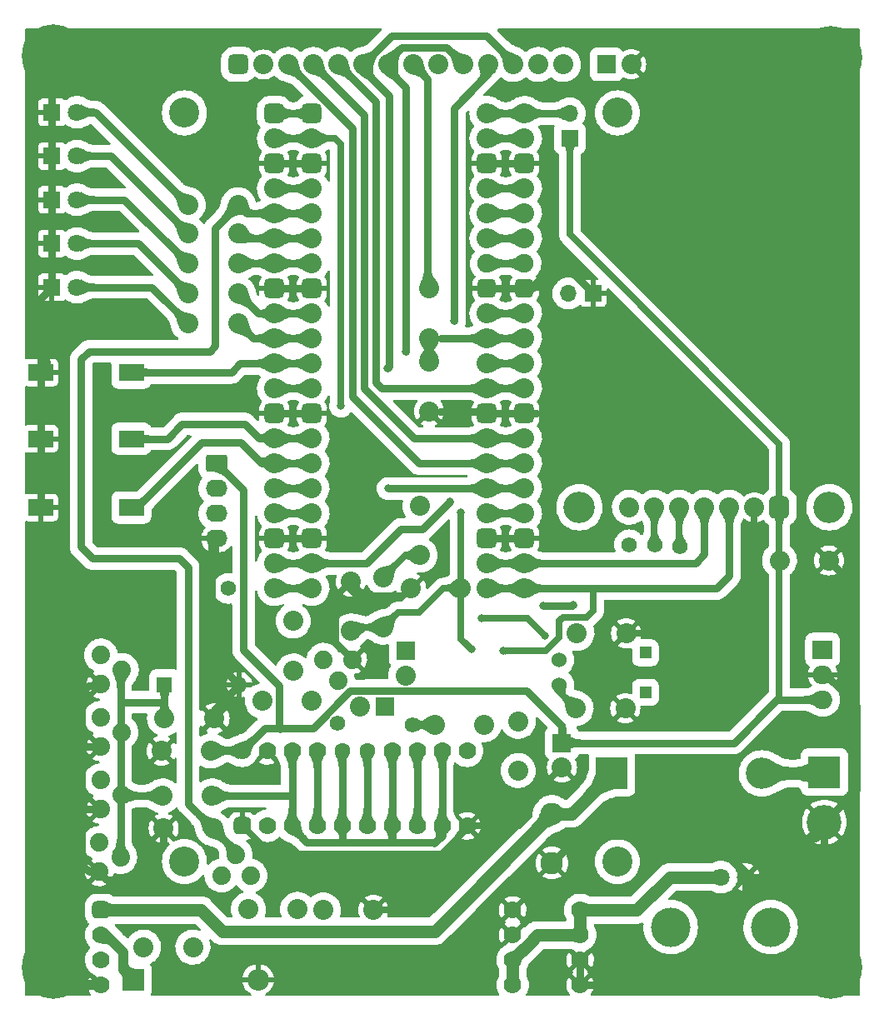
<source format=gbr>
%TF.GenerationSoftware,KiCad,Pcbnew,(6.0.10)*%
%TF.CreationDate,2023-01-18T20:55:06+05:30*%
%TF.ProjectId,RDX v2,52445820-7632-42e6-9b69-6361645f7063,rev?*%
%TF.SameCoordinates,Original*%
%TF.FileFunction,Copper,L2,Bot*%
%TF.FilePolarity,Positive*%
%FSLAX46Y46*%
G04 Gerber Fmt 4.6, Leading zero omitted, Abs format (unit mm)*
G04 Created by KiCad (PCBNEW (6.0.10)) date 2023-01-18 20:55:06*
%MOMM*%
%LPD*%
G01*
G04 APERTURE LIST*
G04 Aperture macros list*
%AMRoundRect*
0 Rectangle with rounded corners*
0 $1 Rounding radius*
0 $2 $3 $4 $5 $6 $7 $8 $9 X,Y pos of 4 corners*
0 Add a 4 corners polygon primitive as box body*
4,1,4,$2,$3,$4,$5,$6,$7,$8,$9,$2,$3,0*
0 Add four circle primitives for the rounded corners*
1,1,$1+$1,$2,$3*
1,1,$1+$1,$4,$5*
1,1,$1+$1,$6,$7*
1,1,$1+$1,$8,$9*
0 Add four rect primitives between the rounded corners*
20,1,$1+$1,$2,$3,$4,$5,0*
20,1,$1+$1,$4,$5,$6,$7,0*
20,1,$1+$1,$6,$7,$8,$9,0*
20,1,$1+$1,$8,$9,$2,$3,0*%
G04 Aperture macros list end*
%TA.AperFunction,ComponentPad*%
%ADD10RoundRect,0.444500X-0.444500X-0.444500X0.444500X-0.444500X0.444500X0.444500X-0.444500X0.444500X0*%
%TD*%
%TA.AperFunction,ComponentPad*%
%ADD11C,1.778000*%
%TD*%
%TA.AperFunction,ComponentPad*%
%ADD12C,1.574800*%
%TD*%
%TA.AperFunction,ComponentPad*%
%ADD13C,2.032000*%
%TD*%
%TA.AperFunction,ComponentPad*%
%ADD14C,0.800000*%
%TD*%
%TA.AperFunction,ComponentPad*%
%ADD15C,6.400000*%
%TD*%
%TA.AperFunction,ComponentPad*%
%ADD16RoundRect,0.250000X-0.845000X0.620000X-0.845000X-0.620000X0.845000X-0.620000X0.845000X0.620000X0*%
%TD*%
%TA.AperFunction,ComponentPad*%
%ADD17O,2.190000X1.740000*%
%TD*%
%TA.AperFunction,ComponentPad*%
%ADD18R,2.200000X2.200000*%
%TD*%
%TA.AperFunction,ComponentPad*%
%ADD19O,2.200000X2.200000*%
%TD*%
%TA.AperFunction,ComponentPad*%
%ADD20R,1.905000X1.905000*%
%TD*%
%TA.AperFunction,ComponentPad*%
%ADD21R,3.302000X3.302000*%
%TD*%
%TA.AperFunction,ComponentPad*%
%ADD22C,3.530600*%
%TD*%
%TA.AperFunction,ComponentPad*%
%ADD23C,1.524000*%
%TD*%
%TA.AperFunction,ComponentPad*%
%ADD24R,1.200000X1.200000*%
%TD*%
%TA.AperFunction,ComponentPad*%
%ADD25R,3.200000X3.200000*%
%TD*%
%TA.AperFunction,ComponentPad*%
%ADD26O,3.200000X3.200000*%
%TD*%
%TA.AperFunction,ComponentPad*%
%ADD27C,1.879600*%
%TD*%
%TA.AperFunction,ComponentPad*%
%ADD28C,4.000000*%
%TD*%
%TA.AperFunction,ComponentPad*%
%ADD29C,1.800000*%
%TD*%
%TA.AperFunction,ComponentPad*%
%ADD30R,1.700000X1.700000*%
%TD*%
%TA.AperFunction,ComponentPad*%
%ADD31O,1.700000X1.700000*%
%TD*%
%TA.AperFunction,ComponentPad*%
%ADD32RoundRect,0.508000X-0.508000X-0.508000X0.508000X-0.508000X0.508000X0.508000X-0.508000X0.508000X0*%
%TD*%
%TA.AperFunction,ComponentPad*%
%ADD33RoundRect,0.476250X-0.476250X-0.476250X0.476250X-0.476250X0.476250X0.476250X-0.476250X0.476250X0*%
%TD*%
%TA.AperFunction,ComponentPad*%
%ADD34C,1.905000*%
%TD*%
%TA.AperFunction,WasherPad*%
%ADD35C,3.200000*%
%TD*%
%TA.AperFunction,ComponentPad*%
%ADD36RoundRect,0.508000X-0.508000X0.635000X-0.508000X-0.635000X0.508000X-0.635000X0.508000X0.635000X0*%
%TD*%
%TA.AperFunction,ComponentPad*%
%ADD37C,2.286000*%
%TD*%
%TA.AperFunction,ComponentPad*%
%ADD38RoundRect,0.444500X0.444500X-0.444500X0.444500X0.444500X-0.444500X0.444500X-0.444500X-0.444500X0*%
%TD*%
%TA.AperFunction,ComponentPad*%
%ADD39C,1.600000*%
%TD*%
%TA.AperFunction,ComponentPad*%
%ADD40R,1.600000X1.600000*%
%TD*%
%TA.AperFunction,ComponentPad*%
%ADD41O,1.600000X1.600000*%
%TD*%
%TA.AperFunction,ComponentPad*%
%ADD42R,2.000000X1.905000*%
%TD*%
%TA.AperFunction,ComponentPad*%
%ADD43O,2.000000X1.905000*%
%TD*%
%TA.AperFunction,ComponentPad*%
%ADD44R,1.800000X1.800000*%
%TD*%
%TA.AperFunction,SMDPad,CuDef*%
%ADD45R,2.540000X1.778000*%
%TD*%
%TA.AperFunction,WasherPad*%
%ADD46C,3.048000*%
%TD*%
%TA.AperFunction,ComponentPad*%
%ADD47RoundRect,0.508000X-0.508000X0.508000X-0.508000X-0.508000X0.508000X-0.508000X0.508000X0.508000X0*%
%TD*%
%TA.AperFunction,ViaPad*%
%ADD48C,0.800000*%
%TD*%
%TA.AperFunction,Conductor*%
%ADD49C,1.270000*%
%TD*%
%TA.AperFunction,Conductor*%
%ADD50C,0.762000*%
%TD*%
%TA.AperFunction,Conductor*%
%ADD51C,0.635000*%
%TD*%
%TA.AperFunction,Conductor*%
%ADD52C,1.016000*%
%TD*%
G04 APERTURE END LIST*
D10*
%TO.P,M3,1,12V*%
%TO.N,+12V*%
X78782000Y-145697750D03*
D11*
%TO.P,M3,2,DRAIN*%
%TO.N,Tx_IN*%
X78782000Y-148237750D03*
%TO.P,M3,3,RF_RX*%
%TO.N,Net-(C17-Pad1)*%
X78782000Y-150777750D03*
%TO.P,M3,4,GND*%
%TO.N,GNDPWR*%
X127448400Y-150777750D03*
X120590400Y-145697750D03*
X127448400Y-153317750D03*
X78782000Y-153317750D03*
X120590400Y-148237750D03*
%TO.P,M3,5,RF_OUT*%
%TO.N,Net-(J11-Pad1)*%
X120590400Y-153317750D03*
X127448400Y-148237750D03*
X127448400Y-145697750D03*
X120590400Y-150777750D03*
%TD*%
D12*
%TO.P,J3,1,1*%
%TO.N,/CLK0*%
X132461000Y-108585000D03*
%TD*%
D13*
%TO.P,C18,1*%
%TO.N,Net-(C18-Pad1)*%
X90043000Y-134112000D03*
%TO.P,C18,2*%
%TO.N,Net-(C18-Pad2)*%
X85043000Y-134112000D03*
%TD*%
%TO.P,C9,1*%
%TO.N,+3.3V*%
X115276000Y-113030000D03*
%TO.P,C9,2*%
%TO.N,GNDPWR*%
X110276000Y-113030000D03*
%TD*%
D14*
%TO.P,H3,1,1*%
%TO.N,GNDPWR*%
X73914000Y-56528000D03*
X73914000Y-61328000D03*
X75611056Y-57230944D03*
X71514000Y-58928000D03*
X72216944Y-57230944D03*
D15*
X73914000Y-58928000D03*
D14*
X75611056Y-60625056D03*
X72216944Y-60625056D03*
X76314000Y-58928000D03*
%TD*%
D13*
%TO.P,R6,1*%
%TO.N,/IO7*%
X92710000Y-86106000D03*
%TO.P,R6,2*%
%TO.N,Net-(D5-Pad2)*%
X87630000Y-86106000D03*
%TD*%
%TO.P,C16,1*%
%TO.N,+5V*%
X89916000Y-129540000D03*
%TO.P,C16,2*%
%TO.N,GNDPWR*%
X84916000Y-129540000D03*
%TD*%
%TO.P,C14,1*%
%TO.N,/IO3*%
X90130000Y-137414000D03*
%TO.P,C14,2*%
%TO.N,GNDPWR*%
X85130000Y-137414000D03*
%TD*%
D16*
%TO.P,J6,1,Pin_1*%
%TO.N,+5V*%
X90531000Y-100330000D03*
D17*
%TO.P,J6,2,Pin_2*%
%TO.N,/IO12*%
X90531000Y-102870000D03*
%TO.P,J6,3,Pin_3*%
%TO.N,/IO13*%
X90531000Y-105410000D03*
%TO.P,J6,4,Pin_4*%
%TO.N,GNDPWR*%
X90531000Y-107950000D03*
%TD*%
D18*
%TO.P,D8,1,K*%
%TO.N,Tx_IN*%
X82031200Y-152781000D03*
D19*
%TO.P,D8,2,A*%
%TO.N,GNDPWR*%
X94731200Y-152781000D03*
%TD*%
D13*
%TO.P,R7,1*%
%TO.N,Rx IN*%
X101371400Y-145694400D03*
%TO.P,R7,2*%
%TO.N,GNDPWR*%
X106451400Y-145694400D03*
%TD*%
%TO.P,R4,1*%
%TO.N,/IO6*%
X92710000Y-83058000D03*
%TO.P,R4,2*%
%TO.N,Net-(D4-Pad2)*%
X87630000Y-83058000D03*
%TD*%
D15*
%TO.P,H1,1,1*%
%TO.N,GNDPWR*%
X152908000Y-151511000D03*
D14*
X151210944Y-149813944D03*
X154605056Y-149813944D03*
X152908000Y-149111000D03*
X152908000Y-153911000D03*
X154605056Y-153208056D03*
X155308000Y-151511000D03*
X151210944Y-153208056D03*
X150508000Y-151511000D03*
%TD*%
D20*
%TO.P,C6,1*%
%TO.N,+5V*%
X125603000Y-128715888D03*
D13*
%TO.P,C6,2*%
%TO.N,GNDPWR*%
X125603000Y-131215888D03*
%TD*%
D21*
%TO.P,J12,1,Pin_1*%
%TO.N,Net-(D7-Pad2)*%
X152273000Y-131699000D03*
D22*
%TO.P,J12,2,Pin_2*%
%TO.N,GNDPWR*%
X152273000Y-136779000D03*
%TD*%
D23*
%TO.P,Y1,1,1*%
%TO.N,Net-(C11-Pad1)*%
X125330000Y-122839000D03*
%TO.P,Y1,2,2*%
%TO.N,Net-(C10-Pad1)*%
X125330000Y-120299000D03*
D24*
%TO.P,Y1,3*%
%TO.N,N/C*%
X134080000Y-123569000D03*
X134080000Y-119569000D03*
%TD*%
D13*
%TO.P,R12,1*%
%TO.N,Net-(C18-Pad2)*%
X85217000Y-126238000D03*
%TO.P,R12,2*%
%TO.N,GNDPWR*%
X90297000Y-126238000D03*
%TD*%
D20*
%TO.P,C3,1*%
%TO.N,Net-(C3-Pad1)*%
X107605713Y-125069600D03*
D13*
%TO.P,C3,2*%
%TO.N,/LOUT*%
X105105713Y-125069600D03*
%TD*%
D25*
%TO.P,D7,1,K*%
%TO.N,+12V*%
X130683000Y-131826000D03*
D26*
%TO.P,D7,2,A*%
%TO.N,Net-(D7-Pad2)*%
X145923000Y-131826000D03*
%TD*%
D13*
%TO.P,R8,1*%
%TO.N,Net-(C19-Pad2)*%
X98298000Y-116332000D03*
%TO.P,R8,2*%
%TO.N,Net-(C13-Pad1)*%
X98298000Y-121412000D03*
%TD*%
%TO.P,C10,1*%
%TO.N,Net-(C10-Pad1)*%
X127127000Y-117602000D03*
%TO.P,C10,2*%
%TO.N,GNDPWR*%
X132127000Y-117602000D03*
%TD*%
%TO.P,C11,1*%
%TO.N,Net-(C11-Pad1)*%
X127040000Y-125222000D03*
%TO.P,C11,2*%
%TO.N,GNDPWR*%
X132040000Y-125222000D03*
%TD*%
%TO.P,R2,1*%
%TO.N,/IO5*%
X92710000Y-80010000D03*
%TO.P,R2,2*%
%TO.N,Net-(D2-Pad2)*%
X87630000Y-80010000D03*
%TD*%
D12*
%TO.P,J1,1,1*%
%TO.N,/IO15*%
X91694000Y-113030000D03*
%TD*%
D14*
%TO.P,H5,1,1*%
%TO.N,GNDPWR*%
X74218800Y-111392000D03*
X75915856Y-112094944D03*
D15*
X74218800Y-113792000D03*
D14*
X71818800Y-113792000D03*
X74218800Y-116192000D03*
X72521744Y-112094944D03*
X75915856Y-115489056D03*
X76618800Y-113792000D03*
X72521744Y-115489056D03*
%TD*%
D20*
%TO.P,C8,1*%
%TO.N,Net-(C8-Pad1)*%
X109728000Y-119380000D03*
D13*
%TO.P,C8,2*%
%TO.N,R_AUDIO*%
X109728000Y-121880000D03*
%TD*%
D27*
%TO.P,Q3,1,D*%
%TO.N,Tx_IN*%
X78600301Y-138861842D03*
%TO.P,Q3,2,G*%
%TO.N,Net-(C18-Pad2)*%
X80733901Y-140335042D03*
%TO.P,Q3,3,S*%
%TO.N,GNDPWR*%
X78600301Y-141833642D03*
%TD*%
D13*
%TO.P,C2,1*%
%TO.N,Net-(C2-Pad1)*%
X112689000Y-126873000D03*
%TO.P,C2,2*%
%TO.N,Net-(C2-Pad2)*%
X117689000Y-126873000D03*
%TD*%
%TO.P,C15,1*%
%TO.N,+3.3V*%
X104140000Y-117348000D03*
%TO.P,C15,2*%
%TO.N,GNDPWR*%
X104140000Y-112348000D03*
%TD*%
D27*
%TO.P,Q6,1,D*%
%TO.N,Tx_IN*%
X78727301Y-126161842D03*
%TO.P,Q6,2,G*%
%TO.N,Net-(C18-Pad2)*%
X80860901Y-127635042D03*
%TO.P,Q6,3,S*%
%TO.N,GNDPWR*%
X78727301Y-129133642D03*
%TD*%
D13*
%TO.P,C12,1*%
%TO.N,Net-(C12-Pad1)*%
X93740600Y-145643600D03*
%TO.P,C12,2*%
%TO.N,Rx IN*%
X98740600Y-145643600D03*
%TD*%
D12*
%TO.P,J2,1,1*%
%TO.N,Net-(C2-Pad1)*%
X110388400Y-126873000D03*
%TD*%
D14*
%TO.P,H2,1,1*%
%TO.N,GNDPWR*%
X152908000Y-61455000D03*
X151210944Y-57357944D03*
X154605056Y-57357944D03*
D15*
X152908000Y-59055000D03*
D14*
X155308000Y-59055000D03*
X154605056Y-60752056D03*
X152908000Y-56655000D03*
X150508000Y-59055000D03*
X151210944Y-60752056D03*
%TD*%
D28*
%TO.P,J11,*%
%TO.N,*%
X136652000Y-147442000D03*
X146812000Y-147442000D03*
D29*
%TO.P,J11,1,In*%
%TO.N,Net-(J11-Pad1)*%
X141732000Y-142362000D03*
%TO.P,J11,2,Ext*%
%TO.N,GNDPWR*%
X144272000Y-142362000D03*
%TD*%
D30*
%TO.P,J8,1,Pin_1*%
%TO.N,GNDPWR*%
X128783000Y-83058000D03*
D31*
%TO.P,J8,2,Pin_2*%
%TO.N,/RUN*%
X126243000Y-83058000D03*
%TD*%
D27*
%TO.P,Q2,1,E*%
%TO.N,GNDPWR*%
X104343158Y-120256301D03*
%TO.P,Q2,2,B*%
%TO.N,Net-(C13-Pad1)*%
X102869958Y-122389901D03*
%TO.P,Q2,3,C*%
%TO.N,Net-(C19-Pad2)*%
X101371358Y-120256301D03*
%TD*%
D13*
%TO.P,C17,1*%
%TO.N,Net-(C17-Pad1)*%
X83098000Y-149479000D03*
%TO.P,C17,2*%
%TO.N,Net-(C17-Pad2)*%
X88098000Y-149479000D03*
%TD*%
D12*
%TO.P,J5,1,1*%
%TO.N,/IO9*%
X137617200Y-108762800D03*
%TD*%
D27*
%TO.P,Q5,1,D*%
%TO.N,Tx_IN*%
X78765400Y-119811800D03*
%TO.P,Q5,2,G*%
%TO.N,Net-(C18-Pad2)*%
X80899000Y-121285000D03*
%TO.P,Q5,3,S*%
%TO.N,GNDPWR*%
X78765400Y-122783600D03*
%TD*%
%TO.P,Q4,1,D*%
%TO.N,Tx_IN*%
X78727301Y-132511842D03*
%TO.P,Q4,2,G*%
%TO.N,Net-(C18-Pad2)*%
X80860901Y-133985042D03*
%TO.P,Q4,3,S*%
%TO.N,GNDPWR*%
X78727301Y-135483642D03*
%TD*%
%TO.P,Q1,1,D*%
%TO.N,Net-(C17-Pad2)*%
X90982800Y-142214600D03*
%TO.P,Q1,2,G*%
%TO.N,/IO3*%
X92456000Y-140081000D03*
%TO.P,Q1,3,S*%
%TO.N,Net-(C12-Pad1)*%
X93954600Y-142214600D03*
%TD*%
D13*
%TO.P,R1,1*%
%TO.N,/IO3*%
X92710000Y-74041000D03*
%TO.P,R1,2*%
%TO.N,Net-(D1-Pad2)*%
X87630000Y-74041000D03*
%TD*%
D32*
%TO.P,M2,1,GP0*%
%TO.N,/IO0*%
X96393000Y-64770000D03*
X100203000Y-64770000D03*
D13*
%TO.P,M2,2,GP1*%
%TO.N,/IO1*%
X96393000Y-67310000D03*
X100203000Y-67310000D03*
D32*
%TO.P,M2,3,GND*%
%TO.N,GNDPWR*%
X96393000Y-69850000D03*
X100203000Y-69850000D03*
D13*
%TO.P,M2,4,GP2*%
%TO.N,/IO2*%
X96393000Y-72390000D03*
X100203000Y-72390000D03*
%TO.P,M2,5,GP3*%
%TO.N,/IO3*%
X100203000Y-74930000D03*
X96393000Y-74930000D03*
%TO.P,M2,6,GP4*%
%TO.N,/IO4*%
X96393000Y-77470000D03*
X100203000Y-77470000D03*
%TO.P,M2,7,GP5*%
%TO.N,/IO5*%
X96393000Y-80010000D03*
X100203000Y-80010000D03*
D32*
%TO.P,M2,8,GND*%
%TO.N,GNDPWR*%
X100203000Y-82550000D03*
X96393000Y-82550000D03*
D13*
%TO.P,M2,9,GP6*%
%TO.N,/IO6*%
X96393000Y-85090000D03*
X100203000Y-85090000D03*
%TO.P,M2,10,GP7*%
%TO.N,/IO7*%
X100203000Y-87630000D03*
X96393000Y-87630000D03*
%TO.P,M2,11,GP8*%
%TO.N,/IO8*%
X100203000Y-90170000D03*
X96393000Y-90170000D03*
%TO.P,M2,12,GP9*%
%TO.N,/IO9*%
X100203000Y-92710000D03*
X96393000Y-92710000D03*
D32*
%TO.P,M2,13,GND*%
%TO.N,GNDPWR*%
X100203000Y-95250000D03*
X96393000Y-95250000D03*
D13*
%TO.P,M2,14,GP10*%
%TO.N,/IO10*%
X100203000Y-97790000D03*
X96393000Y-97790000D03*
%TO.P,M2,15,GP11*%
%TO.N,/IO11*%
X100203000Y-100330000D03*
X96393000Y-100330000D03*
%TO.P,M2,16,GP12*%
%TO.N,/IO12*%
X100203000Y-102870000D03*
X96393000Y-102870000D03*
%TO.P,M2,17,GP13*%
%TO.N,/IO13*%
X100203000Y-105410000D03*
X96393000Y-105410000D03*
D32*
%TO.P,M2,18,GND*%
%TO.N,GNDPWR*%
X96393000Y-107950000D03*
X100203000Y-107950000D03*
D13*
%TO.P,M2,19,GP14*%
%TO.N,/IO14*%
X96393000Y-110490000D03*
X100203000Y-110490000D03*
%TO.P,M2,20,GP15*%
%TO.N,/IO15*%
X96393000Y-113030000D03*
X100203000Y-113030000D03*
%TO.P,M2,21,GP16*%
%TO.N,/IO16*%
X121793000Y-113030000D03*
X117983000Y-113030000D03*
%TO.P,M2,22,GP17*%
%TO.N,/IO17*%
X121793000Y-110490000D03*
X117983000Y-110490000D03*
D32*
%TO.P,M2,23,GND*%
%TO.N,GNDPWR*%
X121793000Y-107950000D03*
X117983000Y-107950000D03*
D13*
%TO.P,M2,24,GP18*%
%TO.N,/IO18*%
X117983000Y-105410000D03*
X121793000Y-105410000D03*
%TO.P,M2,25,GP19*%
%TO.N,/IO19*%
X117983000Y-102870000D03*
X121793000Y-102870000D03*
%TO.P,M2,26,GP20*%
%TO.N,/IO20*%
X121793000Y-100330000D03*
X117983000Y-100330000D03*
%TO.P,M2,27,GP21*%
%TO.N,/IO21*%
X117983000Y-97790000D03*
X121793000Y-97790000D03*
D32*
%TO.P,M2,28,GND*%
%TO.N,GNDPWR*%
X117983000Y-95250000D03*
X121793000Y-95250000D03*
D13*
%TO.P,M2,29,GP22*%
%TO.N,/IO22*%
X117983000Y-92710000D03*
X121793000Y-92710000D03*
%TO.P,M2,30,RUN*%
%TO.N,/RUN*%
X117983000Y-90170000D03*
X121793000Y-90170000D03*
%TO.P,M2,31,ADC0/GP26*%
%TO.N,/ADC0*%
X117983000Y-87630000D03*
X121793000Y-87630000D03*
%TO.P,M2,32,ADC1/GP27*%
%TO.N,/ADC1*%
X121793000Y-85090000D03*
X117983000Y-85090000D03*
D33*
%TO.P,M2,33,GND*%
%TO.N,GNDPWR*%
X117983000Y-82550000D03*
X121793000Y-82550000D03*
D34*
%TO.P,M2,34,ADC2/GP28*%
%TO.N,/ADC2*%
X121793000Y-80010000D03*
X117983000Y-80010000D03*
D13*
%TO.P,M2,35,ADC_REF*%
%TO.N,/AREF*%
X117983000Y-77470000D03*
X121793000Y-77470000D03*
%TO.P,M2,36,3V3_OUT*%
%TO.N,/3V_OUT*%
X121793000Y-74930000D03*
X117983000Y-74930000D03*
%TO.P,M2,37,3V3_EN*%
%TO.N,/3V3_EN*%
X121793000Y-72390000D03*
X117983000Y-72390000D03*
D32*
%TO.P,M2,38,GND*%
%TO.N,GNDPWR*%
X117983000Y-69850000D03*
X121793000Y-69850000D03*
D13*
%TO.P,M2,39,VSYS*%
%TO.N,/VSYS*%
X121793000Y-67310000D03*
X117983000Y-67310000D03*
%TO.P,M2,40,VBUS*%
%TO.N,/VBUS*%
X117983000Y-64770000D03*
X121793000Y-64770000D03*
%TD*%
%TO.P,R9,1*%
%TO.N,+3.3V*%
X107442000Y-116967000D03*
%TO.P,R9,2*%
%TO.N,Net-(C19-Pad2)*%
X107442000Y-111887000D03*
%TD*%
D35*
%TO.P,M1,*%
%TO.N,*%
X127381000Y-104775000D03*
X152781000Y-104775000D03*
D36*
%TO.P,M1,1,5+*%
%TO.N,+5V*%
X147701000Y-104775000D03*
D13*
%TO.P,M1,2,GND*%
%TO.N,GNDPWR*%
X145161000Y-104775000D03*
%TO.P,M1,3,SDA*%
%TO.N,/IO16*%
X142621000Y-104775000D03*
%TO.P,M1,4,SCL*%
%TO.N,/IO17*%
X140081000Y-104775000D03*
%TO.P,M1,5,CLK2*%
%TO.N,/IO9*%
X137541000Y-104775000D03*
%TO.P,M1,6,CLK1*%
%TO.N,/CLK1*%
X135001000Y-104775000D03*
%TO.P,M1,7,CLK0*%
%TO.N,/CLK0*%
X132461000Y-104775000D03*
%TD*%
D30*
%TO.P,J7,1,Pin_1*%
%TO.N,+5V*%
X126390400Y-67284600D03*
D31*
%TO.P,J7,2,Pin_2*%
%TO.N,/VBUS*%
X126390400Y-64744600D03*
%TD*%
D13*
%TO.P,C5,1*%
%TO.N,+5V*%
X147715600Y-110185200D03*
%TO.P,C5,2*%
%TO.N,GNDPWR*%
X152715600Y-110185200D03*
%TD*%
D14*
%TO.P,H4,1,1*%
%TO.N,GNDPWR*%
X73914000Y-153911000D03*
X75611056Y-153208056D03*
X72216944Y-153208056D03*
X71514000Y-151511000D03*
D15*
X73914000Y-151511000D03*
D14*
X76314000Y-151511000D03*
X72216944Y-149813944D03*
X75611056Y-149813944D03*
X73914000Y-149111000D03*
%TD*%
D12*
%TO.P,J4,1,1*%
%TO.N,/CLK1*%
X135026400Y-108635800D03*
%TD*%
D37*
%TO.P,C1,1*%
%TO.N,+12V*%
X124587000Y-135930000D03*
%TO.P,C1,2*%
%TO.N,GNDPWR*%
X124587000Y-140930000D03*
%TD*%
D12*
%TO.P,J9,1,1*%
%TO.N,/LOUT*%
X102793800Y-126720600D03*
%TD*%
D38*
%TO.P,U4,1,1OE*%
%TO.N,GNDPWR*%
X93096000Y-137150000D03*
D11*
%TO.P,U4,2,1A0*%
%TO.N,/CLK0*%
X95636000Y-137150000D03*
%TO.P,U4,3,2Y0*%
%TO.N,Net-(C18-Pad1)*%
X98176000Y-137150000D03*
%TO.P,U4,4,1A1*%
%TO.N,/CLK0*%
X100716000Y-137150000D03*
%TO.P,U4,5,2Y1*%
%TO.N,Net-(C18-Pad1)*%
X103256000Y-137150000D03*
%TO.P,U4,6,1A2*%
%TO.N,/CLK0*%
X105796000Y-137150000D03*
%TO.P,U4,7,2Y2*%
%TO.N,Net-(C18-Pad1)*%
X108336000Y-137150000D03*
%TO.P,U4,8,1A3*%
%TO.N,/CLK0*%
X110876000Y-137150000D03*
%TO.P,U4,9,2Y3*%
%TO.N,Net-(C18-Pad1)*%
X113416000Y-137150000D03*
%TO.P,U4,10,GND*%
%TO.N,GNDPWR*%
X115956000Y-137150000D03*
%TO.P,U4,11,2A3*%
%TO.N,/CLK0*%
X115956000Y-129530000D03*
%TO.P,U4,12,1Y3*%
%TO.N,Net-(C18-Pad1)*%
X113416000Y-129530000D03*
%TO.P,U4,13,2A2*%
%TO.N,/CLK0*%
X110876000Y-129530000D03*
%TO.P,U4,14,1Y2*%
%TO.N,Net-(C18-Pad1)*%
X108336000Y-129530000D03*
D39*
%TO.P,U4,15,2A1*%
%TO.N,/CLK0*%
X105796000Y-129530000D03*
%TO.P,U4,16,1Y1*%
%TO.N,Net-(C18-Pad1)*%
X103256000Y-129530000D03*
D11*
%TO.P,U4,17,2A0*%
%TO.N,/CLK0*%
X100716000Y-129530000D03*
%TO.P,U4,18,1Y0*%
%TO.N,Net-(C18-Pad1)*%
X98176000Y-129530000D03*
%TO.P,U4,19,2OE*%
%TO.N,GNDPWR*%
X95636000Y-129530000D03*
%TO.P,U4,20,VCC*%
%TO.N,+5V*%
X93096000Y-129530000D03*
%TD*%
D40*
%TO.P,D6,1,K*%
%TO.N,Net-(C18-Pad2)*%
X85217000Y-122809000D03*
D41*
%TO.P,D6,2,A*%
%TO.N,GNDPWR*%
X92837000Y-122809000D03*
%TD*%
D13*
%TO.P,R3,1*%
%TO.N,/IO4*%
X92710000Y-76962000D03*
%TO.P,R3,2*%
%TO.N,Net-(D3-Pad2)*%
X87630000Y-76962000D03*
%TD*%
%TO.P,R11,1*%
%TO.N,/ADC0*%
X112090200Y-89941400D03*
%TO.P,R11,2*%
%TO.N,GNDPWR*%
X112090200Y-95021400D03*
%TD*%
%TO.P,R10,1*%
%TO.N,+3.3V*%
X112141000Y-82524600D03*
%TO.P,R10,2*%
%TO.N,/ADC0*%
X112141000Y-87604600D03*
%TD*%
%TO.P,C13,1*%
%TO.N,Net-(C13-Pad1)*%
X100163000Y-124460000D03*
%TO.P,C13,2*%
%TO.N,R_AUDIO*%
X95163000Y-124460000D03*
%TD*%
%TO.P,C4,1*%
%TO.N,Rx IN*%
X121158000Y-131532000D03*
%TO.P,C4,2*%
%TO.N,Net-(C4-Pad2)*%
X121158000Y-126532000D03*
%TD*%
D20*
%TO.P,C7,1*%
%TO.N,+3.3V*%
X130138288Y-59766200D03*
D13*
%TO.P,C7,2*%
%TO.N,GNDPWR*%
X132638288Y-59766200D03*
%TD*%
%TO.P,C19,1*%
%TO.N,/ADC0*%
X111175800Y-104637200D03*
%TO.P,C19,2*%
%TO.N,Net-(C19-Pad2)*%
X111175800Y-109637200D03*
%TD*%
D42*
%TO.P,U1,1,VI*%
%TO.N,+12V*%
X152090000Y-119253000D03*
D43*
%TO.P,U1,2,GND*%
%TO.N,GNDPWR*%
X152090000Y-121793000D03*
%TO.P,U1,3,VO*%
%TO.N,+5V*%
X152090000Y-124333000D03*
%TD*%
D44*
%TO.P,D1,1,K*%
%TO.N,GNDPWR*%
X73782000Y-64643000D03*
D29*
%TO.P,D1,2,A*%
%TO.N,Net-(D1-Pad2)*%
X76322000Y-64643000D03*
%TD*%
D44*
%TO.P,D3,1,K*%
%TO.N,GNDPWR*%
X73782000Y-69088000D03*
D29*
%TO.P,D3,2,A*%
%TO.N,Net-(D3-Pad2)*%
X76322000Y-69088000D03*
%TD*%
D44*
%TO.P,D2,1,K*%
%TO.N,GNDPWR*%
X73782000Y-73533000D03*
D29*
%TO.P,D2,2,A*%
%TO.N,Net-(D2-Pad2)*%
X76322000Y-73533000D03*
%TD*%
D45*
%TO.P,SW3,1,1*%
%TO.N,/IO11*%
X81841400Y-104800400D03*
%TO.P,SW3,2,2*%
%TO.N,GNDPWR*%
X72641400Y-104800400D03*
%TD*%
D46*
%TO.P,U5,*%
%TO.N,*%
X87239000Y-64705000D03*
X131239000Y-64705000D03*
X131239000Y-140785000D03*
X87239000Y-140785000D03*
D47*
%TO.P,U5,1,Vcc*%
%TO.N,+3.3V*%
X92729000Y-59785000D03*
D13*
%TO.P,U5,2,GND*%
%TO.N,GNDPWR*%
X95269000Y-59785000D03*
%TO.P,U5,3,CS*%
%TO.N,/IO20*%
X97809000Y-59785000D03*
%TO.P,U5,4,RESET*%
%TO.N,/IO21*%
X100349000Y-59785000D03*
%TO.P,U5,5,DC*%
%TO.N,/IO22*%
X102889000Y-59785000D03*
%TO.P,U5,6,SDI*%
%TO.N,/IO19*%
X105429000Y-59785000D03*
%TO.P,U5,7,SCK*%
%TO.N,/IO18*%
X107969000Y-59785000D03*
%TO.P,U5,8,LED*%
%TO.N,+3.3V*%
X110509000Y-59785000D03*
%TO.P,U5,9,SDO*%
%TO.N,unconnected-(U5-Pad9)*%
X113049000Y-59785000D03*
%TO.P,U5,10,T_CLK*%
%TO.N,/IO18*%
X115589000Y-59785000D03*
%TO.P,U5,11,T_CS*%
%TO.N,/IO14*%
X118129000Y-59785000D03*
%TO.P,U5,12,T_DIN*%
%TO.N,/IO19*%
X120669000Y-59785000D03*
%TO.P,U5,13,T_DO*%
%TO.N,/IO0*%
X123209000Y-59785000D03*
%TO.P,U5,14,T_IRG*%
%TO.N,unconnected-(U5-Pad14)*%
X125749000Y-59785000D03*
%TD*%
D44*
%TO.P,D5,1,K*%
%TO.N,GNDPWR*%
X73782000Y-82423000D03*
D29*
%TO.P,D5,2,A*%
%TO.N,Net-(D5-Pad2)*%
X76322000Y-82423000D03*
%TD*%
D45*
%TO.P,SW1,1,1*%
%TO.N,/IO8*%
X81841400Y-91084400D03*
%TO.P,SW1,2,2*%
%TO.N,GNDPWR*%
X72641400Y-91084400D03*
%TD*%
D44*
%TO.P,D4,1,K*%
%TO.N,GNDPWR*%
X73782000Y-77978000D03*
D29*
%TO.P,D4,2,A*%
%TO.N,Net-(D4-Pad2)*%
X76322000Y-77978000D03*
%TD*%
D45*
%TO.P,SW2,1,1*%
%TO.N,/IO10*%
X81841400Y-97815400D03*
%TO.P,SW2,2,2*%
%TO.N,GNDPWR*%
X72641400Y-97815400D03*
%TD*%
D48*
%TO.N,GNDPWR*%
X126746000Y-108585000D03*
X76885800Y-85801200D03*
X73075800Y-108635800D03*
X127228600Y-98577400D03*
X136982200Y-70205600D03*
X142189200Y-115366800D03*
X75209400Y-137896600D03*
X75133200Y-125730000D03*
X137541000Y-74371200D03*
X72542400Y-139750800D03*
X92100400Y-150393400D03*
X132029200Y-115011200D03*
X72466200Y-133578600D03*
X97663000Y-141909800D03*
X90982800Y-62941200D03*
X144399000Y-98399600D03*
X145211800Y-76403200D03*
X81559400Y-107645200D03*
X115189000Y-140716000D03*
X127228600Y-91897200D03*
X82016600Y-94691200D03*
X75209400Y-143840200D03*
X137007600Y-82575400D03*
X75107800Y-123723400D03*
X82016600Y-114731800D03*
X86283800Y-105486200D03*
X82651600Y-85674200D03*
X132511800Y-92125800D03*
X131470400Y-149987000D03*
X139166600Y-98399600D03*
X85394800Y-94132400D03*
X116814600Y-151993600D03*
X72390000Y-121564400D03*
X108305600Y-150977600D03*
X152273000Y-142138400D03*
X72466200Y-125730000D03*
X75184000Y-135737600D03*
X152273000Y-82626200D03*
X145084800Y-58902600D03*
X72542400Y-141935200D03*
X75234800Y-139776200D03*
X131699000Y-136321800D03*
X72466200Y-135763000D03*
X137820400Y-121386600D03*
X146177000Y-91821000D03*
X75260200Y-141909800D03*
X153289000Y-97002600D03*
X72466200Y-131724400D03*
X152171400Y-70332600D03*
X101777800Y-150977600D03*
X143459200Y-125018800D03*
X141528800Y-151206200D03*
X150418800Y-114147600D03*
X141630400Y-145872200D03*
X145008600Y-136194800D03*
X130632200Y-70281800D03*
X75057000Y-117398800D03*
X90779600Y-93700600D03*
X95631000Y-132029200D03*
X75260200Y-147853400D03*
X110896400Y-141605000D03*
X149148800Y-87731600D03*
X130759200Y-87909400D03*
X145237200Y-82575400D03*
X143459200Y-120980200D03*
X72542400Y-145694400D03*
X141224000Y-87807800D03*
X72542400Y-147878800D03*
X72390000Y-123748800D03*
X72339200Y-117424200D03*
X90982800Y-67792600D03*
X152247600Y-76454000D03*
X137185400Y-124968000D03*
X130632200Y-76479400D03*
X137871200Y-136271000D03*
X153212800Y-91897200D03*
X145161000Y-65024000D03*
X75158600Y-127609600D03*
X75057000Y-119710200D03*
X72542400Y-137896600D03*
X152273000Y-146786600D03*
X75184000Y-129743200D03*
X152196800Y-65074800D03*
X75133200Y-131724400D03*
X103505000Y-107899200D03*
X82092800Y-101269800D03*
X130399000Y-121569000D03*
X104241600Y-141681200D03*
X145135600Y-70281800D03*
X136931400Y-65024000D03*
X132537200Y-98475800D03*
X75082400Y-121589800D03*
X136931400Y-58826400D03*
X75234800Y-145719800D03*
X72466200Y-129768600D03*
X75158600Y-133604000D03*
X72390000Y-119710200D03*
X137795000Y-92125800D03*
X72542400Y-143840200D03*
X72466200Y-127584200D03*
%TO.N,+3.3V*%
X116408200Y-119227600D03*
X115316000Y-105283000D03*
%TO.N,/IO9*%
X123723400Y-114808000D03*
X126746000Y-114681000D03*
%TO.N,/IO16*%
X119646700Y-119392700D03*
%TO.N,/IO1*%
X117456500Y-116078000D03*
X123850400Y-117830600D03*
X103124000Y-94488000D03*
%TO.N,/IO14*%
X114223800Y-104228900D03*
X114681000Y-85864700D03*
%TO.N,/IO18*%
X109753400Y-88963600D03*
%TO.N,/IO19*%
X107899200Y-90652600D03*
X107924600Y-102870000D03*
%TD*%
D49*
%TO.N,Net-(J11-Pad1)*%
X123085050Y-148237750D02*
X127448400Y-148237750D01*
X122656600Y-148666200D02*
X123085050Y-148237750D01*
D50*
X122656600Y-148711550D02*
X122656600Y-148666200D01*
D49*
X120590400Y-150777750D02*
X122656600Y-148711550D01*
X120590400Y-153317750D02*
X120590400Y-150777750D01*
%TO.N,+12V*%
X124587000Y-135930000D02*
X112663600Y-147853400D01*
X88928750Y-145697750D02*
X78782000Y-145697750D01*
X91084400Y-147853400D02*
X88928750Y-145697750D01*
X112663600Y-147853400D02*
X91084400Y-147853400D01*
X126579000Y-135930000D02*
X130683000Y-131826000D01*
X124587000Y-135930000D02*
X126579000Y-135930000D01*
D51*
%TO.N,GNDPWR*%
X109514000Y-113792000D02*
X110276000Y-113030000D01*
D50*
X152273000Y-150876000D02*
X152908000Y-151511000D01*
X76987358Y-129133642D02*
X76835000Y-129286000D01*
D51*
X115956000Y-137150000D02*
X121218800Y-137150000D01*
D50*
X73782000Y-59060000D02*
X73914000Y-58928000D01*
X76936642Y-135483642D02*
X76835000Y-135382000D01*
X76835000Y-135382000D02*
X76835000Y-129286000D01*
D51*
X104775000Y-113792000D02*
X109514000Y-113792000D01*
D50*
X78727301Y-135483642D02*
X76936642Y-135483642D01*
D51*
X132127000Y-117602000D02*
X142087600Y-117602000D01*
X102603257Y-118516400D02*
X102590600Y-118516400D01*
D50*
X155524200Y-133527800D02*
X152273000Y-136779000D01*
X117779800Y-95046800D02*
X117983000Y-95250000D01*
X126669800Y-80899000D02*
X128783000Y-83012200D01*
D51*
X95976200Y-140030200D02*
X93096000Y-137150000D01*
D50*
X146690000Y-142362000D02*
X146182000Y-142362000D01*
D51*
X122275344Y-134543544D02*
X125603000Y-131215888D01*
D50*
X152400000Y-121793000D02*
X154482800Y-123875800D01*
X78600301Y-141833642D02*
X78600301Y-141846301D01*
X128783000Y-83012200D02*
X128783000Y-83058000D01*
X73228200Y-90017600D02*
X73228200Y-90497600D01*
X79375000Y-142621000D02*
X81661000Y-142621000D01*
D51*
X104140000Y-112348000D02*
X104140000Y-113157000D01*
X121218800Y-137150000D02*
X122275344Y-136093456D01*
X109397800Y-140030200D02*
X95976200Y-140030200D01*
X102590600Y-113897400D02*
X104140000Y-112348000D01*
D50*
X73782000Y-64643000D02*
X73782000Y-69088000D01*
X117983000Y-95250000D02*
X121793000Y-95250000D01*
X117983000Y-69850000D02*
X121793000Y-69850000D01*
X144272000Y-144018000D02*
X144272000Y-143637000D01*
X89992200Y-119964200D02*
X92837000Y-122809000D01*
X147574000Y-141986000D02*
X147574000Y-141478000D01*
X144526000Y-144018000D02*
X146182000Y-142362000D01*
X154482800Y-111952400D02*
X152715600Y-110185200D01*
X145547000Y-142362000D02*
X144272000Y-142362000D01*
X144272000Y-141859000D02*
X144272000Y-142362000D01*
X154482800Y-123875800D02*
X154482800Y-111952400D01*
X154482800Y-123875800D02*
X155524200Y-124917200D01*
X117983000Y-107950000D02*
X121793000Y-107950000D01*
X78727301Y-129133642D02*
X76987358Y-129133642D01*
X75720750Y-153317750D02*
X73914000Y-151511000D01*
X73782000Y-64643000D02*
X73782000Y-59060000D01*
X76835000Y-129286000D02*
X76835000Y-123571000D01*
X76835000Y-123571000D02*
X77470000Y-122936000D01*
X136242250Y-153317750D02*
X144272000Y-145288000D01*
X78600301Y-141833642D02*
X77571642Y-141833642D01*
D51*
X104343158Y-120256301D02*
X102603257Y-118516400D01*
D50*
X121793000Y-82550000D02*
X122631200Y-82550000D01*
X85130000Y-139152000D02*
X85130000Y-137414000D01*
D51*
X122275344Y-135915656D02*
X122275344Y-134543544D01*
D52*
X78782000Y-153317750D02*
X75720750Y-153317750D01*
D50*
X77571642Y-141833642D02*
X76835000Y-141097000D01*
X152090000Y-121793000D02*
X152400000Y-121793000D01*
D51*
X142087600Y-117602000D02*
X145161000Y-114528600D01*
D50*
X76835000Y-141097000D02*
X76835000Y-135382000D01*
X122402600Y-82550000D02*
X124053600Y-80899000D01*
X90531000Y-107950000D02*
X89992200Y-108488800D01*
X151384000Y-138430000D02*
X152273000Y-137541000D01*
X73782000Y-69088000D02*
X73782000Y-73533000D01*
X96393000Y-82550000D02*
X100203000Y-82550000D01*
D51*
X122275344Y-136093456D02*
X122275344Y-134543544D01*
D50*
X152273000Y-142138400D02*
X152273000Y-146786600D01*
D51*
X145161000Y-114528600D02*
X145161000Y-104775000D01*
D50*
X90297000Y-126238000D02*
X90297000Y-125349000D01*
D51*
X112496600Y-145694400D02*
X122275344Y-135915656D01*
D50*
X121793000Y-82550000D02*
X122402600Y-82550000D01*
X96393000Y-69850000D02*
X100203000Y-69850000D01*
X73782000Y-77978000D02*
X73782000Y-82423000D01*
X140589000Y-138176000D02*
X144272000Y-141859000D01*
X121793000Y-95250000D02*
X123063000Y-95250000D01*
X152273000Y-146786600D02*
X152273000Y-150876000D01*
X72641400Y-91084400D02*
X72641400Y-83563600D01*
X127341000Y-138176000D02*
X140589000Y-138176000D01*
X117983000Y-82550000D02*
X121793000Y-82550000D01*
X78600301Y-141846301D02*
X79375000Y-142621000D01*
X144272000Y-143637000D02*
X144272000Y-142362000D01*
X151130000Y-138430000D02*
X151384000Y-138430000D01*
X152273000Y-137541000D02*
X152273000Y-136779000D01*
D51*
X125603000Y-131215888D02*
X125309000Y-131215888D01*
D50*
X152273000Y-136779000D02*
X152273000Y-142138400D01*
X147574000Y-141986000D02*
X151130000Y-138430000D01*
D51*
X115956000Y-137434400D02*
X113360200Y-140030200D01*
D50*
X81661000Y-142621000D02*
X85130000Y-139152000D01*
D51*
X113360200Y-140030200D02*
X109397800Y-140030200D01*
D50*
X89992200Y-108488800D02*
X89992200Y-119964200D01*
X144272000Y-143637000D02*
X145547000Y-142362000D01*
X146558000Y-59817000D02*
X152146000Y-59817000D01*
X73782000Y-73533000D02*
X73782000Y-77978000D01*
X96393000Y-107950000D02*
X100203000Y-107950000D01*
X152146000Y-59817000D02*
X152908000Y-59055000D01*
D51*
X102590600Y-118516400D02*
X102590600Y-113897400D01*
D50*
X124053600Y-80899000D02*
X126669800Y-80899000D01*
X113233200Y-95046800D02*
X117779800Y-95046800D01*
X96393000Y-95250000D02*
X100203000Y-95250000D01*
X127448400Y-153317750D02*
X136242250Y-153317750D01*
X127448400Y-150777750D02*
X127448400Y-153317750D01*
X144272000Y-145288000D02*
X144272000Y-144018000D01*
X146182000Y-142362000D02*
X145547000Y-142362000D01*
D51*
X104140000Y-113157000D02*
X104775000Y-113792000D01*
D50*
X144272000Y-144018000D02*
X144526000Y-144018000D01*
X90297000Y-125349000D02*
X92837000Y-122809000D01*
D51*
X106451400Y-145694400D02*
X112496600Y-145694400D01*
X125309000Y-131215888D02*
X125284112Y-131191000D01*
X115956000Y-137150000D02*
X115956000Y-137434400D01*
D50*
X155524200Y-124917200D02*
X155524200Y-133527800D01*
X122631200Y-82550000D02*
X122707400Y-82473800D01*
X72641400Y-90604400D02*
X73228200Y-90017600D01*
X72641400Y-83563600D02*
X73782000Y-82423000D01*
X78613000Y-122936000D02*
X78765400Y-122783600D01*
X72641400Y-104800400D02*
X72641400Y-90604400D01*
X144272000Y-145288000D02*
X147574000Y-141986000D01*
X73228200Y-90497600D02*
X72641400Y-91084400D01*
X152273000Y-136779000D02*
X147574000Y-141478000D01*
X77470000Y-122936000D02*
X78613000Y-122936000D01*
X124587000Y-140930000D02*
X127341000Y-138176000D01*
X147574000Y-141478000D02*
X146690000Y-142362000D01*
D51*
%TO.N,Net-(C2-Pad1)*%
X110388400Y-126873000D02*
X112689000Y-126873000D01*
D50*
%TO.N,+5V*%
X93096000Y-129530000D02*
X95397400Y-127228600D01*
X146939000Y-124841000D02*
X143064112Y-128715888D01*
X104089200Y-123444000D02*
X105754714Y-123444000D01*
X105794714Y-123404000D02*
X122032400Y-123404000D01*
X95397400Y-127228600D02*
X100304600Y-127228600D01*
D51*
X147701000Y-124079000D02*
X147701000Y-108712000D01*
X146939000Y-124841000D02*
X147701000Y-124079000D01*
X126390400Y-77063600D02*
X147701000Y-98374200D01*
D50*
X93243400Y-119278400D02*
X96901000Y-122936000D01*
X93243400Y-103042400D02*
X93243400Y-119278400D01*
X122032400Y-123404000D02*
X125603000Y-126974600D01*
X96901000Y-127203200D02*
X96977200Y-127279400D01*
D51*
X126390400Y-67284600D02*
X126390400Y-77063600D01*
D50*
X96901000Y-122936000D02*
X96901000Y-127203200D01*
X143064112Y-128715888D02*
X125603000Y-128715888D01*
D51*
X147701000Y-98374200D02*
X147701000Y-108712000D01*
D50*
X125603000Y-126974600D02*
X125603000Y-128715888D01*
X147447000Y-124333000D02*
X152090000Y-124333000D01*
X146939000Y-124841000D02*
X147447000Y-124333000D01*
X100304600Y-127228600D02*
X104089200Y-123444000D01*
X105754714Y-123444000D02*
X105794714Y-123404000D01*
D51*
X147701000Y-108712000D02*
X147701000Y-104775000D01*
D50*
X93096000Y-129530000D02*
X89926000Y-129530000D01*
X89926000Y-129530000D02*
X89916000Y-129540000D01*
X90531000Y-100330000D02*
X93243400Y-103042400D01*
%TO.N,+3.3V*%
X111963200Y-61239200D02*
X110509000Y-59785000D01*
D51*
X108966000Y-115443000D02*
X111125000Y-115443000D01*
D50*
X111963200Y-82346800D02*
X111963200Y-61239200D01*
D51*
X104521000Y-116967000D02*
X104140000Y-117348000D01*
X107442000Y-116967000D02*
X108966000Y-115443000D01*
D50*
X112166400Y-82550000D02*
X111963200Y-82346800D01*
D51*
X115316000Y-118135400D02*
X116408200Y-119227600D01*
X107442000Y-116967000D02*
X104521000Y-116967000D01*
X115316000Y-105283000D02*
X115316000Y-118135400D01*
X111125000Y-115443000D02*
X113538000Y-113030000D01*
X113538000Y-113030000D02*
X115276000Y-113030000D01*
%TO.N,Net-(C11-Pad1)*%
X125330000Y-123512000D02*
X127040000Y-125222000D01*
X125330000Y-122839000D02*
X125330000Y-123512000D01*
D50*
%TO.N,/IO3*%
X93599000Y-74930000D02*
X92710000Y-74041000D01*
X96393000Y-74930000D02*
X93599000Y-74930000D01*
X87630000Y-110896400D02*
X87630000Y-134914000D01*
X87630000Y-134914000D02*
X90130000Y-137414000D01*
X77546200Y-88925400D02*
X76733400Y-89738200D01*
X96393000Y-74930000D02*
X100203000Y-74930000D01*
X77901800Y-109982000D02*
X86715600Y-109982000D01*
X76733400Y-89738200D02*
X76733400Y-108813600D01*
X90347800Y-76403200D02*
X90347800Y-88392000D01*
X90347800Y-88392000D02*
X89814400Y-88925400D01*
X90130000Y-137414000D02*
X92456000Y-139740000D01*
X92710000Y-74041000D02*
X90347800Y-76403200D01*
X92456000Y-139740000D02*
X92456000Y-140081000D01*
X86715600Y-109982000D02*
X87630000Y-110896400D01*
X76733400Y-108813600D02*
X77901800Y-109982000D01*
X89814400Y-88925400D02*
X77546200Y-88925400D01*
%TO.N,Net-(C18-Pad1)*%
X112522000Y-138811000D02*
X112649000Y-138938000D01*
X98176000Y-137292000D02*
X99695000Y-138811000D01*
X98176000Y-134371000D02*
X98176000Y-129530000D01*
X98176000Y-137150000D02*
X98176000Y-134371000D01*
X112649000Y-138938000D02*
X113416000Y-138171000D01*
X113416000Y-138171000D02*
X113416000Y-137150000D01*
X98176000Y-137150000D02*
X98176000Y-137292000D01*
X103256000Y-137150000D02*
X103256000Y-129530000D01*
X108336000Y-137150000D02*
X108336000Y-138562000D01*
X90043000Y-134112000D02*
X97917000Y-134112000D01*
X108585000Y-138811000D02*
X112522000Y-138811000D01*
X103256000Y-138806000D02*
X103251000Y-138811000D01*
X103256000Y-137150000D02*
X103256000Y-138806000D01*
X103251000Y-138811000D02*
X108585000Y-138811000D01*
X113416000Y-137150000D02*
X113416000Y-129530000D01*
X108336000Y-137150000D02*
X108336000Y-129530000D01*
X108336000Y-138562000D02*
X108585000Y-138811000D01*
X97917000Y-134112000D02*
X98176000Y-134371000D01*
X99695000Y-138811000D02*
X103251000Y-138811000D01*
%TO.N,Net-(C18-Pad2)*%
X85043000Y-134112000D02*
X80987859Y-134112000D01*
X80987859Y-134112000D02*
X80860901Y-133985042D01*
X80822802Y-124587000D02*
X80733901Y-124498099D01*
X80733901Y-140335042D02*
X80733901Y-124498099D01*
X80733901Y-124498099D02*
X80733901Y-121450099D01*
X85217000Y-124587000D02*
X80822802Y-124587000D01*
X80733901Y-121450099D02*
X80899000Y-121285000D01*
X85217000Y-124587000D02*
X85217000Y-122809000D01*
X85217000Y-126238000D02*
X85217000Y-124587000D01*
%TO.N,/ADC0*%
X117983000Y-87630000D02*
X121793000Y-87630000D01*
X113258600Y-87630000D02*
X117983000Y-87630000D01*
D51*
X112090200Y-89941400D02*
X112090200Y-87655400D01*
X112090200Y-87655400D02*
X112141000Y-87604600D01*
%TO.N,Net-(C19-Pad2)*%
X111139600Y-109601000D02*
X111175800Y-109637200D01*
X109728000Y-109601000D02*
X111139600Y-109601000D01*
X107442000Y-111887000D02*
X109728000Y-109601000D01*
D50*
%TO.N,Net-(D1-Pad2)*%
X76322000Y-64643000D02*
X78232000Y-64643000D01*
X78232000Y-64643000D02*
X87630000Y-74041000D01*
%TO.N,Net-(D2-Pad2)*%
X81153000Y-73533000D02*
X87630000Y-80010000D01*
X76322000Y-73533000D02*
X81153000Y-73533000D01*
%TO.N,Net-(D3-Pad2)*%
X76322000Y-69088000D02*
X79756000Y-69088000D01*
X79756000Y-69088000D02*
X87630000Y-76962000D01*
%TO.N,Net-(D4-Pad2)*%
X76322000Y-77978000D02*
X82550000Y-77978000D01*
X82550000Y-77978000D02*
X87630000Y-83058000D01*
%TO.N,Net-(D5-Pad2)*%
X76322000Y-82423000D02*
X83947000Y-82423000D01*
X83947000Y-82423000D02*
X87630000Y-86106000D01*
%TO.N,Net-(D7-Pad2)*%
X152146000Y-131826000D02*
X152273000Y-131699000D01*
D49*
X145923000Y-131826000D02*
X152146000Y-131826000D01*
D52*
%TO.N,Tx_IN*%
X81026000Y-149987000D02*
X81026000Y-151775800D01*
X81026000Y-151775800D02*
X82031200Y-152781000D01*
X78782000Y-148237750D02*
X79276750Y-148237750D01*
X79276750Y-148237750D02*
X81026000Y-149987000D01*
D50*
%TO.N,/IO15*%
X96393000Y-113030000D02*
X100203000Y-113030000D01*
%TO.N,/CLK0*%
X100716000Y-137150000D02*
X100716000Y-129530000D01*
X105796000Y-137150000D02*
X105796000Y-129530000D01*
X110876000Y-137150000D02*
X110876000Y-129530000D01*
D51*
%TO.N,/CLK1*%
X135001000Y-104775000D02*
X135001000Y-108610400D01*
X135001000Y-108610400D02*
X135026400Y-108635800D01*
%TO.N,/IO9*%
X137541000Y-104775000D02*
X137541000Y-108686600D01*
D50*
X126619000Y-114808000D02*
X126746000Y-114681000D01*
X96393000Y-92710000D02*
X100203000Y-92710000D01*
D51*
X137541000Y-108686600D02*
X137617200Y-108762800D01*
D50*
X123723400Y-114808000D02*
X126619000Y-114808000D01*
%TO.N,/IO12*%
X96393000Y-102870000D02*
X100203000Y-102870000D01*
%TO.N,/IO13*%
X96393000Y-105410000D02*
X100203000Y-105410000D01*
%TO.N,/VBUS*%
X126365000Y-64770000D02*
X126390400Y-64744600D01*
X117983000Y-64770000D02*
X121793000Y-64770000D01*
X121793000Y-64770000D02*
X126365000Y-64770000D01*
%TO.N,/RUN*%
X117983000Y-90170000D02*
X121793000Y-90170000D01*
D49*
%TO.N,Net-(J11-Pad1)*%
X127448400Y-145697750D02*
X127448400Y-148237750D01*
X127448400Y-145697750D02*
X133194250Y-145697750D01*
X133194250Y-145697750D02*
X136530000Y-142362000D01*
X136530000Y-142362000D02*
X141732000Y-142362000D01*
D51*
%TO.N,/IO16*%
X123939300Y-119392700D02*
X125349000Y-117983000D01*
X125349000Y-117983000D02*
X125349000Y-116332000D01*
X125349000Y-116332000D02*
X125730000Y-115951000D01*
D50*
X117983000Y-113030000D02*
X121793000Y-113030000D01*
X128651000Y-113030000D02*
X141325600Y-113030000D01*
D51*
X125730000Y-115951000D02*
X128143000Y-115951000D01*
X128778000Y-115316000D02*
X128778000Y-113157000D01*
D50*
X121793000Y-113030000D02*
X125349000Y-113030000D01*
D51*
X119646700Y-119392700D02*
X123939300Y-119392700D01*
D50*
X141325600Y-113030000D02*
X142621000Y-111734600D01*
X142621000Y-111734600D02*
X142621000Y-104775000D01*
D51*
X128778000Y-113157000D02*
X128651000Y-113030000D01*
D50*
X125349000Y-113030000D02*
X128651000Y-113030000D01*
D51*
X128143000Y-115951000D02*
X128778000Y-115316000D01*
D50*
%TO.N,/IO17*%
X139166600Y-110490000D02*
X140081000Y-109575600D01*
X121793000Y-110490000D02*
X139166600Y-110490000D01*
X117983000Y-110490000D02*
X121793000Y-110490000D01*
X140081000Y-109575600D02*
X140081000Y-104775000D01*
%TO.N,/IO0*%
X96393000Y-64770000D02*
X100203000Y-64770000D01*
D51*
%TO.N,/IO1*%
X117456500Y-116078000D02*
X122097800Y-116078000D01*
X100203000Y-67310000D02*
X102514400Y-67310000D01*
X103124000Y-67919600D02*
X103124000Y-94488000D01*
X102514400Y-67310000D02*
X103124000Y-67919600D01*
X122097800Y-116078000D02*
X123850400Y-117830600D01*
D50*
X96393000Y-67310000D02*
X100203000Y-67310000D01*
%TO.N,/IO2*%
X96393000Y-72390000D02*
X100203000Y-72390000D01*
%TO.N,/IO4*%
X93218000Y-77470000D02*
X92710000Y-76962000D01*
X96393000Y-77470000D02*
X100203000Y-77470000D01*
X96393000Y-77470000D02*
X93218000Y-77470000D01*
%TO.N,/IO5*%
X96393000Y-80010000D02*
X100203000Y-80010000D01*
X96393000Y-80010000D02*
X92710000Y-80010000D01*
%TO.N,/IO6*%
X96393000Y-85090000D02*
X100203000Y-85090000D01*
X96393000Y-85090000D02*
X94742000Y-85090000D01*
X94742000Y-85090000D02*
X92710000Y-83058000D01*
%TO.N,/IO7*%
X96393000Y-87630000D02*
X94234000Y-87630000D01*
X94234000Y-87630000D02*
X92710000Y-86106000D01*
X96393000Y-87630000D02*
X100203000Y-87630000D01*
%TO.N,/IO8*%
X96393000Y-90170000D02*
X92913200Y-90170000D01*
X81841400Y-91084400D02*
X91998800Y-91084400D01*
X96393000Y-90170000D02*
X100203000Y-90170000D01*
X92913200Y-90170000D02*
X91998800Y-91084400D01*
%TO.N,/IO10*%
X94843600Y-97790000D02*
X93370400Y-96316800D01*
X96393000Y-97790000D02*
X94843600Y-97790000D01*
X85496400Y-97815400D02*
X81841400Y-97815400D01*
X96393000Y-97790000D02*
X100203000Y-97790000D01*
X93370400Y-96316800D02*
X86995000Y-96316800D01*
X86995000Y-96316800D02*
X85496400Y-97815400D01*
%TO.N,/IO11*%
X82423000Y-104800400D02*
X81841400Y-104800400D01*
X89027000Y-98196400D02*
X82423000Y-104800400D01*
X96393000Y-100330000D02*
X95123000Y-100330000D01*
X92989400Y-98196400D02*
X89027000Y-98196400D01*
X96393000Y-100330000D02*
X100203000Y-100330000D01*
X95123000Y-100330000D02*
X92989400Y-98196400D01*
%TO.N,/IO14*%
X111442500Y-107010200D02*
X109220000Y-107010200D01*
X118129000Y-59785000D02*
X118129000Y-60687000D01*
X114681000Y-64211200D02*
X116433600Y-62458600D01*
X114681000Y-85864700D02*
X114681000Y-64211200D01*
X118129000Y-60687000D02*
X115443000Y-63373000D01*
X114223800Y-104228900D02*
X111442500Y-107010200D01*
X105740200Y-110490000D02*
X100203000Y-110490000D01*
X109220000Y-107010200D02*
X105740200Y-110490000D01*
X96393000Y-110490000D02*
X100203000Y-110490000D01*
%TO.N,/IO18*%
X109753400Y-88963600D02*
X109753400Y-62153800D01*
X107969000Y-59417000D02*
X109347000Y-58039000D01*
X113900000Y-58039000D02*
X115589000Y-59728000D01*
X107969000Y-60369400D02*
X107969000Y-59785000D01*
X107969000Y-59785000D02*
X107969000Y-59417000D01*
X109347000Y-58039000D02*
X113900000Y-58039000D01*
X109753400Y-62153800D02*
X107969000Y-60369400D01*
X117983000Y-105410000D02*
X121793000Y-105410000D01*
X115589000Y-59728000D02*
X115589000Y-59785000D01*
%TO.N,/IO19*%
X120669000Y-59582000D02*
X120669000Y-59785000D01*
X105442000Y-59785000D02*
X108331000Y-56896000D01*
X107899200Y-90652600D02*
X108026200Y-90525600D01*
X105429000Y-60344000D02*
X105429000Y-59785000D01*
X108331000Y-56896000D02*
X117983000Y-56896000D01*
X108026200Y-90525600D02*
X108026200Y-62941200D01*
X117983000Y-102870000D02*
X107924600Y-102870000D01*
X108026200Y-62941200D02*
X105429000Y-60344000D01*
X117983000Y-56896000D02*
X120669000Y-59582000D01*
X117983000Y-102870000D02*
X121793000Y-102870000D01*
X105429000Y-59785000D02*
X105442000Y-59785000D01*
%TO.N,/IO20*%
X111074200Y-100330000D02*
X104292400Y-93548200D01*
X104292400Y-93548200D02*
X104292400Y-66268400D01*
X117983000Y-100330000D02*
X111074200Y-100330000D01*
X117983000Y-100330000D02*
X121793000Y-100330000D01*
X104292400Y-66268400D02*
X97809000Y-59785000D01*
%TO.N,/IO21*%
X110566200Y-97790000D02*
X105460800Y-92684600D01*
X105460800Y-92684600D02*
X105460800Y-64896800D01*
X105460800Y-64896800D02*
X100349000Y-59785000D01*
X117983000Y-97790000D02*
X121793000Y-97790000D01*
X117983000Y-97790000D02*
X110566200Y-97790000D01*
%TO.N,/IO22*%
X106680000Y-92075000D02*
X106680000Y-63576000D01*
X107315000Y-92710000D02*
X106680000Y-92075000D01*
X117983000Y-92710000D02*
X121793000Y-92710000D01*
X106680000Y-63576000D02*
X102889000Y-59785000D01*
X117983000Y-92710000D02*
X107315000Y-92710000D01*
%TO.N,/ADC1*%
X117983000Y-85090000D02*
X121793000Y-85090000D01*
%TO.N,/ADC2*%
X117983000Y-80010000D02*
X121793000Y-80010000D01*
%TO.N,/AREF*%
X117983000Y-77470000D02*
X121793000Y-77470000D01*
%TO.N,/3V_OUT*%
X117983000Y-74930000D02*
X121793000Y-74930000D01*
%TO.N,/3V3_EN*%
X117983000Y-72390000D02*
X121793000Y-72390000D01*
%TO.N,/VSYS*%
X117983000Y-67310000D02*
X121793000Y-67310000D01*
%TD*%
%TA.AperFunction,Conductor*%
%TO.N,+5V*%
G36*
X147709433Y-104275769D02*
G01*
X148609580Y-105211812D01*
X148612845Y-105220151D01*
X148611530Y-105225315D01*
X148522245Y-105397198D01*
X148521964Y-105397707D01*
X148432408Y-105550983D01*
X148432228Y-105551281D01*
X148347505Y-105686858D01*
X148269163Y-105812559D01*
X148198783Y-105936179D01*
X148198693Y-105936371D01*
X148137983Y-106065388D01*
X148137980Y-106065396D01*
X148137856Y-106065659D01*
X148137759Y-106065938D01*
X148137755Y-106065947D01*
X148113398Y-106135772D01*
X148087874Y-106208940D01*
X148050326Y-106373964D01*
X148026705Y-106568670D01*
X148026697Y-106568906D01*
X148018899Y-106789713D01*
X148015182Y-106797860D01*
X148007206Y-106801000D01*
X147394794Y-106801000D01*
X147386521Y-106797573D01*
X147383101Y-106789713D01*
X147375302Y-106568906D01*
X147375294Y-106568670D01*
X147351673Y-106373964D01*
X147314125Y-106208940D01*
X147288601Y-106135772D01*
X147264244Y-106065947D01*
X147264240Y-106065938D01*
X147264143Y-106065659D01*
X147264019Y-106065396D01*
X147264016Y-106065388D01*
X147203306Y-105936371D01*
X147203216Y-105936179D01*
X147132836Y-105812559D01*
X147054494Y-105686858D01*
X146969771Y-105551281D01*
X146969591Y-105550983D01*
X146880035Y-105397707D01*
X146879754Y-105397198D01*
X146790470Y-105225315D01*
X146789698Y-105216394D01*
X146792420Y-105211812D01*
X147692567Y-104275769D01*
X147700771Y-104272181D01*
X147709433Y-104275769D01*
G37*
%TD.AperFunction*%
%TD*%
%TA.AperFunction,Conductor*%
%TO.N,Net-(J11-Pad1)*%
G36*
X127885721Y-148230847D02*
G01*
X127886654Y-148232979D01*
X127885880Y-148233318D01*
X127887718Y-148237475D01*
X127884131Y-148246183D01*
X127438205Y-148675008D01*
X127436062Y-148677069D01*
X127421041Y-148691514D01*
X127066851Y-149032121D01*
X127058513Y-149035386D01*
X127053504Y-149034150D01*
X126911569Y-148963090D01*
X126911381Y-148962994D01*
X126780705Y-148894585D01*
X126662660Y-148832903D01*
X126662643Y-148832895D01*
X126662558Y-148832850D01*
X126550960Y-148778189D01*
X126550819Y-148778129D01*
X126440037Y-148731038D01*
X126440030Y-148731035D01*
X126439848Y-148730958D01*
X126395117Y-148715838D01*
X126323389Y-148691591D01*
X126323380Y-148691589D01*
X126323160Y-148691514D01*
X126322933Y-148691459D01*
X126322924Y-148691456D01*
X126195078Y-148660274D01*
X126195067Y-148660272D01*
X126194834Y-148660215D01*
X126194593Y-148660177D01*
X126194586Y-148660176D01*
X126049018Y-148637449D01*
X126049015Y-148637449D01*
X126048806Y-148637416D01*
X125959757Y-148630105D01*
X125879191Y-148623490D01*
X125879179Y-148623489D01*
X125879016Y-148623476D01*
X125839014Y-148622529D01*
X125690823Y-148619020D01*
X125682633Y-148615398D01*
X125679400Y-148607323D01*
X125679400Y-147868176D01*
X125682827Y-147859903D01*
X125690822Y-147856480D01*
X125879016Y-147852023D01*
X125879179Y-147852010D01*
X125879191Y-147852009D01*
X125959757Y-147845394D01*
X126048806Y-147838083D01*
X126049015Y-147838050D01*
X126049018Y-147838050D01*
X126194586Y-147815323D01*
X126194593Y-147815322D01*
X126194834Y-147815284D01*
X126195067Y-147815227D01*
X126195078Y-147815225D01*
X126322924Y-147784043D01*
X126322933Y-147784040D01*
X126323160Y-147783985D01*
X126323380Y-147783910D01*
X126323389Y-147783908D01*
X126395117Y-147759661D01*
X126439848Y-147744541D01*
X126440030Y-147744464D01*
X126440037Y-147744461D01*
X126550819Y-147697370D01*
X126550821Y-147697369D01*
X126550960Y-147697310D01*
X126662558Y-147642649D01*
X126662643Y-147642604D01*
X126662660Y-147642596D01*
X126780705Y-147580914D01*
X126786251Y-147578011D01*
X126787833Y-147577183D01*
X126787833Y-147577182D01*
X126911463Y-147512462D01*
X127060894Y-147437650D01*
X127885721Y-148230847D01*
G37*
%TD.AperFunction*%
%TD*%
%TA.AperFunction,Conductor*%
%TO.N,Net-(J11-Pad1)*%
G36*
X121579943Y-149265552D02*
G01*
X122102598Y-149788207D01*
X122106025Y-149796480D01*
X122102792Y-149804555D01*
X121972870Y-149940778D01*
X121972738Y-149940934D01*
X121862809Y-150070528D01*
X121862803Y-150070536D01*
X121862667Y-150070696D01*
X121775531Y-150190073D01*
X121706923Y-150302946D01*
X121652303Y-150413347D01*
X121607132Y-150525312D01*
X121607083Y-150525455D01*
X121607077Y-150525471D01*
X121566899Y-150642796D01*
X121566872Y-150642876D01*
X121566853Y-150642936D01*
X121566845Y-150642961D01*
X121526983Y-150770071D01*
X121482962Y-150910822D01*
X121482905Y-150910998D01*
X121432773Y-151061656D01*
X121426910Y-151068423D01*
X121421903Y-151069658D01*
X121300844Y-151072025D01*
X120276092Y-151092058D01*
X120287172Y-150525312D01*
X120298492Y-149946247D01*
X120302079Y-149938044D01*
X120306490Y-149935378D01*
X120457159Y-149885241D01*
X120457277Y-149885203D01*
X120598078Y-149841166D01*
X120725188Y-149801304D01*
X120725213Y-149801296D01*
X120725273Y-149801277D01*
X120725327Y-149801259D01*
X120725353Y-149801250D01*
X120842678Y-149761072D01*
X120842694Y-149761066D01*
X120842837Y-149761017D01*
X120878785Y-149746514D01*
X120954590Y-149715932D01*
X120954601Y-149715927D01*
X120954802Y-149715846D01*
X120954991Y-149715752D01*
X120955001Y-149715748D01*
X121064985Y-149661334D01*
X121064988Y-149661333D01*
X121065203Y-149661226D01*
X121178076Y-149592618D01*
X121297453Y-149505482D01*
X121297613Y-149505346D01*
X121297621Y-149505340D01*
X121427215Y-149395411D01*
X121427371Y-149395279D01*
X121476249Y-149348662D01*
X121563595Y-149265358D01*
X121571947Y-149262128D01*
X121579943Y-149265552D01*
G37*
%TD.AperFunction*%
%TD*%
%TA.AperFunction,Conductor*%
%TO.N,Net-(J11-Pad1)*%
G36*
X120976126Y-151748366D02*
G01*
X120990066Y-151918156D01*
X121010299Y-152047749D01*
X121010299Y-152047750D01*
X121012865Y-152064184D01*
X121012922Y-152064417D01*
X121012924Y-152064428D01*
X121044106Y-152192274D01*
X121044164Y-152192510D01*
X121083608Y-152309198D01*
X121130839Y-152420310D01*
X121185500Y-152531908D01*
X121185545Y-152531994D01*
X121185553Y-152532010D01*
X121247235Y-152650055D01*
X121315644Y-152780731D01*
X121315740Y-152780919D01*
X121386800Y-152922854D01*
X121387440Y-152931786D01*
X121384772Y-152936201D01*
X120598833Y-153753481D01*
X120590629Y-153757069D01*
X120581967Y-153753481D01*
X119796029Y-152936201D01*
X119792764Y-152927862D01*
X119794000Y-152922853D01*
X119865059Y-152780919D01*
X119865155Y-152780731D01*
X119933564Y-152650055D01*
X119995246Y-152532010D01*
X119995254Y-152531994D01*
X119995299Y-152531908D01*
X120049960Y-152420310D01*
X120097191Y-152309198D01*
X120136635Y-152192510D01*
X120136693Y-152192274D01*
X120167875Y-152064428D01*
X120167877Y-152064417D01*
X120167934Y-152064184D01*
X120190733Y-151918156D01*
X120204673Y-151748366D01*
X120209400Y-151548750D01*
X120971400Y-151548750D01*
X120976126Y-151748366D01*
G37*
%TD.AperFunction*%
%TD*%
%TA.AperFunction,Conductor*%
%TO.N,Net-(J11-Pad1)*%
G36*
X121384771Y-151159299D02*
G01*
X121388036Y-151167637D01*
X121386800Y-151172646D01*
X121315740Y-151314580D01*
X121315644Y-151314768D01*
X121247235Y-151445444D01*
X121185500Y-151563591D01*
X121130839Y-151675189D01*
X121083608Y-151786301D01*
X121044164Y-151902989D01*
X121044109Y-151903216D01*
X121044106Y-151903225D01*
X121012924Y-152031071D01*
X121012922Y-152031082D01*
X121012865Y-152031315D01*
X120990066Y-152177343D01*
X120976126Y-152347133D01*
X120971400Y-152546750D01*
X120209400Y-152546750D01*
X120204673Y-152347133D01*
X120190733Y-152177343D01*
X120167934Y-152031315D01*
X120167877Y-152031082D01*
X120167875Y-152031071D01*
X120136693Y-151903225D01*
X120136690Y-151903216D01*
X120136635Y-151902989D01*
X120097191Y-151786301D01*
X120049960Y-151675189D01*
X119995299Y-151563591D01*
X119933564Y-151445444D01*
X119865155Y-151314768D01*
X119865059Y-151314580D01*
X119794000Y-151172646D01*
X119793360Y-151163714D01*
X119796028Y-151159299D01*
X120590400Y-150333250D01*
X121384771Y-151159299D01*
G37*
%TD.AperFunction*%
%TD*%
%TA.AperFunction,Conductor*%
%TO.N,+12V*%
G36*
X124967156Y-136751255D02*
G01*
X124962262Y-137001596D01*
X124958674Y-137009800D01*
X124954465Y-137012398D01*
X124773851Y-137076270D01*
X124607037Y-137139212D01*
X124456472Y-137202532D01*
X124456355Y-137202589D01*
X124317127Y-137270166D01*
X124317120Y-137270170D01*
X124316969Y-137270243D01*
X124183339Y-137346356D01*
X124050393Y-137434881D01*
X123912943Y-137539830D01*
X123765802Y-137665215D01*
X123603780Y-137815046D01*
X123603718Y-137815107D01*
X123603704Y-137815120D01*
X123429961Y-137985237D01*
X123421653Y-137988576D01*
X123413503Y-137985150D01*
X122531850Y-137103497D01*
X122528423Y-137095224D01*
X122531763Y-137087039D01*
X122701879Y-136913295D01*
X122701892Y-136913281D01*
X122701953Y-136913219D01*
X122851784Y-136751197D01*
X122977169Y-136604056D01*
X123082118Y-136466606D01*
X123170643Y-136333660D01*
X123246756Y-136200030D01*
X123314467Y-136060527D01*
X123377787Y-135909962D01*
X123440729Y-135743148D01*
X123504602Y-135562535D01*
X123510592Y-135555878D01*
X123515404Y-135554738D01*
X124164813Y-135542043D01*
X124424201Y-135536972D01*
X124991111Y-135525889D01*
X124967156Y-136751255D01*
G37*
%TD.AperFunction*%
%TD*%
%TA.AperFunction,Conductor*%
%TO.N,+12V*%
G36*
X79176687Y-144900825D02*
G01*
X79181817Y-144903093D01*
X79288296Y-144950168D01*
X79402671Y-144990507D01*
X79402896Y-144990566D01*
X79402899Y-144990567D01*
X79432211Y-144998262D01*
X79515898Y-145020233D01*
X79631248Y-145040912D01*
X79631433Y-145040932D01*
X79631445Y-145040934D01*
X79710616Y-145049589D01*
X79751990Y-145054112D01*
X79818740Y-145057871D01*
X79881279Y-145061393D01*
X79881299Y-145061394D01*
X79881393Y-145061399D01*
X80022726Y-145064340D01*
X80179258Y-145064501D01*
X80354260Y-145063448D01*
X80354289Y-145063448D01*
X80539259Y-145062792D01*
X80547544Y-145066190D01*
X80551000Y-145074492D01*
X80551000Y-146321008D01*
X80547573Y-146329281D01*
X80539258Y-146332708D01*
X80354288Y-146332051D01*
X80354260Y-146332051D01*
X80179258Y-146330998D01*
X80022726Y-146331159D01*
X79881393Y-146334100D01*
X79881299Y-146334105D01*
X79881279Y-146334106D01*
X79818740Y-146337628D01*
X79751990Y-146341387D01*
X79710616Y-146345910D01*
X79631445Y-146354565D01*
X79631433Y-146354567D01*
X79631248Y-146354587D01*
X79515898Y-146375266D01*
X79432211Y-146397237D01*
X79402899Y-146404932D01*
X79402896Y-146404933D01*
X79402671Y-146404992D01*
X79288296Y-146445331D01*
X79210940Y-146479531D01*
X79176687Y-146494675D01*
X79167735Y-146494886D01*
X79163846Y-146492407D01*
X79035792Y-146369264D01*
X78346269Y-145706183D01*
X78342681Y-145697979D01*
X78346269Y-145689317D01*
X79163846Y-144903093D01*
X79172185Y-144899828D01*
X79176687Y-144900825D01*
G37*
%TD.AperFunction*%
%TD*%
%TA.AperFunction,Conductor*%
%TO.N,+12V*%
G36*
X131244859Y-131263818D02*
G01*
X131248447Y-131272480D01*
X131208242Y-133329087D01*
X131204654Y-133337291D01*
X131200194Y-133339974D01*
X131107690Y-133370336D01*
X130917139Y-133432878D01*
X130916840Y-133432971D01*
X130658224Y-133510253D01*
X130658139Y-133510278D01*
X130440493Y-133573528D01*
X130424334Y-133578224D01*
X130424310Y-133578231D01*
X130424288Y-133578238D01*
X130208309Y-133645566D01*
X130208300Y-133645569D01*
X130208188Y-133645604D01*
X130002484Y-133721207D01*
X129900270Y-133767956D01*
X129800203Y-133813723D01*
X129800196Y-133813727D01*
X129799959Y-133813835D01*
X129593347Y-133932293D01*
X129375383Y-134085385D01*
X129138803Y-134281913D01*
X129138674Y-134282035D01*
X129138663Y-134282045D01*
X128884610Y-134522846D01*
X128876248Y-134526050D01*
X128868288Y-134522627D01*
X127986373Y-133640712D01*
X127982946Y-133632439D01*
X127986154Y-133624390D01*
X128226954Y-133370336D01*
X128226964Y-133370325D01*
X128227086Y-133370196D01*
X128423614Y-133133616D01*
X128576706Y-132915652D01*
X128695164Y-132709040D01*
X128787792Y-132506515D01*
X128863395Y-132300811D01*
X128930775Y-132084665D01*
X128998735Y-131850811D01*
X129076028Y-131592159D01*
X129076121Y-131591860D01*
X129169025Y-131308807D01*
X129174861Y-131302015D01*
X129179913Y-131300758D01*
X131236520Y-131260553D01*
X131244859Y-131263818D01*
G37*
%TD.AperFunction*%
%TD*%
%TA.AperFunction,Conductor*%
%TO.N,+12V*%
G36*
X125092826Y-134905653D02*
G01*
X125150265Y-134938531D01*
X125218448Y-134977560D01*
X125219416Y-134978179D01*
X125346772Y-135068731D01*
X125347193Y-135069045D01*
X125470806Y-135165657D01*
X125591875Y-135259410D01*
X125711664Y-135341386D01*
X125711992Y-135341554D01*
X125831079Y-135402542D01*
X125831082Y-135402543D01*
X125831642Y-135402830D01*
X125953278Y-135434984D01*
X125954173Y-135434942D01*
X125954176Y-135434942D01*
X126077046Y-135429139D01*
X126078041Y-135429092D01*
X126207401Y-135376399D01*
X126251462Y-135341180D01*
X126334651Y-135274685D01*
X126343253Y-135272196D01*
X126350229Y-135275551D01*
X127231744Y-136157066D01*
X127235171Y-136165339D01*
X127231744Y-136173612D01*
X127230915Y-136174366D01*
X127118452Y-136267111D01*
X127038424Y-136333108D01*
X127036355Y-136334473D01*
X126919245Y-136394923D01*
X126838491Y-136436607D01*
X126836213Y-136437495D01*
X126743486Y-136462881D01*
X126641933Y-136490683D01*
X126640014Y-136491038D01*
X126449137Y-136510117D01*
X126447954Y-136510175D01*
X126413065Y-136510112D01*
X126260551Y-136509839D01*
X126260257Y-136509835D01*
X126077013Y-136504893D01*
X126077004Y-136504893D01*
X126076855Y-136504889D01*
X126007987Y-136506972D01*
X125898662Y-136510278D01*
X125898656Y-136510279D01*
X125898247Y-136510291D01*
X125897844Y-136510362D01*
X125897838Y-136510363D01*
X125725539Y-136540891D01*
X125725537Y-136540891D01*
X125724891Y-136541006D01*
X125724285Y-136541262D01*
X125724283Y-136541263D01*
X125557816Y-136611696D01*
X125557814Y-136611697D01*
X125557110Y-136611995D01*
X125556506Y-136612466D01*
X125401482Y-136733343D01*
X125392851Y-136735727D01*
X125388374Y-136734211D01*
X125386892Y-136733343D01*
X125006119Y-136510291D01*
X124972255Y-136490454D01*
X124015500Y-135930000D01*
X125078906Y-134907373D01*
X125087244Y-134904109D01*
X125092826Y-134905653D01*
G37*
%TD.AperFunction*%
%TD*%
%TA.AperFunction,Conductor*%
%TO.N,Net-(C2-Pad1)*%
G36*
X112252188Y-125964420D02*
G01*
X112866542Y-126555214D01*
X113188231Y-126864567D01*
X113191819Y-126872771D01*
X113188231Y-126881433D01*
X112606231Y-127441114D01*
X112252188Y-127781580D01*
X112243849Y-127784845D01*
X112238686Y-127783530D01*
X112156870Y-127741031D01*
X112066801Y-127694245D01*
X112066292Y-127693964D01*
X111913016Y-127604408D01*
X111912718Y-127604228D01*
X111777141Y-127519505D01*
X111651546Y-127441229D01*
X111651544Y-127441228D01*
X111651440Y-127441163D01*
X111585499Y-127403621D01*
X111528007Y-127370889D01*
X111527998Y-127370884D01*
X111527820Y-127370783D01*
X111476059Y-127346427D01*
X111398611Y-127309983D01*
X111398603Y-127309980D01*
X111398340Y-127309856D01*
X111398061Y-127309759D01*
X111398052Y-127309755D01*
X111343418Y-127290697D01*
X111323725Y-127283827D01*
X111323724Y-127283827D01*
X111255059Y-127259874D01*
X111090035Y-127222326D01*
X110895329Y-127198705D01*
X110663000Y-127190500D01*
X110663000Y-126555500D01*
X110895329Y-126547294D01*
X111090035Y-126523673D01*
X111255059Y-126486125D01*
X111323724Y-126462172D01*
X111323725Y-126462172D01*
X111359274Y-126449771D01*
X111398052Y-126436244D01*
X111398061Y-126436240D01*
X111398340Y-126436143D01*
X111398603Y-126436019D01*
X111398611Y-126436016D01*
X111476059Y-126399572D01*
X111527820Y-126375216D01*
X111527998Y-126375115D01*
X111528007Y-126375110D01*
X111585499Y-126342378D01*
X111651440Y-126304836D01*
X111777141Y-126226494D01*
X111912718Y-126141771D01*
X111913016Y-126141591D01*
X112066292Y-126052035D01*
X112066801Y-126051754D01*
X112161651Y-126002485D01*
X112238686Y-125962470D01*
X112247606Y-125961698D01*
X112252188Y-125964420D01*
G37*
%TD.AperFunction*%
%TD*%
%TA.AperFunction,Conductor*%
%TO.N,Net-(C2-Pad1)*%
G36*
X110739022Y-126168078D02*
G01*
X110865403Y-126231885D01*
X110865629Y-126232003D01*
X110982108Y-126294553D01*
X111086897Y-126351653D01*
X111185438Y-126402752D01*
X111283272Y-126447354D01*
X111323725Y-126462172D01*
X111385941Y-126484961D01*
X111498987Y-126515076D01*
X111627950Y-126537202D01*
X111778374Y-126550842D01*
X111955800Y-126555500D01*
X111955800Y-127190500D01*
X111778374Y-127195157D01*
X111627950Y-127208797D01*
X111498987Y-127230923D01*
X111385941Y-127261038D01*
X111323725Y-127283827D01*
X111283272Y-127298645D01*
X111185438Y-127343247D01*
X111086897Y-127394346D01*
X111086866Y-127394363D01*
X110982129Y-127451434D01*
X110982066Y-127451468D01*
X110905906Y-127492367D01*
X110865629Y-127513996D01*
X110865403Y-127514114D01*
X110743006Y-127575911D01*
X110739023Y-127577922D01*
X110730094Y-127578592D01*
X110725642Y-127575912D01*
X110003469Y-126881433D01*
X109999881Y-126873229D01*
X110003469Y-126864567D01*
X110725641Y-126170089D01*
X110733979Y-126166824D01*
X110739022Y-126168078D01*
G37*
%TD.AperFunction*%
%TD*%
%TA.AperFunction,Conductor*%
%TO.N,+5V*%
G36*
X94085543Y-128017802D02*
G01*
X94608198Y-128540457D01*
X94611625Y-128548730D01*
X94608392Y-128556805D01*
X94478470Y-128693028D01*
X94478338Y-128693184D01*
X94368409Y-128822778D01*
X94368403Y-128822786D01*
X94368267Y-128822946D01*
X94281131Y-128942323D01*
X94212523Y-129055196D01*
X94157903Y-129165597D01*
X94112732Y-129277562D01*
X94112683Y-129277705D01*
X94112677Y-129277721D01*
X94072499Y-129395046D01*
X94072472Y-129395126D01*
X94072453Y-129395186D01*
X94072445Y-129395211D01*
X94032583Y-129522321D01*
X93988562Y-129663072D01*
X93988505Y-129663248D01*
X93938373Y-129813906D01*
X93932510Y-129820673D01*
X93927503Y-129821908D01*
X93222622Y-129835688D01*
X92781692Y-129844308D01*
X92801725Y-128819556D01*
X92804092Y-128698497D01*
X92807679Y-128690294D01*
X92812090Y-128687628D01*
X92962759Y-128637491D01*
X92962877Y-128637453D01*
X93103678Y-128593416D01*
X93230788Y-128553554D01*
X93230813Y-128553546D01*
X93230873Y-128553527D01*
X93230927Y-128553509D01*
X93230953Y-128553500D01*
X93348278Y-128513322D01*
X93348294Y-128513316D01*
X93348437Y-128513267D01*
X93384385Y-128498764D01*
X93460190Y-128468182D01*
X93460201Y-128468177D01*
X93460402Y-128468096D01*
X93460591Y-128468002D01*
X93460601Y-128467998D01*
X93570585Y-128413584D01*
X93570588Y-128413583D01*
X93570803Y-128413476D01*
X93683676Y-128344868D01*
X93803053Y-128257732D01*
X93803213Y-128257596D01*
X93803221Y-128257590D01*
X93932815Y-128147661D01*
X93932971Y-128147529D01*
X93981849Y-128100912D01*
X94069195Y-128017608D01*
X94077547Y-128014378D01*
X94085543Y-128017802D01*
G37*
%TD.AperFunction*%
%TD*%
%TA.AperFunction,Conductor*%
%TO.N,+5V*%
G36*
X126398833Y-66868369D02*
G01*
X127149626Y-67649102D01*
X127152891Y-67657441D01*
X127151616Y-67662527D01*
X127080953Y-67801093D01*
X127080768Y-67801442D01*
X127010865Y-67927786D01*
X126946220Y-68040778D01*
X126946175Y-68040856D01*
X126888975Y-68144137D01*
X126887636Y-68146554D01*
X126835952Y-68251197D01*
X126791924Y-68360931D01*
X126756328Y-68481949D01*
X126729941Y-68620439D01*
X126713539Y-68782593D01*
X126713533Y-68782812D01*
X126708234Y-68963243D01*
X126704566Y-68971412D01*
X126696539Y-68974600D01*
X126084261Y-68974600D01*
X126075988Y-68971173D01*
X126072566Y-68963243D01*
X126067266Y-68782785D01*
X126067265Y-68782775D01*
X126067260Y-68782593D01*
X126050858Y-68620439D01*
X126024471Y-68481949D01*
X125988875Y-68360931D01*
X125944847Y-68251197D01*
X125893163Y-68146554D01*
X125891824Y-68144137D01*
X125834624Y-68040856D01*
X125834579Y-68040778D01*
X125769934Y-67927786D01*
X125700031Y-67801442D01*
X125699846Y-67801093D01*
X125629184Y-67662527D01*
X125628478Y-67653600D01*
X125631174Y-67649102D01*
X126381967Y-66868369D01*
X126390171Y-66864781D01*
X126398833Y-66868369D01*
G37*
%TD.AperFunction*%
%TD*%
%TA.AperFunction,Conductor*%
%TO.N,+5V*%
G36*
X126181057Y-127940897D02*
G01*
X126204670Y-127953590D01*
X126205697Y-127954142D01*
X126322723Y-128017049D01*
X126322789Y-128017084D01*
X126450130Y-128086592D01*
X126569830Y-128148809D01*
X126569945Y-128148861D01*
X126569956Y-128148867D01*
X126688446Y-128203040D01*
X126688453Y-128203043D01*
X126688637Y-128203127D01*
X126813301Y-128248935D01*
X126813546Y-128249001D01*
X126813554Y-128249003D01*
X126876893Y-128265932D01*
X126950569Y-128285625D01*
X126950833Y-128285670D01*
X126950840Y-128285672D01*
X127033725Y-128299940D01*
X127107193Y-128312587D01*
X127289920Y-128329211D01*
X127290101Y-128329216D01*
X127290105Y-128329216D01*
X127494108Y-128334588D01*
X127502288Y-128338232D01*
X127505500Y-128346284D01*
X127505500Y-129085492D01*
X127502073Y-129093765D01*
X127494108Y-129097188D01*
X127429143Y-129098898D01*
X127290105Y-129102559D01*
X127290101Y-129102559D01*
X127289920Y-129102564D01*
X127107193Y-129119188D01*
X127033725Y-129131835D01*
X126950840Y-129146103D01*
X126950833Y-129146105D01*
X126950569Y-129146150D01*
X126876893Y-129165843D01*
X126813554Y-129182772D01*
X126813546Y-129182774D01*
X126813301Y-129182840D01*
X126688637Y-129228648D01*
X126688453Y-129228732D01*
X126688446Y-129228735D01*
X126569956Y-129282908D01*
X126569945Y-129282914D01*
X126569830Y-129282966D01*
X126450130Y-129345183D01*
X126450099Y-129345200D01*
X126322789Y-129414691D01*
X126322723Y-129414726D01*
X126251332Y-129453102D01*
X126181180Y-129490812D01*
X126180975Y-129490920D01*
X126036988Y-129563641D01*
X126025590Y-129569398D01*
X126016660Y-129570068D01*
X126012205Y-129567387D01*
X125660048Y-129228735D01*
X125135519Y-128724321D01*
X125131931Y-128716117D01*
X125134159Y-128710740D01*
X125133629Y-128710508D01*
X125134562Y-128708376D01*
X126018185Y-127858638D01*
X126181057Y-127940897D01*
G37*
%TD.AperFunction*%
%TD*%
%TA.AperFunction,Conductor*%
%TO.N,+5V*%
G36*
X125758856Y-126593160D02*
G01*
X125759540Y-126593906D01*
X125882982Y-126741142D01*
X125886135Y-126744903D01*
X125887433Y-126746804D01*
X125971991Y-126901355D01*
X125972893Y-126903477D01*
X126019852Y-127053563D01*
X126020267Y-127055394D01*
X126041336Y-127202086D01*
X126041442Y-127203203D01*
X126048174Y-127347393D01*
X126048182Y-127347608D01*
X126048900Y-127372980D01*
X126052202Y-127489613D01*
X126065265Y-127629574D01*
X126099152Y-127767963D01*
X126099416Y-127768509D01*
X126099418Y-127768514D01*
X126165350Y-127904763D01*
X126165353Y-127904768D01*
X126165643Y-127905367D01*
X126276519Y-128042369D01*
X125609843Y-129180456D01*
X125609078Y-129181763D01*
X125606098Y-129183066D01*
X125605908Y-129182632D01*
X125602487Y-129184640D01*
X125593821Y-129182384D01*
X125592444Y-129181161D01*
X125579242Y-129167433D01*
X125136239Y-128706763D01*
X124751930Y-128307129D01*
X124748665Y-128298791D01*
X124750307Y-128293040D01*
X124826438Y-128165024D01*
X124827289Y-128163785D01*
X124925390Y-128039114D01*
X124925939Y-128038466D01*
X124932688Y-128031069D01*
X125032645Y-127921510D01*
X125032787Y-127921358D01*
X125138454Y-127809894D01*
X125233390Y-127701633D01*
X125307986Y-127594188D01*
X125352720Y-127485077D01*
X125358070Y-127371819D01*
X125314513Y-127251934D01*
X125275541Y-127202641D01*
X125218985Y-127131109D01*
X125216542Y-127122494D01*
X125219890Y-127115580D01*
X125742310Y-126593160D01*
X125750583Y-126589733D01*
X125758856Y-126593160D01*
G37*
%TD.AperFunction*%
%TD*%
%TA.AperFunction,Conductor*%
%TO.N,+5V*%
G36*
X151680795Y-123481501D02*
G01*
X152557481Y-124324567D01*
X152561069Y-124332771D01*
X152557481Y-124341433D01*
X151680795Y-125184499D01*
X151672456Y-125187764D01*
X151667410Y-125186510D01*
X151649707Y-125177569D01*
X151512024Y-125108031D01*
X151511819Y-125107924D01*
X151441667Y-125070214D01*
X151370276Y-125031838D01*
X151370210Y-125031803D01*
X151242900Y-124962312D01*
X151242869Y-124962295D01*
X151123169Y-124900078D01*
X151123054Y-124900026D01*
X151123043Y-124900020D01*
X151004553Y-124845847D01*
X151004546Y-124845844D01*
X151004362Y-124845760D01*
X150879698Y-124799952D01*
X150879453Y-124799886D01*
X150879445Y-124799884D01*
X150816106Y-124782955D01*
X150742430Y-124763262D01*
X150742166Y-124763217D01*
X150742159Y-124763215D01*
X150659274Y-124748947D01*
X150585806Y-124736300D01*
X150403079Y-124719676D01*
X150402898Y-124719671D01*
X150402894Y-124719671D01*
X150262835Y-124715984D01*
X150198892Y-124714300D01*
X150190712Y-124710657D01*
X150187500Y-124702604D01*
X150187500Y-123963396D01*
X150190927Y-123955123D01*
X150198892Y-123951700D01*
X150402894Y-123946328D01*
X150402898Y-123946328D01*
X150403079Y-123946323D01*
X150585806Y-123929699D01*
X150659274Y-123917052D01*
X150742159Y-123902784D01*
X150742166Y-123902782D01*
X150742430Y-123902737D01*
X150816106Y-123883044D01*
X150879445Y-123866115D01*
X150879453Y-123866113D01*
X150879698Y-123866047D01*
X151004362Y-123820239D01*
X151004546Y-123820155D01*
X151004553Y-123820152D01*
X151123043Y-123765979D01*
X151123054Y-123765973D01*
X151123169Y-123765921D01*
X151242869Y-123703704D01*
X151370210Y-123634196D01*
X151370276Y-123634161D01*
X151441667Y-123595785D01*
X151511819Y-123558075D01*
X151512024Y-123557968D01*
X151667410Y-123479490D01*
X151676340Y-123478820D01*
X151680795Y-123481501D01*
G37*
%TD.AperFunction*%
%TD*%
%TA.AperFunction,Conductor*%
%TO.N,+5V*%
G36*
X90357330Y-128625005D02*
G01*
X90439651Y-128665894D01*
X90527480Y-128709520D01*
X90527817Y-128709695D01*
X90681463Y-128792326D01*
X90681575Y-128792387D01*
X90819040Y-128868706D01*
X90947667Y-128937750D01*
X91074891Y-128998604D01*
X91208200Y-129050382D01*
X91208454Y-129050454D01*
X91208462Y-129050457D01*
X91318978Y-129081920D01*
X91355078Y-129092197D01*
X91417837Y-129103769D01*
X91522772Y-129123119D01*
X91522782Y-129123120D01*
X91523013Y-129123163D01*
X91641951Y-129134804D01*
X91641952Y-129134804D01*
X91719491Y-129142393D01*
X91952000Y-129149000D01*
X91952000Y-129911000D01*
X91721323Y-129917653D01*
X91526387Y-129937053D01*
X91359810Y-129968357D01*
X91214210Y-130010721D01*
X91213938Y-130010829D01*
X91213939Y-130010829D01*
X91082418Y-130063221D01*
X91082411Y-130063224D01*
X91082208Y-130063305D01*
X90956421Y-130125264D01*
X90829469Y-130195757D01*
X90829407Y-130195793D01*
X90694088Y-130273873D01*
X90693970Y-130273941D01*
X90542684Y-130358895D01*
X90542361Y-130359069D01*
X90375186Y-130446169D01*
X90366266Y-130446953D01*
X90361753Y-130444305D01*
X89416876Y-129553326D01*
X89413208Y-129545157D01*
X89416711Y-129536462D01*
X90343936Y-128627131D01*
X90352241Y-128623785D01*
X90357330Y-128625005D01*
G37*
%TD.AperFunction*%
%TD*%
%TA.AperFunction,Conductor*%
%TO.N,+5V*%
G36*
X92714451Y-128735629D02*
G01*
X92800046Y-128817942D01*
X92800048Y-128817943D01*
X93540500Y-129530000D01*
X93222622Y-129835688D01*
X92714451Y-130324371D01*
X92706113Y-130327636D01*
X92701104Y-130326400D01*
X92559169Y-130255340D01*
X92558981Y-130255244D01*
X92428305Y-130186835D01*
X92310260Y-130125153D01*
X92310243Y-130125145D01*
X92310158Y-130125100D01*
X92198560Y-130070439D01*
X92198419Y-130070379D01*
X92087637Y-130023288D01*
X92087630Y-130023285D01*
X92087448Y-130023208D01*
X92042717Y-130008088D01*
X91970989Y-129983841D01*
X91970980Y-129983839D01*
X91970760Y-129983764D01*
X91970533Y-129983709D01*
X91970524Y-129983706D01*
X91842678Y-129952524D01*
X91842667Y-129952522D01*
X91842434Y-129952465D01*
X91842193Y-129952427D01*
X91842186Y-129952426D01*
X91696618Y-129929699D01*
X91696615Y-129929699D01*
X91696406Y-129929666D01*
X91526616Y-129915726D01*
X91327000Y-129911000D01*
X91327000Y-129149000D01*
X91526616Y-129144273D01*
X91641950Y-129134804D01*
X91641951Y-129134804D01*
X91642475Y-129134761D01*
X91642478Y-129134761D01*
X91663883Y-129133003D01*
X91696406Y-129130333D01*
X91696615Y-129130300D01*
X91696618Y-129130300D01*
X91842186Y-129107573D01*
X91842193Y-129107572D01*
X91842434Y-129107534D01*
X91842667Y-129107477D01*
X91842678Y-129107475D01*
X91970524Y-129076293D01*
X91970533Y-129076290D01*
X91970760Y-129076235D01*
X91970980Y-129076160D01*
X91970989Y-129076158D01*
X92042717Y-129051911D01*
X92087448Y-129036791D01*
X92087630Y-129036714D01*
X92087637Y-129036711D01*
X92198419Y-128989620D01*
X92198421Y-128989619D01*
X92198560Y-128989560D01*
X92310158Y-128934899D01*
X92310243Y-128934854D01*
X92310260Y-128934846D01*
X92428305Y-128873164D01*
X92558981Y-128804755D01*
X92559169Y-128804659D01*
X92587625Y-128790413D01*
X92701104Y-128733600D01*
X92710035Y-128732960D01*
X92714451Y-128735629D01*
G37*
%TD.AperFunction*%
%TD*%
%TA.AperFunction,Conductor*%
%TO.N,+5V*%
G36*
X91344564Y-100044327D02*
G01*
X91352768Y-100047915D01*
X91355432Y-100052317D01*
X91404320Y-100198641D01*
X91404376Y-100198814D01*
X91447755Y-100335679D01*
X91487392Y-100459343D01*
X91527592Y-100573648D01*
X91572697Y-100682538D01*
X91627047Y-100789960D01*
X91694982Y-100899860D01*
X91780843Y-101016184D01*
X91888969Y-101142877D01*
X91889096Y-101143010D01*
X91889097Y-101143011D01*
X92015800Y-101275617D01*
X92019038Y-101283966D01*
X92015614Y-101291973D01*
X91492973Y-101814614D01*
X91484700Y-101818041D01*
X91476617Y-101814800D01*
X91344011Y-101688097D01*
X91344010Y-101688096D01*
X91343877Y-101687969D01*
X91217184Y-101579843D01*
X91100860Y-101493982D01*
X91100659Y-101493858D01*
X91100652Y-101493853D01*
X91045910Y-101460014D01*
X90990960Y-101426047D01*
X90883538Y-101371697D01*
X90883326Y-101371609D01*
X90774806Y-101326657D01*
X90774792Y-101326652D01*
X90774648Y-101326592D01*
X90660343Y-101286392D01*
X90536679Y-101246755D01*
X90399814Y-101203376D01*
X90399641Y-101203320D01*
X90321031Y-101177056D01*
X90253317Y-101154432D01*
X90246557Y-101148560D01*
X90245327Y-101143564D01*
X90223647Y-100034574D01*
X90226912Y-100026235D01*
X90235574Y-100022647D01*
X91344564Y-100044327D01*
G37*
%TD.AperFunction*%
%TD*%
%TA.AperFunction,Conductor*%
%TO.N,+3.3V*%
G36*
X110687189Y-59436296D02*
G01*
X111460407Y-59451411D01*
X111468610Y-59454999D01*
X111471304Y-59459492D01*
X111529458Y-59638396D01*
X111529564Y-59638742D01*
X111577645Y-59805029D01*
X111618976Y-59955499D01*
X111659380Y-60094600D01*
X111704726Y-60226935D01*
X111760883Y-60357106D01*
X111833721Y-60489714D01*
X111929108Y-60629363D01*
X112052913Y-60780653D01*
X112121821Y-60853677D01*
X112203205Y-60939923D01*
X112206390Y-60948292D01*
X112202968Y-60956226D01*
X111680226Y-61478968D01*
X111671953Y-61482395D01*
X111663923Y-61479205D01*
X111663672Y-61478968D01*
X111504653Y-61328913D01*
X111353363Y-61205108D01*
X111213714Y-61109721D01*
X111081106Y-61036883D01*
X111080852Y-61036773D01*
X111080847Y-61036771D01*
X111018548Y-61009895D01*
X110950935Y-60980726D01*
X110818600Y-60935380D01*
X110679499Y-60894976D01*
X110529029Y-60853645D01*
X110362742Y-60805564D01*
X110362420Y-60805465D01*
X110183492Y-60747304D01*
X110176684Y-60741487D01*
X110175411Y-60736406D01*
X110173319Y-60629363D01*
X110157203Y-59804993D01*
X110150028Y-59437955D01*
X110153293Y-59429616D01*
X110161955Y-59426028D01*
X110687189Y-59436296D01*
G37*
%TD.AperFunction*%
%TD*%
%TA.AperFunction,Conductor*%
%TO.N,+3.3V*%
G36*
X112341149Y-80504227D02*
G01*
X112344570Y-80512118D01*
X112351225Y-80715744D01*
X112371936Y-80897558D01*
X112405784Y-81052659D01*
X112452222Y-81187468D01*
X112510701Y-81308402D01*
X112580674Y-81421879D01*
X112661594Y-81534320D01*
X112661663Y-81534409D01*
X112752883Y-81652105D01*
X112752908Y-81652137D01*
X112752911Y-81652141D01*
X112854019Y-81781687D01*
X112854168Y-81781883D01*
X112959586Y-81922962D01*
X112961793Y-81931640D01*
X112959928Y-81936486D01*
X112236042Y-83014772D01*
X112228586Y-83019731D01*
X112219432Y-83017703D01*
X111170301Y-82252255D01*
X111165637Y-82244610D01*
X111166013Y-82239367D01*
X111225237Y-82046566D01*
X111225383Y-82046122D01*
X111286094Y-81873396D01*
X111286202Y-81873101D01*
X111344748Y-81719833D01*
X111344769Y-81719779D01*
X111399851Y-81577684D01*
X111399862Y-81577653D01*
X111415488Y-81534409D01*
X111450075Y-81438687D01*
X111494125Y-81294520D01*
X111530680Y-81136917D01*
X111530715Y-81136692D01*
X111558389Y-80957829D01*
X111558390Y-80957819D01*
X111558423Y-80957607D01*
X111576036Y-80748324D01*
X111581916Y-80512209D01*
X111585547Y-80504023D01*
X111593612Y-80500800D01*
X112332876Y-80500800D01*
X112341149Y-80504227D01*
G37*
%TD.AperFunction*%
%TD*%
%TA.AperFunction,Conductor*%
%TO.N,+3.3V*%
G36*
X108658077Y-115317883D02*
G01*
X109091117Y-115750923D01*
X109094544Y-115759196D01*
X109091404Y-115767171D01*
X108940623Y-115928992D01*
X108819648Y-116083373D01*
X108729509Y-116226612D01*
X108663537Y-116363270D01*
X108615062Y-116497908D01*
X108577416Y-116635087D01*
X108577396Y-116635175D01*
X108577392Y-116635189D01*
X108543929Y-116779367D01*
X108507973Y-116935129D01*
X108507890Y-116935468D01*
X108462826Y-117107206D01*
X108462664Y-117107764D01*
X108404262Y-117292420D01*
X108398500Y-117299275D01*
X108393336Y-117300590D01*
X108196954Y-117304429D01*
X107082790Y-117326210D01*
X107105685Y-116155063D01*
X107108410Y-116015664D01*
X107111998Y-116007460D01*
X107116580Y-116004738D01*
X107161039Y-115990676D01*
X107301251Y-115946330D01*
X107301778Y-115946177D01*
X107473558Y-115901102D01*
X107473839Y-115901033D01*
X107629632Y-115865070D01*
X107629645Y-115865067D01*
X107773810Y-115831607D01*
X107773824Y-115831603D01*
X107773912Y-115831583D01*
X107911091Y-115793937D01*
X108045729Y-115745462D01*
X108045996Y-115745333D01*
X108046001Y-115745331D01*
X108182081Y-115679638D01*
X108182085Y-115679636D01*
X108182387Y-115679490D01*
X108325626Y-115589351D01*
X108480007Y-115468376D01*
X108641828Y-115317596D01*
X108650217Y-115314463D01*
X108658077Y-115317883D01*
G37*
%TD.AperFunction*%
%TD*%
%TA.AperFunction,Conductor*%
%TO.N,+3.3V*%
G36*
X116082365Y-118452881D02*
G01*
X116136087Y-118507437D01*
X116191859Y-118565402D01*
X116242454Y-118618377D01*
X116288916Y-118666367D01*
X116332293Y-118709373D01*
X116332335Y-118709412D01*
X116332352Y-118709428D01*
X116373513Y-118747292D01*
X116373526Y-118747303D01*
X116373629Y-118747398D01*
X116413969Y-118780446D01*
X116454359Y-118808519D01*
X116469095Y-118816725D01*
X116495552Y-118831459D01*
X116495560Y-118831463D01*
X116495844Y-118831621D01*
X116496150Y-118831748D01*
X116532412Y-118846821D01*
X116538736Y-118853161D01*
X116539619Y-118857396D01*
X116549383Y-119356856D01*
X116546118Y-119365195D01*
X116537456Y-119368783D01*
X116037996Y-119359019D01*
X116029792Y-119355431D01*
X116027421Y-119351812D01*
X116012348Y-119315550D01*
X116012221Y-119315244D01*
X116012063Y-119314960D01*
X116012059Y-119314952D01*
X115989259Y-119274011D01*
X115989119Y-119273759D01*
X115961046Y-119233369D01*
X115927998Y-119193029D01*
X115927903Y-119192926D01*
X115927892Y-119192913D01*
X115890028Y-119151752D01*
X115890012Y-119151735D01*
X115889973Y-119151693D01*
X115846967Y-119108316D01*
X115798977Y-119061854D01*
X115746002Y-119011259D01*
X115688037Y-118955487D01*
X115633481Y-118901765D01*
X115629990Y-118893519D01*
X115633417Y-118885156D01*
X116065756Y-118452817D01*
X116074029Y-118449390D01*
X116082365Y-118452881D01*
G37*
%TD.AperFunction*%
%TD*%
%TA.AperFunction,Conductor*%
%TO.N,+3.3V*%
G36*
X104436860Y-116357221D02*
G01*
X104437601Y-116357319D01*
X104538088Y-116373974D01*
X104630212Y-116389243D01*
X104630871Y-116389373D01*
X104799983Y-116427800D01*
X104800426Y-116427911D01*
X104918448Y-116460068D01*
X104955426Y-116470143D01*
X104955592Y-116470189D01*
X105075033Y-116504638D01*
X105105848Y-116513525D01*
X105163652Y-116529093D01*
X105260281Y-116555118D01*
X105260295Y-116555122D01*
X105260405Y-116555151D01*
X105351505Y-116575288D01*
X105428330Y-116592270D01*
X105428341Y-116592272D01*
X105428508Y-116592309D01*
X105428668Y-116592334D01*
X105428678Y-116592336D01*
X105507891Y-116604757D01*
X105619446Y-116622250D01*
X105638872Y-116623990D01*
X105725751Y-116631772D01*
X105725754Y-116631772D01*
X105726369Y-116631827D01*
X105726371Y-116631827D01*
X105842513Y-116642229D01*
X106107000Y-116649500D01*
X106107000Y-117284500D01*
X105910626Y-117293259D01*
X105797918Y-117310852D01*
X105797916Y-117310852D01*
X105797122Y-117310976D01*
X105797121Y-117310976D01*
X105783766Y-117313061D01*
X105745931Y-117318967D01*
X105607268Y-117360768D01*
X105488989Y-117417807D01*
X105385449Y-117489227D01*
X105290998Y-117574174D01*
X105199991Y-117671792D01*
X105106780Y-117781225D01*
X105005827Y-117901489D01*
X105005659Y-117901686D01*
X104896642Y-118025870D01*
X104888608Y-118029826D01*
X104883457Y-118028995D01*
X104001456Y-117671792D01*
X103679712Y-117541488D01*
X103673331Y-117535208D01*
X103673441Y-117525833D01*
X104207576Y-116342159D01*
X104214102Y-116336027D01*
X104219412Y-116335330D01*
X104436860Y-116357221D01*
G37*
%TD.AperFunction*%
%TD*%
%TA.AperFunction,Conductor*%
%TO.N,+3.3V*%
G36*
X107005188Y-116058420D02*
G01*
X107104006Y-116153449D01*
X107104007Y-116153449D01*
X107950000Y-116967000D01*
X107189518Y-117698319D01*
X107005188Y-117875580D01*
X106996849Y-117878845D01*
X106991686Y-117877530D01*
X106909870Y-117835031D01*
X106819801Y-117788245D01*
X106819292Y-117787964D01*
X106666016Y-117698408D01*
X106665718Y-117698228D01*
X106530141Y-117613505D01*
X106404546Y-117535229D01*
X106404544Y-117535228D01*
X106404440Y-117535163D01*
X106338499Y-117497621D01*
X106281007Y-117464889D01*
X106280998Y-117464884D01*
X106280820Y-117464783D01*
X106229059Y-117440427D01*
X106151611Y-117403983D01*
X106151603Y-117403980D01*
X106151340Y-117403856D01*
X106151061Y-117403759D01*
X106151052Y-117403755D01*
X106081227Y-117379398D01*
X106008059Y-117353874D01*
X105843035Y-117316326D01*
X105797916Y-117310852D01*
X105797915Y-117310852D01*
X105648329Y-117292705D01*
X105416000Y-117284500D01*
X105416000Y-116649500D01*
X105648329Y-116641294D01*
X105726367Y-116631827D01*
X105726369Y-116631827D01*
X105726978Y-116631753D01*
X105726983Y-116631753D01*
X105815155Y-116621055D01*
X105843035Y-116617673D01*
X106008059Y-116580125D01*
X106081227Y-116554601D01*
X106151052Y-116530244D01*
X106151061Y-116530240D01*
X106151340Y-116530143D01*
X106151603Y-116530019D01*
X106151611Y-116530016D01*
X106229059Y-116493572D01*
X106280820Y-116469216D01*
X106280998Y-116469115D01*
X106281007Y-116469110D01*
X106338499Y-116436378D01*
X106404440Y-116398836D01*
X106530141Y-116320494D01*
X106665718Y-116235771D01*
X106666016Y-116235591D01*
X106819292Y-116146035D01*
X106819801Y-116145754D01*
X106914651Y-116096485D01*
X106991686Y-116056470D01*
X107000606Y-116055698D01*
X107005188Y-116058420D01*
G37*
%TD.AperFunction*%
%TD*%
%TA.AperFunction,Conductor*%
%TO.N,+3.3V*%
G36*
X115324433Y-105091769D02*
G01*
X115670702Y-105451846D01*
X115673967Y-105460185D01*
X115673084Y-105464418D01*
X115657973Y-105501025D01*
X115644974Y-105546694D01*
X115636265Y-105595105D01*
X115631108Y-105646998D01*
X115628767Y-105703115D01*
X115628505Y-105764197D01*
X115628506Y-105764288D01*
X115629585Y-105830985D01*
X115631267Y-105904178D01*
X115631268Y-105904221D01*
X115632817Y-105984563D01*
X115632819Y-105984699D01*
X115633409Y-106061210D01*
X115630046Y-106069509D01*
X115621709Y-106073000D01*
X115010291Y-106073000D01*
X115002018Y-106069573D01*
X114998591Y-106061210D01*
X114999180Y-105984699D01*
X114999182Y-105984563D01*
X115000730Y-105904264D01*
X115000731Y-105904221D01*
X115002414Y-105830985D01*
X115003493Y-105764288D01*
X115003494Y-105764197D01*
X115003232Y-105703115D01*
X115000891Y-105646998D01*
X114995734Y-105595105D01*
X114987025Y-105546694D01*
X114974026Y-105501025D01*
X114958916Y-105464419D01*
X114958927Y-105455465D01*
X114961298Y-105451846D01*
X115307567Y-105091769D01*
X115315771Y-105088181D01*
X115324433Y-105091769D01*
G37*
%TD.AperFunction*%
%TD*%
%TA.AperFunction,Conductor*%
%TO.N,+3.3V*%
G36*
X114564763Y-112315788D02*
G01*
X115060105Y-112605952D01*
X115770662Y-113022187D01*
X115776068Y-113029325D01*
X115774843Y-113038196D01*
X115772858Y-113040715D01*
X114839523Y-113938257D01*
X114831184Y-113941522D01*
X114825492Y-113939915D01*
X114683105Y-113856376D01*
X114681917Y-113855578D01*
X114544616Y-113750538D01*
X114543993Y-113750026D01*
X114415851Y-113637185D01*
X114415706Y-113637055D01*
X114294231Y-113526453D01*
X114294137Y-113526367D01*
X114216311Y-113461184D01*
X114176821Y-113428110D01*
X114176562Y-113427893D01*
X114060259Y-113351572D01*
X114059658Y-113351346D01*
X114059656Y-113351345D01*
X113943359Y-113307624D01*
X113943356Y-113307623D01*
X113942429Y-113307275D01*
X113941439Y-113307256D01*
X113941436Y-113307255D01*
X113821400Y-113304893D01*
X113821399Y-113304893D01*
X113820273Y-113304871D01*
X113744777Y-113333695D01*
X113697027Y-113351926D01*
X113690992Y-113354230D01*
X113690288Y-113354792D01*
X113690287Y-113354792D01*
X113559962Y-113458706D01*
X113551357Y-113461184D01*
X113544395Y-113457831D01*
X113111625Y-113025061D01*
X113108198Y-113016788D01*
X113112200Y-113007978D01*
X113268534Y-112871374D01*
X113269940Y-112870320D01*
X113425894Y-112770837D01*
X113427472Y-112769993D01*
X113491950Y-112741608D01*
X113576053Y-112704584D01*
X113577464Y-112704069D01*
X113720654Y-112662075D01*
X113721562Y-112661848D01*
X113861258Y-112632742D01*
X113861415Y-112632710D01*
X113998940Y-112606027D01*
X113998952Y-112606024D01*
X113999103Y-112605995D01*
X114135982Y-112571140D01*
X114189532Y-112550282D01*
X114273161Y-112517708D01*
X114273164Y-112517707D01*
X114273607Y-112517534D01*
X114413600Y-112434554D01*
X114551250Y-112316986D01*
X114559768Y-112314219D01*
X114564763Y-112315788D01*
G37*
%TD.AperFunction*%
%TD*%
%TA.AperFunction,Conductor*%
%TO.N,Net-(C11-Pad1)*%
G36*
X125296673Y-122468197D02*
G01*
X125298581Y-122469487D01*
X126042297Y-123087622D01*
X126046469Y-123095546D01*
X126045887Y-123100407D01*
X126016439Y-123186435D01*
X125989961Y-123274057D01*
X125970723Y-123356921D01*
X125960386Y-123436306D01*
X125960607Y-123513490D01*
X125973047Y-123589753D01*
X125999364Y-123666372D01*
X125999582Y-123666780D01*
X125999584Y-123666784D01*
X126003825Y-123674713D01*
X126041218Y-123744627D01*
X126100268Y-123825797D01*
X126178173Y-123911160D01*
X125729160Y-124360173D01*
X125596948Y-124226718D01*
X125485406Y-124111803D01*
X125389985Y-124011411D01*
X125387770Y-124009036D01*
X125306133Y-123921523D01*
X125229301Y-123838123D01*
X125217976Y-123825797D01*
X125154939Y-123757192D01*
X125154905Y-123757155D01*
X125127143Y-123727202D01*
X125078496Y-123674713D01*
X124995423Y-123586669D01*
X124901169Y-123489042D01*
X124901145Y-123489018D01*
X124901139Y-123489011D01*
X124797283Y-123383982D01*
X124793903Y-123375689D01*
X124795313Y-123370187D01*
X125280815Y-122472919D01*
X125287766Y-122467274D01*
X125296673Y-122468197D01*
G37*
%TD.AperFunction*%
%TD*%
%TA.AperFunction,Conductor*%
%TO.N,Net-(C11-Pad1)*%
G36*
X126001992Y-123723376D02*
G01*
X126057271Y-123766693D01*
X126057905Y-123767189D01*
X126057907Y-123767192D01*
X126156138Y-123844167D01*
X126156373Y-123844351D01*
X126299612Y-123934490D01*
X126299914Y-123934636D01*
X126299918Y-123934638D01*
X126435998Y-124000331D01*
X126436003Y-124000333D01*
X126436270Y-124000462D01*
X126570908Y-124048937D01*
X126708087Y-124086583D01*
X126708175Y-124086603D01*
X126708189Y-124086607D01*
X126852367Y-124120070D01*
X127008145Y-124156030D01*
X127008442Y-124156103D01*
X127180221Y-124201177D01*
X127180748Y-124201330D01*
X127324463Y-124246784D01*
X127365420Y-124259738D01*
X127372275Y-124265500D01*
X127373590Y-124270664D01*
X127398972Y-125569045D01*
X127395707Y-125577384D01*
X127387045Y-125580972D01*
X126088664Y-125555590D01*
X126080460Y-125552002D01*
X126077738Y-125547420D01*
X126019335Y-125362764D01*
X126019173Y-125362206D01*
X125974109Y-125190468D01*
X125974026Y-125190130D01*
X125938070Y-125034367D01*
X125938067Y-125034354D01*
X125904607Y-124890189D01*
X125904603Y-124890175D01*
X125904583Y-124890087D01*
X125866937Y-124752908D01*
X125818462Y-124618270D01*
X125752490Y-124481612D01*
X125662351Y-124338373D01*
X125541376Y-124183992D01*
X125415535Y-124048937D01*
X125389334Y-124020817D01*
X125386201Y-124012428D01*
X125386708Y-124010098D01*
X125831909Y-123564897D01*
X126001992Y-123723376D01*
G37*
%TD.AperFunction*%
%TD*%
%TA.AperFunction,Conductor*%
%TO.N,/IO3*%
G36*
X92529980Y-73685293D02*
G01*
X93572414Y-73705672D01*
X93661387Y-73707411D01*
X93669591Y-73710999D01*
X93672293Y-73715516D01*
X93711508Y-73837049D01*
X93711589Y-73837313D01*
X93748784Y-73962616D01*
X93785588Y-74081725D01*
X93826082Y-74192232D01*
X93826201Y-74192477D01*
X93826205Y-74192487D01*
X93874195Y-74291483D01*
X93874395Y-74291895D01*
X93934657Y-74378469D01*
X94010995Y-74449710D01*
X94107539Y-74503375D01*
X94228419Y-74537219D01*
X94228987Y-74537264D01*
X94228988Y-74537264D01*
X94307367Y-74543447D01*
X94374870Y-74548772D01*
X94374873Y-74548772D01*
X94377764Y-74549000D01*
X94377764Y-75311000D01*
X94366125Y-75310644D01*
X94344074Y-75309970D01*
X94145604Y-75303900D01*
X94144834Y-75303849D01*
X93948842Y-75284624D01*
X93948041Y-75284518D01*
X93779805Y-75256194D01*
X93779106Y-75256054D01*
X93700556Y-75237853D01*
X93630600Y-75221643D01*
X93630184Y-75221538D01*
X93493272Y-75184000D01*
X93493185Y-75183975D01*
X93360317Y-75146437D01*
X93360311Y-75146435D01*
X93360214Y-75146408D01*
X93223281Y-75111863D01*
X93074550Y-75083416D01*
X92926089Y-75066403D01*
X92906316Y-75064137D01*
X92906314Y-75064137D01*
X92906097Y-75064112D01*
X92710000Y-75057000D01*
X92354057Y-73694298D01*
X92355243Y-73691268D01*
X92355369Y-73691317D01*
X92356565Y-73686729D01*
X92364290Y-73682199D01*
X92366125Y-73682090D01*
X92529980Y-73685293D01*
G37*
%TD.AperFunction*%
%TD*%
%TA.AperFunction,Conductor*%
%TO.N,/IO3*%
G36*
X95956137Y-74021371D02*
G01*
X96391321Y-74439867D01*
X96391322Y-74439867D01*
X96901000Y-74930000D01*
X96393000Y-75418519D01*
X96391408Y-75420050D01*
X95956137Y-75838629D01*
X95947798Y-75841894D01*
X95942717Y-75840621D01*
X95775113Y-75755248D01*
X95774773Y-75755069D01*
X95623211Y-75671496D01*
X95623075Y-75671419D01*
X95487629Y-75594346D01*
X95487566Y-75594310D01*
X95360636Y-75524520D01*
X95360524Y-75524465D01*
X95360516Y-75524461D01*
X95325109Y-75507127D01*
X95234997Y-75463010D01*
X95234797Y-75462930D01*
X95234789Y-75462927D01*
X95103502Y-75410778D01*
X95103243Y-75410675D01*
X95102974Y-75410597D01*
X95102969Y-75410595D01*
X94958252Y-75368492D01*
X94958251Y-75368492D01*
X94957970Y-75368410D01*
X94957691Y-75368358D01*
X94957685Y-75368356D01*
X94792022Y-75337159D01*
X94792011Y-75337157D01*
X94791775Y-75337113D01*
X94696495Y-75327593D01*
X94597464Y-75317698D01*
X94597462Y-75317698D01*
X94597253Y-75317677D01*
X94510347Y-75315157D01*
X94367836Y-75311024D01*
X94367000Y-75310838D01*
X94367000Y-74549000D01*
X94374868Y-74548772D01*
X94374870Y-74548772D01*
X94597253Y-74542322D01*
X94597462Y-74542301D01*
X94597464Y-74542301D01*
X94696495Y-74532406D01*
X94791775Y-74522886D01*
X94792011Y-74522842D01*
X94792022Y-74522840D01*
X94957685Y-74491643D01*
X94957691Y-74491641D01*
X94957970Y-74491589D01*
X94958252Y-74491507D01*
X95102969Y-74449404D01*
X95102974Y-74449402D01*
X95103243Y-74449324D01*
X95147710Y-74431661D01*
X95234789Y-74397072D01*
X95234797Y-74397069D01*
X95234997Y-74396989D01*
X95325109Y-74352872D01*
X95360516Y-74335538D01*
X95360524Y-74335534D01*
X95360636Y-74335479D01*
X95487566Y-74265689D01*
X95623075Y-74188580D01*
X95623211Y-74188503D01*
X95774773Y-74104930D01*
X95775113Y-74104751D01*
X95942717Y-74019379D01*
X95951644Y-74018677D01*
X95956137Y-74021371D01*
G37*
%TD.AperFunction*%
%TD*%
%TA.AperFunction,Conductor*%
%TO.N,/IO3*%
G36*
X88975077Y-135719795D02*
G01*
X89134346Y-135870086D01*
X89285636Y-135993891D01*
X89425285Y-136089278D01*
X89557893Y-136162116D01*
X89558147Y-136162226D01*
X89558152Y-136162228D01*
X89620451Y-136189104D01*
X89688064Y-136218273D01*
X89820399Y-136263619D01*
X89959500Y-136304023D01*
X90109970Y-136345354D01*
X90276257Y-136393435D01*
X90276579Y-136393534D01*
X90455508Y-136451696D01*
X90462316Y-136457513D01*
X90463589Y-136462593D01*
X90489210Y-137773210D01*
X89178593Y-137747589D01*
X89170390Y-137744001D01*
X89167696Y-137739508D01*
X89109541Y-137560603D01*
X89109428Y-137560236D01*
X89061364Y-137394006D01*
X89061322Y-137393855D01*
X89020023Y-137243500D01*
X88979651Y-137104509D01*
X88979650Y-137104507D01*
X88979619Y-137104399D01*
X88934273Y-136972064D01*
X88878116Y-136841893D01*
X88805278Y-136709285D01*
X88709891Y-136569636D01*
X88586086Y-136418346D01*
X88435795Y-136259077D01*
X88432610Y-136250708D01*
X88436032Y-136242774D01*
X88958774Y-135720032D01*
X88967047Y-135716605D01*
X88975077Y-135719795D01*
G37*
%TD.AperFunction*%
%TD*%
%TA.AperFunction,Conductor*%
%TO.N,/IO3*%
G36*
X99766137Y-74021371D02*
G01*
X100287604Y-74522840D01*
X100702231Y-74921567D01*
X100705819Y-74929771D01*
X100702231Y-74938433D01*
X100255107Y-75368410D01*
X99766137Y-75838629D01*
X99757798Y-75841894D01*
X99752717Y-75840621D01*
X99585113Y-75755248D01*
X99584773Y-75755069D01*
X99433211Y-75671496D01*
X99433075Y-75671419D01*
X99297629Y-75594346D01*
X99297566Y-75594310D01*
X99170636Y-75524520D01*
X99170524Y-75524465D01*
X99170516Y-75524461D01*
X99135109Y-75507127D01*
X99044997Y-75463010D01*
X99044797Y-75462930D01*
X99044789Y-75462927D01*
X98913502Y-75410778D01*
X98913243Y-75410675D01*
X98912974Y-75410597D01*
X98912969Y-75410595D01*
X98768252Y-75368492D01*
X98768251Y-75368492D01*
X98767970Y-75368410D01*
X98767691Y-75368358D01*
X98767685Y-75368356D01*
X98602022Y-75337159D01*
X98602011Y-75337157D01*
X98601775Y-75337113D01*
X98506495Y-75327593D01*
X98407464Y-75317698D01*
X98407462Y-75317698D01*
X98407253Y-75317677D01*
X98177000Y-75311000D01*
X98177000Y-74549000D01*
X98297994Y-74545491D01*
X98298000Y-74545491D01*
X98407253Y-74542322D01*
X98407462Y-74542301D01*
X98407464Y-74542301D01*
X98506495Y-74532406D01*
X98601775Y-74522886D01*
X98602011Y-74522842D01*
X98602022Y-74522840D01*
X98767685Y-74491643D01*
X98767691Y-74491641D01*
X98767970Y-74491589D01*
X98768252Y-74491507D01*
X98912969Y-74449404D01*
X98912974Y-74449402D01*
X98913243Y-74449324D01*
X98945221Y-74436622D01*
X99044789Y-74397072D01*
X99044797Y-74397069D01*
X99044997Y-74396989D01*
X99135109Y-74352872D01*
X99170516Y-74335538D01*
X99170524Y-74335534D01*
X99170636Y-74335479D01*
X99297566Y-74265689D01*
X99433075Y-74188580D01*
X99433211Y-74188503D01*
X99584773Y-74104930D01*
X99585113Y-74104751D01*
X99752717Y-74019379D01*
X99761644Y-74018677D01*
X99766137Y-74021371D01*
G37*
%TD.AperFunction*%
%TD*%
%TA.AperFunction,Conductor*%
%TO.N,/IO3*%
G36*
X96843283Y-74019379D02*
G01*
X97010886Y-74104751D01*
X97011226Y-74104930D01*
X97162788Y-74188503D01*
X97162924Y-74188580D01*
X97298433Y-74265689D01*
X97425363Y-74335479D01*
X97425475Y-74335534D01*
X97425483Y-74335538D01*
X97460890Y-74352872D01*
X97551002Y-74396989D01*
X97551202Y-74397069D01*
X97551210Y-74397072D01*
X97638289Y-74431661D01*
X97682756Y-74449324D01*
X97683025Y-74449402D01*
X97683030Y-74449404D01*
X97827747Y-74491507D01*
X97828029Y-74491589D01*
X97828308Y-74491641D01*
X97828314Y-74491643D01*
X97993977Y-74522840D01*
X97993988Y-74522842D01*
X97994224Y-74522886D01*
X98089504Y-74532406D01*
X98188535Y-74542301D01*
X98188537Y-74542301D01*
X98188746Y-74542322D01*
X98298000Y-74545491D01*
X98298006Y-74545491D01*
X98419000Y-74549000D01*
X98419000Y-75311000D01*
X98188746Y-75317677D01*
X98188537Y-75317698D01*
X98188535Y-75317698D01*
X98163885Y-75320161D01*
X97994224Y-75337113D01*
X97993988Y-75337157D01*
X97993977Y-75337159D01*
X97828314Y-75368356D01*
X97828308Y-75368358D01*
X97828029Y-75368410D01*
X97827748Y-75368492D01*
X97827747Y-75368492D01*
X97683030Y-75410595D01*
X97683025Y-75410597D01*
X97682756Y-75410675D01*
X97682497Y-75410778D01*
X97551210Y-75462927D01*
X97551202Y-75462930D01*
X97551002Y-75463010D01*
X97460890Y-75507127D01*
X97425483Y-75524461D01*
X97425475Y-75524465D01*
X97425363Y-75524520D01*
X97298433Y-75594310D01*
X97298370Y-75594346D01*
X97162924Y-75671419D01*
X97162788Y-75671496D01*
X97011226Y-75755069D01*
X97010886Y-75755248D01*
X96843283Y-75840621D01*
X96834356Y-75841323D01*
X96829863Y-75838629D01*
X96394679Y-75420133D01*
X96394678Y-75420133D01*
X95885000Y-74930000D01*
X96393000Y-74441481D01*
X96829863Y-74021371D01*
X96838202Y-74018106D01*
X96843283Y-74019379D01*
G37*
%TD.AperFunction*%
%TD*%
%TA.AperFunction,Conductor*%
%TO.N,/IO3*%
G36*
X91081407Y-137080411D02*
G01*
X91089610Y-137083999D01*
X91092304Y-137088492D01*
X91150458Y-137267396D01*
X91150564Y-137267742D01*
X91198645Y-137434029D01*
X91239976Y-137584499D01*
X91280380Y-137723600D01*
X91325726Y-137855935D01*
X91381883Y-137986106D01*
X91454721Y-138118714D01*
X91550108Y-138258363D01*
X91673913Y-138409653D01*
X91832005Y-138577189D01*
X91293189Y-139116005D01*
X91125653Y-138957913D01*
X90974363Y-138834108D01*
X90834714Y-138738721D01*
X90702106Y-138665883D01*
X90701852Y-138665773D01*
X90701847Y-138665771D01*
X90639548Y-138638895D01*
X90571935Y-138609726D01*
X90439600Y-138564380D01*
X90300499Y-138523976D01*
X90150029Y-138482645D01*
X89983742Y-138434564D01*
X89983420Y-138434465D01*
X89804492Y-138376304D01*
X89797684Y-138370487D01*
X89796411Y-138365406D01*
X89794322Y-138258544D01*
X89770790Y-137054790D01*
X91081407Y-137080411D01*
G37*
%TD.AperFunction*%
%TD*%
%TA.AperFunction,Conductor*%
%TO.N,/IO3*%
G36*
X91743700Y-138482645D02*
G01*
X91756219Y-138494665D01*
X91906418Y-138625754D01*
X91906540Y-138625849D01*
X91906553Y-138625860D01*
X92042203Y-138731746D01*
X92042321Y-138731838D01*
X92168547Y-138819195D01*
X92168641Y-138819253D01*
X92168656Y-138819263D01*
X92262953Y-138877561D01*
X92289713Y-138894105D01*
X92410438Y-138962846D01*
X92493722Y-139008756D01*
X92535282Y-139031666D01*
X92535372Y-139031716D01*
X92668895Y-139106860D01*
X92669159Y-139107013D01*
X92815955Y-139194735D01*
X92816309Y-139194955D01*
X92974293Y-139297182D01*
X92979377Y-139304554D01*
X92979304Y-139309777D01*
X92695086Y-140475398D01*
X92689797Y-140482624D01*
X92680505Y-140483876D01*
X92676123Y-140482624D01*
X92403278Y-140404680D01*
X91526808Y-140154297D01*
X91519795Y-140148729D01*
X91518347Y-140143817D01*
X91508314Y-139991672D01*
X91508309Y-139991594D01*
X91499794Y-139847883D01*
X91499790Y-139847814D01*
X91489508Y-139716961D01*
X91473658Y-139595614D01*
X91448430Y-139480270D01*
X91410015Y-139367431D01*
X91354603Y-139253595D01*
X91278385Y-139135263D01*
X91177552Y-139008934D01*
X91048293Y-138871108D01*
X91587108Y-138332293D01*
X91743700Y-138482645D01*
G37*
%TD.AperFunction*%
%TD*%
%TA.AperFunction,Conductor*%
%TO.N,/IO3*%
G36*
X93065385Y-73685293D02*
G01*
X93067921Y-73691418D01*
X93068133Y-73691335D01*
X93068981Y-73693501D01*
X93043426Y-75000730D01*
X92856411Y-75061520D01*
X92853983Y-75062222D01*
X92689970Y-75109645D01*
X92539500Y-75150976D01*
X92400399Y-75191380D01*
X92268064Y-75236726D01*
X92200451Y-75265895D01*
X92138152Y-75292771D01*
X92138147Y-75292773D01*
X92137893Y-75292883D01*
X92005285Y-75365721D01*
X91865636Y-75461108D01*
X91714346Y-75584913D01*
X91555328Y-75734968D01*
X91555077Y-75735205D01*
X91546708Y-75738390D01*
X91538774Y-75734968D01*
X91016032Y-75212226D01*
X91012605Y-75203953D01*
X91015795Y-75195923D01*
X91058208Y-75150976D01*
X91166086Y-75036653D01*
X91289891Y-74885363D01*
X91385278Y-74745714D01*
X91458116Y-74613106D01*
X91514273Y-74482935D01*
X91559619Y-74350600D01*
X91600023Y-74211499D01*
X91641354Y-74061029D01*
X91689435Y-73894742D01*
X91689541Y-73894396D01*
X91747696Y-73715492D01*
X91753513Y-73708684D01*
X91758593Y-73707411D01*
X92890020Y-73685293D01*
X93057046Y-73682028D01*
X93065385Y-73685293D01*
G37*
%TD.AperFunction*%
%TD*%
%TA.AperFunction,Conductor*%
%TO.N,Net-(C18-Pad1)*%
G36*
X98820188Y-136924623D02*
G01*
X98822043Y-136924869D01*
X99035000Y-136953109D01*
X99042751Y-136957593D01*
X99044899Y-136962246D01*
X99077055Y-137111734D01*
X99105786Y-137252020D01*
X99133381Y-137378855D01*
X99163864Y-137496047D01*
X99201256Y-137607400D01*
X99249579Y-137716722D01*
X99312857Y-137827819D01*
X99395111Y-137944497D01*
X99500364Y-138070563D01*
X99617940Y-138194348D01*
X99624786Y-138201556D01*
X99627999Y-138209915D01*
X99624576Y-138217887D01*
X99101928Y-138740535D01*
X99093655Y-138743962D01*
X99085556Y-138740705D01*
X99005575Y-138663954D01*
X98941675Y-138602635D01*
X98941659Y-138602620D01*
X98941570Y-138602535D01*
X98941474Y-138602452D01*
X98941459Y-138602438D01*
X98805855Y-138484766D01*
X98805850Y-138484762D01*
X98805721Y-138484650D01*
X98681966Y-138389935D01*
X98681812Y-138389833D01*
X98681799Y-138389824D01*
X98604599Y-138338842D01*
X98565990Y-138313345D01*
X98565830Y-138313255D01*
X98565824Y-138313251D01*
X98453626Y-138249913D01*
X98453481Y-138249831D01*
X98340127Y-138194348D01*
X98340056Y-138194316D01*
X98340042Y-138194310D01*
X98292824Y-138173394D01*
X98221613Y-138141848D01*
X98093627Y-138087285D01*
X98067159Y-138075771D01*
X97951965Y-138025659D01*
X97951727Y-138025552D01*
X97860085Y-137983230D01*
X97799499Y-137955251D01*
X97793424Y-137948671D01*
X97792754Y-137943545D01*
X97855921Y-137264440D01*
X97856157Y-137261902D01*
X97898892Y-136802451D01*
X98820188Y-136924623D01*
G37*
%TD.AperFunction*%
%TD*%
%TA.AperFunction,Conductor*%
%TO.N,Net-(C18-Pad1)*%
G36*
X98184433Y-129094269D02*
G01*
X98970371Y-129911549D01*
X98973636Y-129919887D01*
X98972400Y-129924896D01*
X98901340Y-130066830D01*
X98901244Y-130067018D01*
X98832835Y-130197694D01*
X98771100Y-130315841D01*
X98716439Y-130427439D01*
X98669208Y-130538551D01*
X98629764Y-130655239D01*
X98629709Y-130655466D01*
X98629706Y-130655475D01*
X98598524Y-130783321D01*
X98598522Y-130783332D01*
X98598465Y-130783565D01*
X98575666Y-130929593D01*
X98561726Y-131099383D01*
X98561722Y-131099557D01*
X98557270Y-131287577D01*
X98553648Y-131295767D01*
X98545573Y-131299000D01*
X97806426Y-131299000D01*
X97798153Y-131295573D01*
X97794729Y-131287577D01*
X97790277Y-131099557D01*
X97790273Y-131099383D01*
X97776333Y-130929593D01*
X97753534Y-130783565D01*
X97753477Y-130783332D01*
X97753475Y-130783321D01*
X97722293Y-130655475D01*
X97722290Y-130655466D01*
X97722235Y-130655239D01*
X97682791Y-130538551D01*
X97635560Y-130427439D01*
X97580899Y-130315841D01*
X97519164Y-130197694D01*
X97450755Y-130067018D01*
X97450659Y-130066830D01*
X97379600Y-129924896D01*
X97378960Y-129915964D01*
X97381628Y-129911549D01*
X98167567Y-129094269D01*
X98175771Y-129090681D01*
X98184433Y-129094269D01*
G37*
%TD.AperFunction*%
%TD*%
%TA.AperFunction,Conductor*%
%TO.N,Net-(C18-Pad1)*%
G36*
X98553846Y-135384427D02*
G01*
X98557270Y-135392423D01*
X98561726Y-135580616D01*
X98575666Y-135750406D01*
X98598465Y-135896434D01*
X98598522Y-135896667D01*
X98598524Y-135896678D01*
X98629706Y-136024524D01*
X98629764Y-136024760D01*
X98669208Y-136141448D01*
X98716439Y-136252560D01*
X98771100Y-136364158D01*
X98771145Y-136364244D01*
X98771153Y-136364260D01*
X98832835Y-136482305D01*
X98901244Y-136612981D01*
X98901340Y-136613169D01*
X98972400Y-136755104D01*
X98973040Y-136764036D01*
X98970372Y-136768451D01*
X98176000Y-137594500D01*
X97711748Y-137111734D01*
X97531661Y-136924466D01*
X97381629Y-136768451D01*
X97378364Y-136760112D01*
X97379600Y-136755103D01*
X97450659Y-136613169D01*
X97450755Y-136612981D01*
X97519164Y-136482305D01*
X97580846Y-136364260D01*
X97580854Y-136364244D01*
X97580899Y-136364158D01*
X97635560Y-136252560D01*
X97682791Y-136141448D01*
X97722235Y-136024760D01*
X97722293Y-136024524D01*
X97753475Y-135896678D01*
X97753477Y-135896667D01*
X97753534Y-135896434D01*
X97776333Y-135750406D01*
X97790273Y-135580616D01*
X97794730Y-135392422D01*
X97798351Y-135384233D01*
X97806426Y-135381000D01*
X98545573Y-135381000D01*
X98553846Y-135384427D01*
G37*
%TD.AperFunction*%
%TD*%
%TA.AperFunction,Conductor*%
%TO.N,Net-(C18-Pad1)*%
G36*
X113740387Y-137259263D02*
G01*
X114040212Y-137771098D01*
X114041437Y-137779969D01*
X114038674Y-137784991D01*
X113927838Y-137903867D01*
X113834783Y-138019918D01*
X113758827Y-138129763D01*
X113693346Y-138236396D01*
X113631714Y-138342810D01*
X113631692Y-138342797D01*
X113631667Y-138342889D01*
X113630764Y-138344420D01*
X113567420Y-138451807D01*
X113567188Y-138452184D01*
X113493684Y-138566667D01*
X113493307Y-138567220D01*
X113403888Y-138690373D01*
X113403422Y-138690973D01*
X113291419Y-138825874D01*
X113290927Y-138826430D01*
X113157687Y-138967634D01*
X113149516Y-138971299D01*
X113140904Y-138967877D01*
X112618347Y-138445320D01*
X112614920Y-138437047D01*
X112617816Y-138429342D01*
X112692453Y-138344069D01*
X112748893Y-138253850D01*
X112782676Y-138165979D01*
X112796554Y-138079515D01*
X112793279Y-137993515D01*
X112775601Y-137907037D01*
X112774544Y-137903867D01*
X112746350Y-137819372D01*
X112746273Y-137819140D01*
X112708046Y-137728880D01*
X112663671Y-137635316D01*
X112663633Y-137635238D01*
X112619490Y-137544855D01*
X112618938Y-137535917D01*
X112621570Y-137531610D01*
X112986932Y-137151679D01*
X112986933Y-137151678D01*
X113416000Y-136705500D01*
X113740387Y-137259263D01*
G37*
%TD.AperFunction*%
%TD*%
%TA.AperFunction,Conductor*%
%TO.N,Net-(C18-Pad1)*%
G36*
X103633846Y-135384427D02*
G01*
X103637270Y-135392423D01*
X103641726Y-135580616D01*
X103655666Y-135750406D01*
X103678465Y-135896434D01*
X103678522Y-135896667D01*
X103678524Y-135896678D01*
X103709706Y-136024524D01*
X103709764Y-136024760D01*
X103749208Y-136141448D01*
X103796439Y-136252560D01*
X103851100Y-136364158D01*
X103851145Y-136364244D01*
X103851153Y-136364260D01*
X103912835Y-136482305D01*
X103981244Y-136612981D01*
X103981340Y-136613169D01*
X104052400Y-136755104D01*
X104053040Y-136764036D01*
X104050372Y-136768451D01*
X103256000Y-137594500D01*
X103047405Y-137377587D01*
X103047405Y-137377586D01*
X102461629Y-136768451D01*
X102458364Y-136760112D01*
X102459600Y-136755103D01*
X102530659Y-136613169D01*
X102530755Y-136612981D01*
X102599164Y-136482305D01*
X102660846Y-136364260D01*
X102660854Y-136364244D01*
X102660899Y-136364158D01*
X102715560Y-136252560D01*
X102762791Y-136141448D01*
X102802235Y-136024760D01*
X102802293Y-136024524D01*
X102833475Y-135896678D01*
X102833477Y-135896667D01*
X102833534Y-135896434D01*
X102856333Y-135750406D01*
X102870273Y-135580616D01*
X102874730Y-135392422D01*
X102878351Y-135384233D01*
X102886426Y-135381000D01*
X103625573Y-135381000D01*
X103633846Y-135384427D01*
G37*
%TD.AperFunction*%
%TD*%
%TA.AperFunction,Conductor*%
%TO.N,Net-(C18-Pad1)*%
G36*
X103264433Y-129138769D02*
G01*
X103970311Y-129872795D01*
X103973576Y-129881134D01*
X103972374Y-129886074D01*
X103911395Y-130009890D01*
X103911353Y-130009927D01*
X103911372Y-130009936D01*
X103853616Y-130125937D01*
X103802715Y-130231831D01*
X103758653Y-130332736D01*
X103721414Y-130433770D01*
X103690982Y-130540051D01*
X103667340Y-130656696D01*
X103650474Y-130788824D01*
X103640365Y-130941553D01*
X103640363Y-130941681D01*
X103640362Y-130941694D01*
X103637216Y-131108521D01*
X103633634Y-131116728D01*
X103625518Y-131120000D01*
X102886481Y-131120000D01*
X102878208Y-131116573D01*
X102874783Y-131108521D01*
X102871637Y-130941694D01*
X102871636Y-130941681D01*
X102871634Y-130941553D01*
X102861525Y-130788824D01*
X102844659Y-130656696D01*
X102821017Y-130540051D01*
X102790585Y-130433770D01*
X102753346Y-130332736D01*
X102709284Y-130231831D01*
X102658383Y-130125937D01*
X102600627Y-130009936D01*
X102600634Y-130009932D01*
X102600604Y-130009890D01*
X102539626Y-129886074D01*
X102539045Y-129877138D01*
X102541689Y-129872795D01*
X103247567Y-129138769D01*
X103255771Y-129135181D01*
X103264433Y-129138769D01*
G37*
%TD.AperFunction*%
%TD*%
%TA.AperFunction,Conductor*%
%TO.N,Net-(C18-Pad1)*%
G36*
X108879481Y-137843402D02*
G01*
X108879954Y-137852344D01*
X108877279Y-137856632D01*
X108853967Y-137880420D01*
X108853690Y-137880819D01*
X108853687Y-137880822D01*
X108836786Y-137905126D01*
X108822370Y-137925856D01*
X108791357Y-137984455D01*
X108764069Y-138053579D01*
X108763982Y-138053906D01*
X108763980Y-138053913D01*
X108754596Y-138089299D01*
X108743645Y-138130589D01*
X108743596Y-138130973D01*
X108743595Y-138130980D01*
X108734145Y-138205589D01*
X108733226Y-138212847D01*
X108735953Y-138297715D01*
X108754965Y-138382554D01*
X108793403Y-138464726D01*
X108793823Y-138465255D01*
X108793824Y-138465257D01*
X108847923Y-138533423D01*
X108850381Y-138542033D01*
X108847031Y-138548969D01*
X108324523Y-139071477D01*
X108316250Y-139074904D01*
X108307370Y-139070822D01*
X108191143Y-138935346D01*
X108190117Y-138933954D01*
X108096167Y-138784477D01*
X108095447Y-138783148D01*
X108026104Y-138632220D01*
X108025648Y-138631068D01*
X107995721Y-138542033D01*
X107975690Y-138482442D01*
X107975434Y-138481570D01*
X107971338Y-138465257D01*
X107939613Y-138338917D01*
X107939496Y-138338400D01*
X107912598Y-138205589D01*
X107912581Y-138205507D01*
X107889358Y-138086430D01*
X107889356Y-138086422D01*
X107889334Y-138086308D01*
X107889304Y-138086185D01*
X107864611Y-137985293D01*
X107864609Y-137985286D01*
X107864516Y-137984907D01*
X107832834Y-137905126D01*
X107793621Y-137856524D01*
X107791093Y-137847933D01*
X107792169Y-137844135D01*
X107792519Y-137843402D01*
X108336000Y-136705500D01*
X108879481Y-137843402D01*
G37*
%TD.AperFunction*%
%TD*%
%TA.AperFunction,Conductor*%
%TO.N,Net-(C18-Pad1)*%
G36*
X90493283Y-133201379D02*
G01*
X90660886Y-133286751D01*
X90661226Y-133286930D01*
X90812788Y-133370503D01*
X90812924Y-133370580D01*
X90948433Y-133447689D01*
X91075363Y-133517479D01*
X91075475Y-133517534D01*
X91075483Y-133517538D01*
X91110890Y-133534872D01*
X91201002Y-133578989D01*
X91201202Y-133579069D01*
X91201210Y-133579072D01*
X91300778Y-133618622D01*
X91332756Y-133631324D01*
X91333025Y-133631402D01*
X91333030Y-133631404D01*
X91477747Y-133673507D01*
X91478029Y-133673589D01*
X91478308Y-133673641D01*
X91478314Y-133673643D01*
X91643977Y-133704840D01*
X91643988Y-133704842D01*
X91644224Y-133704886D01*
X91739504Y-133714406D01*
X91838535Y-133724301D01*
X91838537Y-133724301D01*
X91838746Y-133724322D01*
X92057640Y-133730671D01*
X92065809Y-133734335D01*
X92069000Y-133742365D01*
X92069000Y-134481634D01*
X92065573Y-134489907D01*
X92057639Y-134493329D01*
X91892902Y-134498107D01*
X91838746Y-134499677D01*
X91838537Y-134499698D01*
X91838535Y-134499698D01*
X91739504Y-134509593D01*
X91644224Y-134519113D01*
X91643988Y-134519157D01*
X91643977Y-134519159D01*
X91478314Y-134550356D01*
X91478308Y-134550358D01*
X91478029Y-134550410D01*
X91477748Y-134550492D01*
X91477747Y-134550492D01*
X91333030Y-134592595D01*
X91333025Y-134592597D01*
X91332756Y-134592675D01*
X91332497Y-134592778D01*
X91201210Y-134644927D01*
X91201202Y-134644930D01*
X91201002Y-134645010D01*
X91110890Y-134689127D01*
X91075483Y-134706461D01*
X91075475Y-134706465D01*
X91075363Y-134706520D01*
X90948433Y-134776310D01*
X90948370Y-134776346D01*
X90812924Y-134853419D01*
X90812788Y-134853496D01*
X90661226Y-134937069D01*
X90660886Y-134937248D01*
X90493283Y-135022621D01*
X90484356Y-135023323D01*
X90479863Y-135020629D01*
X89990893Y-134550410D01*
X89543769Y-134120433D01*
X89540181Y-134112229D01*
X89543769Y-134103567D01*
X89958397Y-133704840D01*
X90479863Y-133203371D01*
X90488202Y-133200106D01*
X90493283Y-133201379D01*
G37*
%TD.AperFunction*%
%TD*%
%TA.AperFunction,Conductor*%
%TO.N,Net-(C18-Pad1)*%
G36*
X103463604Y-137378617D02*
G01*
X103640333Y-137951628D01*
X103643761Y-137962518D01*
X103646980Y-137972745D01*
X103646994Y-137972789D01*
X103665024Y-138030872D01*
X103665155Y-138031327D01*
X103683075Y-138098760D01*
X103688717Y-138119993D01*
X103688865Y-138120624D01*
X103712168Y-138233670D01*
X103712305Y-138234478D01*
X103713307Y-138242103D01*
X103729537Y-138365577D01*
X103729629Y-138366662D01*
X103735002Y-138509468D01*
X103734970Y-138510871D01*
X103722736Y-138659007D01*
X103722449Y-138660789D01*
X103686936Y-138807944D01*
X103686192Y-138810090D01*
X103621765Y-138950086D01*
X103620358Y-138952395D01*
X103528548Y-139069980D01*
X103520755Y-139074392D01*
X103512126Y-139072002D01*
X103511053Y-139071053D01*
X102988596Y-138548596D01*
X102985169Y-138540323D01*
X102987343Y-138533530D01*
X103029547Y-138474343D01*
X103030121Y-138473538D01*
X103030396Y-138472592D01*
X103030397Y-138472589D01*
X103051573Y-138399641D01*
X103051805Y-138398843D01*
X103051753Y-138320752D01*
X103035069Y-138242511D01*
X103031901Y-138234070D01*
X103006965Y-138167642D01*
X103006861Y-138167364D01*
X102972234Y-138098557D01*
X102936294Y-138039334D01*
X102904149Y-137992942D01*
X102880905Y-137962625D01*
X102880834Y-137962540D01*
X102880816Y-137962518D01*
X102875768Y-137956509D01*
X102873070Y-137947970D01*
X102873546Y-137945535D01*
X103047710Y-137380842D01*
X103256000Y-136705500D01*
X103463604Y-137378617D01*
G37*
%TD.AperFunction*%
%TD*%
%TA.AperFunction,Conductor*%
%TO.N,Net-(C18-Pad1)*%
G36*
X113793846Y-135384427D02*
G01*
X113797270Y-135392423D01*
X113801726Y-135580616D01*
X113815666Y-135750406D01*
X113838465Y-135896434D01*
X113838522Y-135896667D01*
X113838524Y-135896678D01*
X113869706Y-136024524D01*
X113869764Y-136024760D01*
X113909208Y-136141448D01*
X113956439Y-136252560D01*
X114011100Y-136364158D01*
X114011145Y-136364244D01*
X114011153Y-136364260D01*
X114072835Y-136482305D01*
X114141244Y-136612981D01*
X114141340Y-136613169D01*
X114212400Y-136755104D01*
X114213040Y-136764036D01*
X114210372Y-136768451D01*
X113416000Y-137594500D01*
X112621629Y-136768451D01*
X112618364Y-136760112D01*
X112619600Y-136755103D01*
X112690659Y-136613169D01*
X112690755Y-136612981D01*
X112759164Y-136482305D01*
X112820846Y-136364260D01*
X112820854Y-136364244D01*
X112820899Y-136364158D01*
X112875560Y-136252560D01*
X112922791Y-136141448D01*
X112962235Y-136024760D01*
X112962293Y-136024524D01*
X112993475Y-135896678D01*
X112993477Y-135896667D01*
X112993534Y-135896434D01*
X113016333Y-135750406D01*
X113030273Y-135580616D01*
X113034730Y-135392422D01*
X113038351Y-135384233D01*
X113046426Y-135381000D01*
X113785573Y-135381000D01*
X113793846Y-135384427D01*
G37*
%TD.AperFunction*%
%TD*%
%TA.AperFunction,Conductor*%
%TO.N,Net-(C18-Pad1)*%
G36*
X113424433Y-129094269D02*
G01*
X114210371Y-129911549D01*
X114213636Y-129919887D01*
X114212400Y-129924896D01*
X114141340Y-130066830D01*
X114141244Y-130067018D01*
X114072835Y-130197694D01*
X114011100Y-130315841D01*
X113956439Y-130427439D01*
X113909208Y-130538551D01*
X113869764Y-130655239D01*
X113869709Y-130655466D01*
X113869706Y-130655475D01*
X113838524Y-130783321D01*
X113838522Y-130783332D01*
X113838465Y-130783565D01*
X113815666Y-130929593D01*
X113801726Y-131099383D01*
X113801722Y-131099557D01*
X113797270Y-131287577D01*
X113793648Y-131295767D01*
X113785573Y-131299000D01*
X113046426Y-131299000D01*
X113038153Y-131295573D01*
X113034729Y-131287577D01*
X113030277Y-131099557D01*
X113030273Y-131099383D01*
X113016333Y-130929593D01*
X112993534Y-130783565D01*
X112993477Y-130783332D01*
X112993475Y-130783321D01*
X112962293Y-130655475D01*
X112962290Y-130655466D01*
X112962235Y-130655239D01*
X112922791Y-130538551D01*
X112875560Y-130427439D01*
X112820899Y-130315841D01*
X112759164Y-130197694D01*
X112690755Y-130067018D01*
X112690659Y-130066830D01*
X112619600Y-129924896D01*
X112618960Y-129915964D01*
X112621628Y-129911549D01*
X113407567Y-129094269D01*
X113415771Y-129090681D01*
X113424433Y-129094269D01*
G37*
%TD.AperFunction*%
%TD*%
%TA.AperFunction,Conductor*%
%TO.N,Net-(C18-Pad1)*%
G36*
X108713846Y-135384427D02*
G01*
X108717270Y-135392423D01*
X108721726Y-135580616D01*
X108735666Y-135750406D01*
X108758465Y-135896434D01*
X108758522Y-135896667D01*
X108758524Y-135896678D01*
X108789706Y-136024524D01*
X108789764Y-136024760D01*
X108829208Y-136141448D01*
X108876439Y-136252560D01*
X108931100Y-136364158D01*
X108931145Y-136364244D01*
X108931153Y-136364260D01*
X108992835Y-136482305D01*
X109061244Y-136612981D01*
X109061340Y-136613169D01*
X109132400Y-136755104D01*
X109133040Y-136764036D01*
X109130372Y-136768451D01*
X108336000Y-137594500D01*
X107541629Y-136768451D01*
X107538364Y-136760112D01*
X107539600Y-136755103D01*
X107610659Y-136613169D01*
X107610755Y-136612981D01*
X107679164Y-136482305D01*
X107740846Y-136364260D01*
X107740854Y-136364244D01*
X107740899Y-136364158D01*
X107795560Y-136252560D01*
X107842791Y-136141448D01*
X107882235Y-136024760D01*
X107882293Y-136024524D01*
X107913475Y-135896678D01*
X107913477Y-135896667D01*
X107913534Y-135896434D01*
X107936333Y-135750406D01*
X107950273Y-135580616D01*
X107954730Y-135392422D01*
X107958351Y-135384233D01*
X107966426Y-135381000D01*
X108705573Y-135381000D01*
X108713846Y-135384427D01*
G37*
%TD.AperFunction*%
%TD*%
%TA.AperFunction,Conductor*%
%TO.N,Net-(C18-Pad1)*%
G36*
X108344433Y-129094269D02*
G01*
X109130371Y-129911549D01*
X109133636Y-129919887D01*
X109132400Y-129924896D01*
X109061340Y-130066830D01*
X109061244Y-130067018D01*
X108992835Y-130197694D01*
X108931100Y-130315841D01*
X108876439Y-130427439D01*
X108829208Y-130538551D01*
X108789764Y-130655239D01*
X108789709Y-130655466D01*
X108789706Y-130655475D01*
X108758524Y-130783321D01*
X108758522Y-130783332D01*
X108758465Y-130783565D01*
X108735666Y-130929593D01*
X108721726Y-131099383D01*
X108721722Y-131099557D01*
X108717270Y-131287577D01*
X108713648Y-131295767D01*
X108705573Y-131299000D01*
X107966426Y-131299000D01*
X107958153Y-131295573D01*
X107954729Y-131287577D01*
X107950277Y-131099557D01*
X107950273Y-131099383D01*
X107936333Y-130929593D01*
X107913534Y-130783565D01*
X107913477Y-130783332D01*
X107913475Y-130783321D01*
X107882293Y-130655475D01*
X107882290Y-130655466D01*
X107882235Y-130655239D01*
X107842791Y-130538551D01*
X107795560Y-130427439D01*
X107740899Y-130315841D01*
X107679164Y-130197694D01*
X107610755Y-130067018D01*
X107610659Y-130066830D01*
X107539600Y-129924896D01*
X107538960Y-129915964D01*
X107541628Y-129911549D01*
X108327567Y-129094269D01*
X108335771Y-129090681D01*
X108344433Y-129094269D01*
G37*
%TD.AperFunction*%
%TD*%
%TA.AperFunction,Conductor*%
%TO.N,Net-(C18-Pad2)*%
G36*
X84606137Y-133203371D02*
G01*
X85127604Y-133704840D01*
X85542231Y-134103567D01*
X85545819Y-134111771D01*
X85542231Y-134120433D01*
X85095107Y-134550410D01*
X84606137Y-135020629D01*
X84597798Y-135023894D01*
X84592717Y-135022621D01*
X84425113Y-134937248D01*
X84424773Y-134937069D01*
X84273211Y-134853496D01*
X84273075Y-134853419D01*
X84137629Y-134776346D01*
X84137566Y-134776310D01*
X84010636Y-134706520D01*
X84010524Y-134706465D01*
X84010516Y-134706461D01*
X83975109Y-134689127D01*
X83884997Y-134645010D01*
X83884797Y-134644930D01*
X83884789Y-134644927D01*
X83753502Y-134592778D01*
X83753243Y-134592675D01*
X83752974Y-134592597D01*
X83752969Y-134592595D01*
X83608252Y-134550492D01*
X83608251Y-134550492D01*
X83607970Y-134550410D01*
X83607691Y-134550358D01*
X83607685Y-134550356D01*
X83442022Y-134519159D01*
X83442011Y-134519157D01*
X83441775Y-134519113D01*
X83346495Y-134509593D01*
X83247464Y-134499698D01*
X83247462Y-134499698D01*
X83247253Y-134499677D01*
X83193219Y-134498110D01*
X83028361Y-134493329D01*
X83020191Y-134489664D01*
X83017000Y-134481634D01*
X83017000Y-133742365D01*
X83020427Y-133734092D01*
X83028360Y-133730671D01*
X83247253Y-133724322D01*
X83247462Y-133724301D01*
X83247464Y-133724301D01*
X83346495Y-133714406D01*
X83441775Y-133704886D01*
X83442011Y-133704842D01*
X83442022Y-133704840D01*
X83607685Y-133673643D01*
X83607691Y-133673641D01*
X83607970Y-133673589D01*
X83608252Y-133673507D01*
X83752969Y-133631404D01*
X83752974Y-133631402D01*
X83753243Y-133631324D01*
X83785221Y-133618622D01*
X83884789Y-133579072D01*
X83884797Y-133579069D01*
X83884997Y-133578989D01*
X83975109Y-133534872D01*
X84010516Y-133517538D01*
X84010524Y-133517534D01*
X84010636Y-133517479D01*
X84137566Y-133447689D01*
X84273075Y-133370580D01*
X84273211Y-133370503D01*
X84424773Y-133286930D01*
X84425113Y-133286751D01*
X84592717Y-133201379D01*
X84601644Y-133200677D01*
X84606137Y-133203371D01*
G37*
%TD.AperFunction*%
%TD*%
%TA.AperFunction,Conductor*%
%TO.N,Net-(C18-Pad2)*%
G36*
X81387237Y-133206544D02*
G01*
X81521350Y-133298030D01*
X81521496Y-133298131D01*
X81645516Y-133385523D01*
X81758568Y-133463874D01*
X81866502Y-133532819D01*
X81975228Y-133592037D01*
X82090659Y-133641208D01*
X82218706Y-133680011D01*
X82218994Y-133680066D01*
X82219001Y-133680068D01*
X82301371Y-133695866D01*
X82365280Y-133708124D01*
X82365541Y-133708150D01*
X82365547Y-133708151D01*
X82536092Y-133725207D01*
X82536098Y-133725207D01*
X82536294Y-133725227D01*
X82536497Y-133725233D01*
X82536500Y-133725233D01*
X82603362Y-133727150D01*
X82726294Y-133730674D01*
X82734466Y-133734336D01*
X82737659Y-133742369D01*
X82737659Y-134481562D01*
X82734232Y-134489835D01*
X82726224Y-134493259D01*
X82619554Y-134495670D01*
X82512744Y-134498085D01*
X82512730Y-134498086D01*
X82512586Y-134498089D01*
X82388610Y-134507648D01*
X82321908Y-134512791D01*
X82321902Y-134512792D01*
X82321690Y-134512808D01*
X82321477Y-134512839D01*
X82321473Y-134512839D01*
X82290960Y-134517216D01*
X82157707Y-134536330D01*
X82013373Y-134567832D01*
X82013194Y-134567885D01*
X82013184Y-134567887D01*
X81922558Y-134594438D01*
X81881426Y-134606488D01*
X81754602Y-134651474D01*
X81625638Y-134701963D01*
X81487311Y-134757115D01*
X81487211Y-134757154D01*
X81432270Y-134778070D01*
X81332398Y-134816091D01*
X81332068Y-134816211D01*
X81161114Y-134875487D01*
X81152175Y-134874960D01*
X81148112Y-134871701D01*
X80402815Y-133931482D01*
X80400361Y-133922870D01*
X80405080Y-133914768D01*
X80640949Y-133742369D01*
X81373740Y-133206763D01*
X81382441Y-133204648D01*
X81387237Y-133206544D01*
G37*
%TD.AperFunction*%
%TD*%
%TA.AperFunction,Conductor*%
%TO.N,Net-(C18-Pad2)*%
G36*
X81111775Y-138468669D02*
G01*
X81115198Y-138476637D01*
X81120415Y-138676819D01*
X81136573Y-138856244D01*
X81136612Y-138856472D01*
X81136612Y-138856473D01*
X81162752Y-139009849D01*
X81162754Y-139009860D01*
X81162797Y-139010110D01*
X81198511Y-139145009D01*
X81243135Y-139267538D01*
X81296094Y-139384288D01*
X81356809Y-139501855D01*
X81424704Y-139626832D01*
X81499141Y-139765702D01*
X81499237Y-139765887D01*
X81535710Y-139838171D01*
X81575985Y-139917990D01*
X81576652Y-139926920D01*
X81573972Y-139931371D01*
X80742334Y-140796173D01*
X80734130Y-140799761D01*
X80725468Y-140796173D01*
X79893828Y-139931370D01*
X79890564Y-139923032D01*
X79891816Y-139917990D01*
X79968564Y-139765887D01*
X79968660Y-139765702D01*
X80043097Y-139626832D01*
X80110992Y-139501855D01*
X80171707Y-139384288D01*
X80224666Y-139267538D01*
X80269290Y-139145009D01*
X80305004Y-139010110D01*
X80305047Y-139009860D01*
X80305049Y-139009849D01*
X80331189Y-138856473D01*
X80331189Y-138856472D01*
X80331228Y-138856244D01*
X80347386Y-138676819D01*
X80352604Y-138476637D01*
X80356245Y-138468456D01*
X80364300Y-138465242D01*
X81103502Y-138465242D01*
X81111775Y-138468669D01*
G37*
%TD.AperFunction*%
%TD*%
%TA.AperFunction,Conductor*%
%TO.N,Net-(C18-Pad2)*%
G36*
X80987480Y-120832361D02*
G01*
X81401168Y-121448752D01*
X81586886Y-121725470D01*
X81656113Y-121828618D01*
X81657878Y-121837397D01*
X81655800Y-121842101D01*
X81560629Y-121970557D01*
X81469943Y-122089880D01*
X81388921Y-122199130D01*
X81388863Y-122199215D01*
X81388852Y-122199231D01*
X81339530Y-122271989D01*
X81317831Y-122303998D01*
X81256942Y-122410175D01*
X81206523Y-122523354D01*
X81206425Y-122523666D01*
X81166935Y-122648921D01*
X81166933Y-122648930D01*
X81166840Y-122649224D01*
X81138164Y-122793478D01*
X81138135Y-122793762D01*
X81123938Y-122931080D01*
X81120761Y-122961805D01*
X81120755Y-122962011D01*
X81115237Y-123148545D01*
X81111567Y-123156713D01*
X81103542Y-123159899D01*
X80364350Y-123159899D01*
X80356077Y-123156472D01*
X80352653Y-123148452D01*
X80348617Y-122961805D01*
X80347952Y-122931080D01*
X80337861Y-122793478D01*
X80333728Y-122737131D01*
X80333727Y-122737123D01*
X80333716Y-122736971D01*
X80311102Y-122570136D01*
X80281023Y-122423140D01*
X80244391Y-122288545D01*
X80215264Y-122199231D01*
X80202163Y-122159057D01*
X80202155Y-122159035D01*
X80202117Y-122158917D01*
X80155113Y-122026819D01*
X80104319Y-121884893D01*
X80104258Y-121884719D01*
X80050604Y-121725595D01*
X80050515Y-121725315D01*
X79997244Y-121549297D01*
X79998127Y-121540386D01*
X80001547Y-121536455D01*
X80970870Y-120829428D01*
X80979574Y-120827322D01*
X80987480Y-120832361D01*
G37*
%TD.AperFunction*%
%TD*%
%TA.AperFunction,Conductor*%
%TO.N,Net-(C18-Pad2)*%
G36*
X85225433Y-122417769D02*
G01*
X85931311Y-123151795D01*
X85934576Y-123160134D01*
X85933374Y-123165074D01*
X85872395Y-123288890D01*
X85872353Y-123288927D01*
X85872372Y-123288936D01*
X85814616Y-123404937D01*
X85763715Y-123510831D01*
X85719653Y-123611736D01*
X85682414Y-123712770D01*
X85651982Y-123819051D01*
X85628340Y-123935696D01*
X85611474Y-124067824D01*
X85601365Y-124220553D01*
X85601363Y-124220681D01*
X85601362Y-124220694D01*
X85598216Y-124387521D01*
X85594634Y-124395728D01*
X85586518Y-124399000D01*
X84847481Y-124399000D01*
X84839208Y-124395573D01*
X84835783Y-124387521D01*
X84832637Y-124220694D01*
X84832636Y-124220681D01*
X84832634Y-124220553D01*
X84822525Y-124067824D01*
X84805659Y-123935696D01*
X84782017Y-123819051D01*
X84751585Y-123712770D01*
X84714346Y-123611736D01*
X84670284Y-123510831D01*
X84619383Y-123404937D01*
X84561627Y-123288936D01*
X84561634Y-123288932D01*
X84561604Y-123288890D01*
X84500626Y-123165074D01*
X84500045Y-123156138D01*
X84502689Y-123151795D01*
X85208567Y-122417769D01*
X85216771Y-122414181D01*
X85225433Y-122417769D01*
G37*
%TD.AperFunction*%
%TD*%
%TA.AperFunction,Conductor*%
%TO.N,Net-(C18-Pad2)*%
G36*
X85594936Y-124600427D02*
G01*
X85598356Y-124608331D01*
X85602381Y-124736254D01*
X85602402Y-124736464D01*
X85602403Y-124736478D01*
X85615026Y-124862076D01*
X85615050Y-124862314D01*
X85635295Y-124976161D01*
X85662402Y-125078775D01*
X85662486Y-125079009D01*
X85662490Y-125079021D01*
X85685293Y-125142346D01*
X85695660Y-125171137D01*
X85734357Y-125254228D01*
X85734486Y-125254449D01*
X85734490Y-125254458D01*
X85777654Y-125328812D01*
X85777779Y-125329027D01*
X85825214Y-125396517D01*
X85875950Y-125457676D01*
X85876094Y-125457826D01*
X85876096Y-125457829D01*
X85923215Y-125507145D01*
X85926453Y-125515495D01*
X85924886Y-125521082D01*
X85227130Y-126728471D01*
X85220023Y-126733920D01*
X85211146Y-126732747D01*
X85206870Y-126728471D01*
X84509114Y-125521081D01*
X84507941Y-125512204D01*
X84510785Y-125507144D01*
X84557903Y-125457829D01*
X84557905Y-125457826D01*
X84558049Y-125457676D01*
X84608785Y-125396517D01*
X84656220Y-125329027D01*
X84656345Y-125328812D01*
X84699509Y-125254458D01*
X84699513Y-125254449D01*
X84699642Y-125254228D01*
X84738339Y-125171137D01*
X84748706Y-125142346D01*
X84771509Y-125079021D01*
X84771513Y-125079009D01*
X84771597Y-125078775D01*
X84798704Y-124976161D01*
X84818949Y-124862314D01*
X84818973Y-124862076D01*
X84831596Y-124736478D01*
X84831597Y-124736464D01*
X84831618Y-124736254D01*
X84835643Y-124608331D01*
X84839328Y-124600171D01*
X84847337Y-124597000D01*
X85586663Y-124597000D01*
X85594936Y-124600427D01*
G37*
%TD.AperFunction*%
%TD*%
%TA.AperFunction,Conductor*%
%TO.N,/ADC0*%
G36*
X118433283Y-86719379D02*
G01*
X118600886Y-86804751D01*
X118601226Y-86804930D01*
X118752788Y-86888503D01*
X118752924Y-86888580D01*
X118888433Y-86965689D01*
X119015363Y-87035479D01*
X119015475Y-87035534D01*
X119015483Y-87035538D01*
X119050890Y-87052872D01*
X119141002Y-87096989D01*
X119141202Y-87097069D01*
X119141210Y-87097072D01*
X119228289Y-87131661D01*
X119272756Y-87149324D01*
X119273025Y-87149402D01*
X119273030Y-87149404D01*
X119417747Y-87191507D01*
X119418029Y-87191589D01*
X119418308Y-87191641D01*
X119418314Y-87191643D01*
X119583977Y-87222840D01*
X119583988Y-87222842D01*
X119584224Y-87222886D01*
X119679504Y-87232406D01*
X119778535Y-87242301D01*
X119778537Y-87242301D01*
X119778746Y-87242322D01*
X119888000Y-87245491D01*
X119888006Y-87245491D01*
X120009000Y-87249000D01*
X120009000Y-88011000D01*
X119778746Y-88017677D01*
X119778537Y-88017698D01*
X119778535Y-88017698D01*
X119753885Y-88020161D01*
X119584224Y-88037113D01*
X119583988Y-88037157D01*
X119583977Y-88037159D01*
X119418314Y-88068356D01*
X119418308Y-88068358D01*
X119418029Y-88068410D01*
X119417748Y-88068492D01*
X119417747Y-88068492D01*
X119273030Y-88110595D01*
X119273025Y-88110597D01*
X119272756Y-88110675D01*
X119272497Y-88110778D01*
X119141210Y-88162927D01*
X119141202Y-88162930D01*
X119141002Y-88163010D01*
X119050890Y-88207127D01*
X119015483Y-88224461D01*
X119015475Y-88224465D01*
X119015363Y-88224520D01*
X118888433Y-88294310D01*
X118888370Y-88294346D01*
X118752924Y-88371419D01*
X118752788Y-88371496D01*
X118601226Y-88455069D01*
X118600886Y-88455248D01*
X118433283Y-88540621D01*
X118424356Y-88541323D01*
X118419863Y-88538629D01*
X117984679Y-88120133D01*
X117984678Y-88120133D01*
X117475000Y-87630000D01*
X117983000Y-87141481D01*
X118419863Y-86721371D01*
X118428202Y-86718106D01*
X118433283Y-86719379D01*
G37*
%TD.AperFunction*%
%TD*%
%TA.AperFunction,Conductor*%
%TO.N,/ADC0*%
G36*
X121356137Y-86721371D02*
G01*
X121877604Y-87222840D01*
X122292231Y-87621567D01*
X122295819Y-87629771D01*
X122292231Y-87638433D01*
X121845107Y-88068410D01*
X121356137Y-88538629D01*
X121347798Y-88541894D01*
X121342717Y-88540621D01*
X121175113Y-88455248D01*
X121174773Y-88455069D01*
X121023211Y-88371496D01*
X121023075Y-88371419D01*
X120887629Y-88294346D01*
X120887566Y-88294310D01*
X120760636Y-88224520D01*
X120760524Y-88224465D01*
X120760516Y-88224461D01*
X120725109Y-88207127D01*
X120634997Y-88163010D01*
X120634797Y-88162930D01*
X120634789Y-88162927D01*
X120503502Y-88110778D01*
X120503243Y-88110675D01*
X120502974Y-88110597D01*
X120502969Y-88110595D01*
X120358252Y-88068492D01*
X120358251Y-88068492D01*
X120357970Y-88068410D01*
X120357691Y-88068358D01*
X120357685Y-88068356D01*
X120192022Y-88037159D01*
X120192011Y-88037157D01*
X120191775Y-88037113D01*
X120096495Y-88027593D01*
X119997464Y-88017698D01*
X119997462Y-88017698D01*
X119997253Y-88017677D01*
X119767000Y-88011000D01*
X119767000Y-87249000D01*
X119887994Y-87245491D01*
X119888000Y-87245491D01*
X119997253Y-87242322D01*
X119997462Y-87242301D01*
X119997464Y-87242301D01*
X120096495Y-87232406D01*
X120191775Y-87222886D01*
X120192011Y-87222842D01*
X120192022Y-87222840D01*
X120357685Y-87191643D01*
X120357691Y-87191641D01*
X120357970Y-87191589D01*
X120358252Y-87191507D01*
X120502969Y-87149404D01*
X120502974Y-87149402D01*
X120503243Y-87149324D01*
X120535221Y-87136622D01*
X120634789Y-87097072D01*
X120634797Y-87097069D01*
X120634997Y-87096989D01*
X120725109Y-87052872D01*
X120760516Y-87035538D01*
X120760524Y-87035534D01*
X120760636Y-87035479D01*
X120887566Y-86965689D01*
X121023075Y-86888580D01*
X121023211Y-86888503D01*
X121174773Y-86804930D01*
X121175113Y-86804751D01*
X121342717Y-86719379D01*
X121351644Y-86718677D01*
X121356137Y-86721371D01*
G37*
%TD.AperFunction*%
%TD*%
%TA.AperFunction,Conductor*%
%TO.N,/ADC0*%
G36*
X117546137Y-86721371D02*
G01*
X117981321Y-87139867D01*
X117981322Y-87139867D01*
X118491000Y-87630000D01*
X117983000Y-88118519D01*
X117981408Y-88120050D01*
X117546137Y-88538629D01*
X117537798Y-88541894D01*
X117532717Y-88540621D01*
X117365113Y-88455248D01*
X117364773Y-88455069D01*
X117213211Y-88371496D01*
X117213075Y-88371419D01*
X117077629Y-88294346D01*
X117077566Y-88294310D01*
X116950636Y-88224520D01*
X116950524Y-88224465D01*
X116950516Y-88224461D01*
X116915109Y-88207127D01*
X116824997Y-88163010D01*
X116824797Y-88162930D01*
X116824789Y-88162927D01*
X116693502Y-88110778D01*
X116693243Y-88110675D01*
X116692974Y-88110597D01*
X116692969Y-88110595D01*
X116548252Y-88068492D01*
X116548251Y-88068492D01*
X116547970Y-88068410D01*
X116547691Y-88068358D01*
X116547685Y-88068356D01*
X116382022Y-88037159D01*
X116382011Y-88037157D01*
X116381775Y-88037113D01*
X116286495Y-88027593D01*
X116187464Y-88017698D01*
X116187462Y-88017698D01*
X116187253Y-88017677D01*
X116133219Y-88016110D01*
X115968361Y-88011329D01*
X115960191Y-88007664D01*
X115957000Y-87999634D01*
X115957000Y-87260365D01*
X115960427Y-87252092D01*
X115968360Y-87248671D01*
X116187253Y-87242322D01*
X116187462Y-87242301D01*
X116187464Y-87242301D01*
X116286495Y-87232406D01*
X116381775Y-87222886D01*
X116382011Y-87222842D01*
X116382022Y-87222840D01*
X116547685Y-87191643D01*
X116547691Y-87191641D01*
X116547970Y-87191589D01*
X116548252Y-87191507D01*
X116692969Y-87149404D01*
X116692974Y-87149402D01*
X116693243Y-87149324D01*
X116737710Y-87131661D01*
X116824789Y-87097072D01*
X116824797Y-87097069D01*
X116824997Y-87096989D01*
X116915109Y-87052872D01*
X116950516Y-87035538D01*
X116950524Y-87035534D01*
X116950636Y-87035479D01*
X117077566Y-86965689D01*
X117213075Y-86888580D01*
X117213211Y-86888503D01*
X117364773Y-86804930D01*
X117365113Y-86804751D01*
X117532717Y-86719379D01*
X117541644Y-86718677D01*
X117546137Y-86721371D01*
G37*
%TD.AperFunction*%
%TD*%
%TA.AperFunction,Conductor*%
%TO.N,/ADC0*%
G36*
X112415905Y-88147729D02*
G01*
X112439526Y-88342435D01*
X112477074Y-88507459D01*
X112527056Y-88650740D01*
X112587983Y-88780220D01*
X112592109Y-88787467D01*
X112658363Y-88903840D01*
X112658428Y-88903944D01*
X112658429Y-88903946D01*
X112736705Y-89029541D01*
X112821428Y-89165118D01*
X112821608Y-89165416D01*
X112911164Y-89318692D01*
X112911445Y-89319201D01*
X113000730Y-89491085D01*
X113001502Y-89500006D01*
X112998780Y-89504588D01*
X112098633Y-90440631D01*
X112090429Y-90444219D01*
X112081767Y-90440631D01*
X111181620Y-89504588D01*
X111178355Y-89496249D01*
X111179670Y-89491085D01*
X111268954Y-89319201D01*
X111269235Y-89318692D01*
X111358791Y-89165416D01*
X111358971Y-89165118D01*
X111443694Y-89029541D01*
X111521970Y-88903946D01*
X111521971Y-88903944D01*
X111522036Y-88903840D01*
X111592416Y-88780220D01*
X111599453Y-88765266D01*
X111600530Y-88762978D01*
X111600530Y-88762976D01*
X111653343Y-88650740D01*
X111703325Y-88507459D01*
X111740873Y-88342435D01*
X111764494Y-88147729D01*
X111772700Y-87915400D01*
X112407700Y-87915400D01*
X112415905Y-88147729D01*
G37*
%TD.AperFunction*%
%TD*%
%TA.AperFunction,Conductor*%
%TO.N,/ADC0*%
G36*
X112174236Y-87106406D02*
G01*
X112959798Y-88009101D01*
X113026753Y-88086040D01*
X113029599Y-88094531D01*
X113028037Y-88099610D01*
X112931649Y-88265083D01*
X112931372Y-88265534D01*
X112876219Y-88350979D01*
X112835822Y-88413562D01*
X112835674Y-88413785D01*
X112746264Y-88545194D01*
X112664408Y-88667553D01*
X112664339Y-88667668D01*
X112664331Y-88667680D01*
X112593871Y-88784546D01*
X112591502Y-88788474D01*
X112528874Y-88915667D01*
X112477852Y-89056845D01*
X112439764Y-89219718D01*
X112415937Y-89411999D01*
X112407700Y-89641400D01*
X111772700Y-89641400D01*
X111764643Y-89403084D01*
X111741535Y-89203211D01*
X111704966Y-89033558D01*
X111656527Y-88885902D01*
X111597810Y-88752022D01*
X111530404Y-88623694D01*
X111530357Y-88623611D01*
X111530341Y-88623582D01*
X111455901Y-88492697D01*
X111455880Y-88492660D01*
X111375977Y-88350959D01*
X111375804Y-88350640D01*
X111331326Y-88265311D01*
X111292108Y-88190075D01*
X111291845Y-88189538D01*
X111209215Y-88009101D01*
X111208886Y-88000153D01*
X111211833Y-87995711D01*
X112157390Y-87105568D01*
X112165763Y-87102392D01*
X112174236Y-87106406D01*
G37*
%TD.AperFunction*%
%TD*%
%TA.AperFunction,Conductor*%
%TO.N,Net-(C19-Pad2)*%
G36*
X110464808Y-108923242D02*
G01*
X111669881Y-109647117D01*
X111675208Y-109654315D01*
X111673886Y-109663172D01*
X111671662Y-109665862D01*
X110883160Y-110371855D01*
X110707064Y-110529524D01*
X110698614Y-110532489D01*
X110693280Y-110530863D01*
X110569952Y-110457528D01*
X110569246Y-110457074D01*
X110558974Y-110449921D01*
X110446844Y-110371843D01*
X110446602Y-110371669D01*
X110330261Y-110285488D01*
X110218341Y-110205363D01*
X110109128Y-110138261D01*
X110000782Y-110091059D01*
X109891464Y-110070630D01*
X109890590Y-110070733D01*
X109890589Y-110070733D01*
X109780248Y-110083742D01*
X109780247Y-110083742D01*
X109779333Y-110083850D01*
X109662549Y-110137595D01*
X109547470Y-110232014D01*
X109538902Y-110234613D01*
X109531777Y-110231242D01*
X109098907Y-109798372D01*
X109095480Y-109790099D01*
X109099280Y-109781469D01*
X109254159Y-109639684D01*
X109255038Y-109638955D01*
X109405026Y-109526444D01*
X109405995Y-109525790D01*
X109471986Y-109485949D01*
X109545295Y-109441690D01*
X109546195Y-109441199D01*
X109677732Y-109376760D01*
X109678330Y-109376488D01*
X109804974Y-109323037D01*
X109805080Y-109322992D01*
X109929524Y-109271914D01*
X109929639Y-109271867D01*
X109995779Y-109241493D01*
X110054207Y-109214662D01*
X110054212Y-109214659D01*
X110054422Y-109214563D01*
X110182156Y-109142401D01*
X110315567Y-109046699D01*
X110450945Y-108924584D01*
X110459385Y-108921587D01*
X110464808Y-108923242D01*
G37*
%TD.AperFunction*%
%TD*%
%TA.AperFunction,Conductor*%
%TO.N,Net-(C19-Pad2)*%
G36*
X108658077Y-110237883D02*
G01*
X109091117Y-110670923D01*
X109094544Y-110679196D01*
X109091404Y-110687171D01*
X108940623Y-110848992D01*
X108819648Y-111003373D01*
X108729509Y-111146612D01*
X108663537Y-111283270D01*
X108615062Y-111417908D01*
X108577416Y-111555087D01*
X108577396Y-111555175D01*
X108577392Y-111555189D01*
X108543929Y-111699367D01*
X108507973Y-111855129D01*
X108507890Y-111855468D01*
X108462826Y-112027206D01*
X108462664Y-112027764D01*
X108404262Y-112212420D01*
X108398500Y-112219275D01*
X108393336Y-112220590D01*
X107094955Y-112245972D01*
X107086616Y-112242707D01*
X107083028Y-112234045D01*
X107108410Y-110935664D01*
X107111998Y-110927460D01*
X107116580Y-110924738D01*
X107161039Y-110910676D01*
X107301251Y-110866330D01*
X107301778Y-110866177D01*
X107473558Y-110821102D01*
X107473839Y-110821033D01*
X107629632Y-110785070D01*
X107629645Y-110785067D01*
X107773810Y-110751607D01*
X107773824Y-110751603D01*
X107773912Y-110751583D01*
X107911091Y-110713937D01*
X108045729Y-110665462D01*
X108045996Y-110665333D01*
X108046001Y-110665331D01*
X108182081Y-110599638D01*
X108182085Y-110599636D01*
X108182387Y-110599490D01*
X108325626Y-110509351D01*
X108480007Y-110388376D01*
X108641828Y-110237596D01*
X108650217Y-110234463D01*
X108658077Y-110237883D01*
G37*
%TD.AperFunction*%
%TD*%
%TA.AperFunction,Conductor*%
%TO.N,Net-(D1-Pad2)*%
G36*
X76721694Y-63836709D02*
G01*
X76865731Y-63908956D01*
X76865936Y-63909061D01*
X76998306Y-63978753D01*
X76998314Y-63978757D01*
X77117836Y-64041802D01*
X77117855Y-64041812D01*
X77117913Y-64041841D01*
X77230534Y-64097715D01*
X77230545Y-64097720D01*
X77230690Y-64097792D01*
X77297787Y-64126767D01*
X77342736Y-64146178D01*
X77342742Y-64146180D01*
X77342952Y-64146271D01*
X77343162Y-64146343D01*
X77343169Y-64146346D01*
X77379882Y-64158984D01*
X77460829Y-64186848D01*
X77590498Y-64219116D01*
X77590742Y-64219155D01*
X77590752Y-64219157D01*
X77685553Y-64234281D01*
X77738132Y-64242669D01*
X77760866Y-64244579D01*
X77909724Y-64257084D01*
X77909738Y-64257085D01*
X77909908Y-64257099D01*
X78100584Y-64261723D01*
X78108771Y-64265350D01*
X78112000Y-64273420D01*
X78112000Y-65012580D01*
X78108573Y-65020853D01*
X78100585Y-65024277D01*
X77909908Y-65028900D01*
X77909738Y-65028914D01*
X77909724Y-65028915D01*
X77760866Y-65041420D01*
X77738132Y-65043330D01*
X77685553Y-65051718D01*
X77590752Y-65066842D01*
X77590742Y-65066844D01*
X77590498Y-65066883D01*
X77460829Y-65099151D01*
X77379882Y-65127015D01*
X77343169Y-65139653D01*
X77343162Y-65139656D01*
X77342952Y-65139728D01*
X77342742Y-65139819D01*
X77342736Y-65139821D01*
X77297787Y-65159232D01*
X77230690Y-65188207D01*
X77230545Y-65188279D01*
X77230534Y-65188284D01*
X77117913Y-65244158D01*
X77117855Y-65244187D01*
X77117836Y-65244197D01*
X76998322Y-65307238D01*
X76998314Y-65307242D01*
X76865936Y-65376938D01*
X76865731Y-65377043D01*
X76721694Y-65449291D01*
X76712762Y-65449937D01*
X76708338Y-65447266D01*
X75880769Y-64651433D01*
X75877181Y-64643229D01*
X75880769Y-64634567D01*
X76708338Y-63838734D01*
X76716677Y-63835469D01*
X76721694Y-63836709D01*
G37*
%TD.AperFunction*%
%TD*%
%TA.AperFunction,Conductor*%
%TO.N,Net-(D1-Pad2)*%
G36*
X86475077Y-72346795D02*
G01*
X86634346Y-72497086D01*
X86785636Y-72620891D01*
X86925285Y-72716278D01*
X87057893Y-72789116D01*
X87058147Y-72789226D01*
X87058152Y-72789228D01*
X87120451Y-72816104D01*
X87188064Y-72845273D01*
X87320399Y-72890619D01*
X87459500Y-72931023D01*
X87609970Y-72972354D01*
X87776257Y-73020435D01*
X87776579Y-73020534D01*
X87955508Y-73078696D01*
X87962316Y-73084513D01*
X87963589Y-73089593D01*
X87976133Y-73731281D01*
X87988972Y-74388045D01*
X87985707Y-74396384D01*
X87977045Y-74399972D01*
X87451811Y-74389704D01*
X86678593Y-74374589D01*
X86670390Y-74371001D01*
X86667696Y-74366508D01*
X86609541Y-74187603D01*
X86609428Y-74187236D01*
X86561364Y-74021006D01*
X86561322Y-74020855D01*
X86520023Y-73870500D01*
X86479651Y-73731509D01*
X86479650Y-73731507D01*
X86479619Y-73731399D01*
X86434273Y-73599064D01*
X86378116Y-73468893D01*
X86305278Y-73336285D01*
X86209891Y-73196636D01*
X86086086Y-73045346D01*
X85935795Y-72886077D01*
X85932610Y-72877708D01*
X85936032Y-72869774D01*
X86458774Y-72347032D01*
X86467047Y-72343605D01*
X86475077Y-72346795D01*
G37*
%TD.AperFunction*%
%TD*%
%TA.AperFunction,Conductor*%
%TO.N,Net-(D2-Pad2)*%
G36*
X86475077Y-78315795D02*
G01*
X86634346Y-78466086D01*
X86785636Y-78589891D01*
X86925285Y-78685278D01*
X87057893Y-78758116D01*
X87058147Y-78758226D01*
X87058152Y-78758228D01*
X87120451Y-78785104D01*
X87188064Y-78814273D01*
X87320399Y-78859619D01*
X87459500Y-78900023D01*
X87609970Y-78941354D01*
X87776257Y-78989435D01*
X87776579Y-78989534D01*
X87955508Y-79047696D01*
X87962316Y-79053513D01*
X87963589Y-79058593D01*
X87976133Y-79700281D01*
X87988972Y-80357045D01*
X87985707Y-80365384D01*
X87977045Y-80368972D01*
X87451811Y-80358704D01*
X86678593Y-80343589D01*
X86670390Y-80340001D01*
X86667696Y-80335508D01*
X86609541Y-80156603D01*
X86609428Y-80156236D01*
X86561364Y-79990006D01*
X86561322Y-79989855D01*
X86520023Y-79839500D01*
X86479651Y-79700509D01*
X86479650Y-79700507D01*
X86479619Y-79700399D01*
X86434273Y-79568064D01*
X86378116Y-79437893D01*
X86305278Y-79305285D01*
X86209891Y-79165636D01*
X86086086Y-79014346D01*
X85935795Y-78855077D01*
X85932610Y-78846708D01*
X85936032Y-78838774D01*
X86458774Y-78316032D01*
X86467047Y-78312605D01*
X86475077Y-78315795D01*
G37*
%TD.AperFunction*%
%TD*%
%TA.AperFunction,Conductor*%
%TO.N,Net-(D2-Pad2)*%
G36*
X76721694Y-72726709D02*
G01*
X76865731Y-72798956D01*
X76865936Y-72799061D01*
X76998306Y-72868753D01*
X76998314Y-72868757D01*
X77117836Y-72931802D01*
X77117855Y-72931812D01*
X77117913Y-72931841D01*
X77230534Y-72987715D01*
X77230545Y-72987720D01*
X77230690Y-72987792D01*
X77297787Y-73016767D01*
X77342736Y-73036178D01*
X77342742Y-73036180D01*
X77342952Y-73036271D01*
X77343162Y-73036343D01*
X77343169Y-73036346D01*
X77379882Y-73048984D01*
X77460829Y-73076848D01*
X77590498Y-73109116D01*
X77590742Y-73109155D01*
X77590752Y-73109157D01*
X77685553Y-73124281D01*
X77738132Y-73132669D01*
X77760866Y-73134579D01*
X77909724Y-73147084D01*
X77909738Y-73147085D01*
X77909908Y-73147099D01*
X78100584Y-73151723D01*
X78108771Y-73155350D01*
X78112000Y-73163420D01*
X78112000Y-73902580D01*
X78108573Y-73910853D01*
X78100585Y-73914277D01*
X77909908Y-73918900D01*
X77909738Y-73918914D01*
X77909724Y-73918915D01*
X77760866Y-73931420D01*
X77738132Y-73933330D01*
X77685553Y-73941718D01*
X77590752Y-73956842D01*
X77590742Y-73956844D01*
X77590498Y-73956883D01*
X77460829Y-73989151D01*
X77379882Y-74017015D01*
X77343169Y-74029653D01*
X77343162Y-74029656D01*
X77342952Y-74029728D01*
X77342742Y-74029819D01*
X77342736Y-74029821D01*
X77297787Y-74049232D01*
X77230690Y-74078207D01*
X77230545Y-74078279D01*
X77230534Y-74078284D01*
X77117913Y-74134158D01*
X77117855Y-74134187D01*
X77117836Y-74134197D01*
X76998322Y-74197238D01*
X76998314Y-74197242D01*
X76865936Y-74266938D01*
X76865731Y-74267043D01*
X76721694Y-74339291D01*
X76712762Y-74339937D01*
X76708338Y-74337266D01*
X75880769Y-73541433D01*
X75877181Y-73533229D01*
X75880769Y-73524567D01*
X76708338Y-72728734D01*
X76716677Y-72725469D01*
X76721694Y-72726709D01*
G37*
%TD.AperFunction*%
%TD*%
%TA.AperFunction,Conductor*%
%TO.N,Net-(D3-Pad2)*%
G36*
X76721694Y-68281709D02*
G01*
X76865731Y-68353956D01*
X76865936Y-68354061D01*
X76998306Y-68423753D01*
X76998314Y-68423757D01*
X77117836Y-68486802D01*
X77117855Y-68486812D01*
X77117913Y-68486841D01*
X77230534Y-68542715D01*
X77230545Y-68542720D01*
X77230690Y-68542792D01*
X77297787Y-68571767D01*
X77342736Y-68591178D01*
X77342742Y-68591180D01*
X77342952Y-68591271D01*
X77343162Y-68591343D01*
X77343169Y-68591346D01*
X77379882Y-68603984D01*
X77460829Y-68631848D01*
X77590498Y-68664116D01*
X77590742Y-68664155D01*
X77590752Y-68664157D01*
X77685553Y-68679281D01*
X77738132Y-68687669D01*
X77760866Y-68689579D01*
X77909724Y-68702084D01*
X77909738Y-68702085D01*
X77909908Y-68702099D01*
X78100584Y-68706723D01*
X78108771Y-68710350D01*
X78112000Y-68718420D01*
X78112000Y-69457580D01*
X78108573Y-69465853D01*
X78100585Y-69469277D01*
X77909908Y-69473900D01*
X77909738Y-69473914D01*
X77909724Y-69473915D01*
X77760866Y-69486420D01*
X77738132Y-69488330D01*
X77685553Y-69496718D01*
X77590752Y-69511842D01*
X77590742Y-69511844D01*
X77590498Y-69511883D01*
X77460829Y-69544151D01*
X77379882Y-69572015D01*
X77343169Y-69584653D01*
X77343162Y-69584656D01*
X77342952Y-69584728D01*
X77342742Y-69584819D01*
X77342736Y-69584821D01*
X77297787Y-69604232D01*
X77230690Y-69633207D01*
X77230545Y-69633279D01*
X77230534Y-69633284D01*
X77117913Y-69689158D01*
X77117855Y-69689187D01*
X77117836Y-69689197D01*
X76998322Y-69752238D01*
X76998314Y-69752242D01*
X76865936Y-69821938D01*
X76865731Y-69822043D01*
X76721694Y-69894291D01*
X76712762Y-69894937D01*
X76708338Y-69892266D01*
X75880769Y-69096433D01*
X75877181Y-69088229D01*
X75880769Y-69079567D01*
X76708338Y-68283734D01*
X76716677Y-68280469D01*
X76721694Y-68281709D01*
G37*
%TD.AperFunction*%
%TD*%
%TA.AperFunction,Conductor*%
%TO.N,Net-(D3-Pad2)*%
G36*
X86475077Y-75267795D02*
G01*
X86634346Y-75418086D01*
X86785636Y-75541891D01*
X86925285Y-75637278D01*
X87057893Y-75710116D01*
X87058147Y-75710226D01*
X87058152Y-75710228D01*
X87120451Y-75737104D01*
X87188064Y-75766273D01*
X87320399Y-75811619D01*
X87459500Y-75852023D01*
X87609970Y-75893354D01*
X87776257Y-75941435D01*
X87776579Y-75941534D01*
X87955508Y-75999696D01*
X87962316Y-76005513D01*
X87963589Y-76010593D01*
X87976133Y-76652281D01*
X87988972Y-77309045D01*
X87985707Y-77317384D01*
X87977045Y-77320972D01*
X87451811Y-77310704D01*
X86678593Y-77295589D01*
X86670390Y-77292001D01*
X86667696Y-77287508D01*
X86609541Y-77108603D01*
X86609428Y-77108236D01*
X86561364Y-76942006D01*
X86561322Y-76941855D01*
X86520023Y-76791500D01*
X86479651Y-76652509D01*
X86479650Y-76652507D01*
X86479619Y-76652399D01*
X86434273Y-76520064D01*
X86378116Y-76389893D01*
X86305278Y-76257285D01*
X86209891Y-76117636D01*
X86086086Y-75966346D01*
X85935795Y-75807077D01*
X85932610Y-75798708D01*
X85936032Y-75790774D01*
X86458774Y-75268032D01*
X86467047Y-75264605D01*
X86475077Y-75267795D01*
G37*
%TD.AperFunction*%
%TD*%
%TA.AperFunction,Conductor*%
%TO.N,Net-(D4-Pad2)*%
G36*
X76721694Y-77171709D02*
G01*
X76865731Y-77243956D01*
X76865936Y-77244061D01*
X76998306Y-77313753D01*
X76998314Y-77313757D01*
X77117836Y-77376802D01*
X77117855Y-77376812D01*
X77117913Y-77376841D01*
X77230534Y-77432715D01*
X77230545Y-77432720D01*
X77230690Y-77432792D01*
X77297787Y-77461767D01*
X77342736Y-77481178D01*
X77342742Y-77481180D01*
X77342952Y-77481271D01*
X77343162Y-77481343D01*
X77343169Y-77481346D01*
X77379882Y-77493984D01*
X77460829Y-77521848D01*
X77590498Y-77554116D01*
X77590742Y-77554155D01*
X77590752Y-77554157D01*
X77685553Y-77569281D01*
X77738132Y-77577669D01*
X77760866Y-77579579D01*
X77909724Y-77592084D01*
X77909738Y-77592085D01*
X77909908Y-77592099D01*
X78100584Y-77596723D01*
X78108771Y-77600350D01*
X78112000Y-77608420D01*
X78112000Y-78347580D01*
X78108573Y-78355853D01*
X78100585Y-78359277D01*
X77909908Y-78363900D01*
X77909738Y-78363914D01*
X77909724Y-78363915D01*
X77760866Y-78376420D01*
X77738132Y-78378330D01*
X77685553Y-78386718D01*
X77590752Y-78401842D01*
X77590742Y-78401844D01*
X77590498Y-78401883D01*
X77460829Y-78434151D01*
X77379882Y-78462015D01*
X77343169Y-78474653D01*
X77343162Y-78474656D01*
X77342952Y-78474728D01*
X77342742Y-78474819D01*
X77342736Y-78474821D01*
X77297787Y-78494232D01*
X77230690Y-78523207D01*
X77230545Y-78523279D01*
X77230534Y-78523284D01*
X77117913Y-78579158D01*
X77117855Y-78579187D01*
X77117836Y-78579197D01*
X76998322Y-78642238D01*
X76998314Y-78642242D01*
X76865936Y-78711938D01*
X76865731Y-78712043D01*
X76721694Y-78784291D01*
X76712762Y-78784937D01*
X76708338Y-78782266D01*
X75880769Y-77986433D01*
X75877181Y-77978229D01*
X75880769Y-77969567D01*
X76708338Y-77173734D01*
X76716677Y-77170469D01*
X76721694Y-77171709D01*
G37*
%TD.AperFunction*%
%TD*%
%TA.AperFunction,Conductor*%
%TO.N,Net-(D4-Pad2)*%
G36*
X86475077Y-81363795D02*
G01*
X86634346Y-81514086D01*
X86785636Y-81637891D01*
X86925285Y-81733278D01*
X87057893Y-81806116D01*
X87058147Y-81806226D01*
X87058152Y-81806228D01*
X87120451Y-81833104D01*
X87188064Y-81862273D01*
X87320399Y-81907619D01*
X87459500Y-81948023D01*
X87609970Y-81989354D01*
X87776257Y-82037435D01*
X87776579Y-82037534D01*
X87955508Y-82095696D01*
X87962316Y-82101513D01*
X87963589Y-82106593D01*
X87976133Y-82748281D01*
X87988972Y-83405045D01*
X87985707Y-83413384D01*
X87977045Y-83416972D01*
X87451811Y-83406704D01*
X86678593Y-83391589D01*
X86670390Y-83388001D01*
X86667696Y-83383508D01*
X86609541Y-83204603D01*
X86609428Y-83204236D01*
X86561364Y-83038006D01*
X86561322Y-83037855D01*
X86520023Y-82887500D01*
X86479651Y-82748509D01*
X86479650Y-82748507D01*
X86479619Y-82748399D01*
X86434273Y-82616064D01*
X86378116Y-82485893D01*
X86305278Y-82353285D01*
X86209891Y-82213636D01*
X86086086Y-82062346D01*
X85935795Y-81903077D01*
X85932610Y-81894708D01*
X85936032Y-81886774D01*
X86458774Y-81364032D01*
X86467047Y-81360605D01*
X86475077Y-81363795D01*
G37*
%TD.AperFunction*%
%TD*%
%TA.AperFunction,Conductor*%
%TO.N,Net-(D5-Pad2)*%
G36*
X76721694Y-81616709D02*
G01*
X76865731Y-81688956D01*
X76865936Y-81689061D01*
X76998306Y-81758753D01*
X76998314Y-81758757D01*
X77117836Y-81821802D01*
X77117855Y-81821812D01*
X77117913Y-81821841D01*
X77230534Y-81877715D01*
X77230545Y-81877720D01*
X77230690Y-81877792D01*
X77297787Y-81906767D01*
X77342736Y-81926178D01*
X77342742Y-81926180D01*
X77342952Y-81926271D01*
X77343162Y-81926343D01*
X77343169Y-81926346D01*
X77379882Y-81938984D01*
X77460829Y-81966848D01*
X77590498Y-81999116D01*
X77590742Y-81999155D01*
X77590752Y-81999157D01*
X77685553Y-82014281D01*
X77738132Y-82022669D01*
X77760866Y-82024579D01*
X77909724Y-82037084D01*
X77909738Y-82037085D01*
X77909908Y-82037099D01*
X78100584Y-82041723D01*
X78108771Y-82045350D01*
X78112000Y-82053420D01*
X78112000Y-82792580D01*
X78108573Y-82800853D01*
X78100585Y-82804277D01*
X77909908Y-82808900D01*
X77909738Y-82808914D01*
X77909724Y-82808915D01*
X77760866Y-82821420D01*
X77738132Y-82823330D01*
X77685553Y-82831718D01*
X77590752Y-82846842D01*
X77590742Y-82846844D01*
X77590498Y-82846883D01*
X77460829Y-82879151D01*
X77379882Y-82907015D01*
X77343169Y-82919653D01*
X77343162Y-82919656D01*
X77342952Y-82919728D01*
X77342742Y-82919819D01*
X77342736Y-82919821D01*
X77297787Y-82939232D01*
X77230690Y-82968207D01*
X77230545Y-82968279D01*
X77230534Y-82968284D01*
X77117913Y-83024158D01*
X77117855Y-83024187D01*
X77117836Y-83024197D01*
X76998322Y-83087238D01*
X76998314Y-83087242D01*
X76865936Y-83156938D01*
X76865731Y-83157043D01*
X76721694Y-83229291D01*
X76712762Y-83229937D01*
X76708338Y-83227266D01*
X75880769Y-82431433D01*
X75877181Y-82423229D01*
X75880769Y-82414567D01*
X76708338Y-81618734D01*
X76716677Y-81615469D01*
X76721694Y-81616709D01*
G37*
%TD.AperFunction*%
%TD*%
%TA.AperFunction,Conductor*%
%TO.N,Net-(D5-Pad2)*%
G36*
X86475077Y-84411795D02*
G01*
X86634346Y-84562086D01*
X86785636Y-84685891D01*
X86925285Y-84781278D01*
X87057893Y-84854116D01*
X87058147Y-84854226D01*
X87058152Y-84854228D01*
X87120451Y-84881104D01*
X87188064Y-84910273D01*
X87320399Y-84955619D01*
X87459500Y-84996023D01*
X87609970Y-85037354D01*
X87776257Y-85085435D01*
X87776579Y-85085534D01*
X87955508Y-85143696D01*
X87962316Y-85149513D01*
X87963589Y-85154593D01*
X87976133Y-85796281D01*
X87988972Y-86453045D01*
X87985707Y-86461384D01*
X87977045Y-86464972D01*
X87451811Y-86454704D01*
X86678593Y-86439589D01*
X86670390Y-86436001D01*
X86667696Y-86431508D01*
X86609541Y-86252603D01*
X86609428Y-86252236D01*
X86561364Y-86086006D01*
X86561322Y-86085855D01*
X86520023Y-85935500D01*
X86479651Y-85796509D01*
X86479650Y-85796507D01*
X86479619Y-85796399D01*
X86434273Y-85664064D01*
X86378116Y-85533893D01*
X86305278Y-85401285D01*
X86209891Y-85261636D01*
X86086086Y-85110346D01*
X85935795Y-84951077D01*
X85932610Y-84942708D01*
X85936032Y-84934774D01*
X86458774Y-84412032D01*
X86467047Y-84408605D01*
X86475077Y-84411795D01*
G37*
%TD.AperFunction*%
%TD*%
%TA.AperFunction,Conductor*%
%TO.N,Net-(D7-Pad2)*%
G36*
X151447645Y-130278103D02*
G01*
X153086664Y-131627801D01*
X153090872Y-131635706D01*
X153087960Y-131644618D01*
X151675252Y-133229617D01*
X151667189Y-133233513D01*
X151662029Y-133232637D01*
X151366705Y-133109951D01*
X151366345Y-133109794D01*
X151229417Y-133047443D01*
X151104437Y-132990532D01*
X151104313Y-132990474D01*
X150870638Y-132879262D01*
X150652787Y-132777746D01*
X150438236Y-132687526D01*
X150355276Y-132658857D01*
X150214656Y-132610261D01*
X150214650Y-132610259D01*
X150214415Y-132610178D01*
X149968752Y-132547275D01*
X149968510Y-132547234D01*
X149968503Y-132547233D01*
X149784376Y-132516413D01*
X149688676Y-132500394D01*
X149688443Y-132500373D01*
X149688442Y-132500373D01*
X149562426Y-132489090D01*
X149361616Y-132471111D01*
X149361439Y-132471106D01*
X149361433Y-132471106D01*
X149044975Y-132462830D01*
X149044822Y-132462826D01*
X148975000Y-132461000D01*
X148975000Y-131191000D01*
X149040643Y-131189062D01*
X149040645Y-131189062D01*
X149162160Y-131185474D01*
X149337868Y-131180287D01*
X149337878Y-131180286D01*
X149338093Y-131180280D01*
X149338313Y-131180257D01*
X149338320Y-131180257D01*
X149645100Y-131148834D01*
X149645101Y-131148834D01*
X149645373Y-131148806D01*
X149908064Y-131097602D01*
X150051114Y-131053993D01*
X150137101Y-131027780D01*
X150137104Y-131027779D01*
X150137389Y-131027692D01*
X150251813Y-130979319D01*
X150344337Y-130940204D01*
X150344344Y-130940201D01*
X150344575Y-130940103D01*
X150540843Y-130835858D01*
X150737420Y-130715983D01*
X150737484Y-130715942D01*
X150737509Y-130715926D01*
X150945494Y-130581525D01*
X150945528Y-130581503D01*
X151176317Y-130433490D01*
X151176480Y-130433389D01*
X151434141Y-130277131D01*
X151442991Y-130275771D01*
X151447645Y-130278103D01*
G37*
%TD.AperFunction*%
%TD*%
%TA.AperFunction,Conductor*%
%TO.N,Net-(D7-Pad2)*%
G36*
X146627829Y-130389746D02*
G01*
X146631800Y-130391754D01*
X146893656Y-130524194D01*
X146893933Y-130524339D01*
X147131498Y-130652588D01*
X147131576Y-130652631D01*
X147344886Y-130769877D01*
X147344953Y-130769913D01*
X147545247Y-130875007D01*
X147545398Y-130875086D01*
X147545543Y-130875153D01*
X147545551Y-130875157D01*
X147616785Y-130908102D01*
X147744311Y-130967082D01*
X147953016Y-131044791D01*
X148182876Y-131107125D01*
X148183146Y-131107172D01*
X148183154Y-131107174D01*
X148445022Y-131152957D01*
X148445251Y-131152997D01*
X148445473Y-131153018D01*
X148445484Y-131153019D01*
X148605605Y-131167825D01*
X148751505Y-131181317D01*
X148876290Y-131184660D01*
X149040486Y-131189058D01*
X149040495Y-131189058D01*
X149040645Y-131189062D01*
X149040647Y-131189062D01*
X149113000Y-131191000D01*
X149113000Y-132461000D01*
X149044822Y-132462826D01*
X148751505Y-132470682D01*
X148605605Y-132484174D01*
X148445484Y-132498980D01*
X148445473Y-132498981D01*
X148445251Y-132499002D01*
X148445023Y-132499042D01*
X148445022Y-132499042D01*
X148183154Y-132544825D01*
X148183146Y-132544827D01*
X148182876Y-132544874D01*
X147953016Y-132607208D01*
X147744311Y-132684917D01*
X147616785Y-132743897D01*
X147545551Y-132776842D01*
X147545543Y-132776846D01*
X147545398Y-132776913D01*
X147545254Y-132776988D01*
X147545247Y-132776992D01*
X147344953Y-132882086D01*
X147344886Y-132882122D01*
X147131576Y-132999368D01*
X147131498Y-132999411D01*
X146893933Y-133127660D01*
X146893656Y-133127805D01*
X146764507Y-133193126D01*
X146627829Y-133262254D01*
X146618900Y-133262930D01*
X146614440Y-133260247D01*
X145131769Y-131834433D01*
X145128181Y-131826229D01*
X145131769Y-131817567D01*
X146614440Y-130391754D01*
X146622778Y-130388489D01*
X146627829Y-130389746D01*
G37*
%TD.AperFunction*%
%TD*%
%TA.AperFunction,Conductor*%
%TO.N,Tx_IN*%
G36*
X81531461Y-151000795D02*
G01*
X81534852Y-151008145D01*
X81546232Y-151152160D01*
X81581308Y-151278372D01*
X81636793Y-151380026D01*
X81710254Y-151461145D01*
X81710741Y-151461499D01*
X81710746Y-151461503D01*
X81793732Y-151521744D01*
X81799255Y-151525753D01*
X81853432Y-151553407D01*
X81901099Y-151577738D01*
X81901103Y-151577740D01*
X81901364Y-151577873D01*
X81968956Y-151604035D01*
X82013980Y-151621462D01*
X82013988Y-151621465D01*
X82014146Y-151621526D01*
X82014309Y-151621579D01*
X82014318Y-151621582D01*
X82086519Y-151644975D01*
X82135167Y-151660737D01*
X82261917Y-151699504D01*
X82262060Y-151699550D01*
X82384280Y-151739346D01*
X82391085Y-151745165D01*
X82392355Y-151750239D01*
X82408478Y-152575010D01*
X82419806Y-153154452D01*
X82416541Y-153162791D01*
X82408337Y-153166379D01*
X82405151Y-153166001D01*
X80939448Y-152783154D01*
X80932310Y-152777748D01*
X80930723Y-152772489D01*
X80919650Y-152575010D01*
X80919649Y-152575006D01*
X80919630Y-152574658D01*
X80888227Y-152397174D01*
X80841948Y-152240059D01*
X80785753Y-152094821D01*
X80724600Y-151952970D01*
X80663575Y-151806327D01*
X80663334Y-151805697D01*
X80626161Y-151699495D01*
X80607420Y-151645953D01*
X80607129Y-151644987D01*
X80561116Y-151463409D01*
X80560884Y-151462244D01*
X80533888Y-151278962D01*
X80529654Y-151250216D01*
X80529542Y-151249053D01*
X80518561Y-151009604D01*
X80521606Y-151001183D01*
X80530249Y-150997368D01*
X81523188Y-150997368D01*
X81531461Y-151000795D01*
G37*
%TD.AperFunction*%
%TD*%
%TA.AperFunction,Conductor*%
%TO.N,Tx_IN*%
G36*
X79441288Y-147642948D02*
G01*
X79445359Y-147645833D01*
X79560730Y-147772333D01*
X79560767Y-147772373D01*
X79560786Y-147772394D01*
X79668651Y-147889575D01*
X79767931Y-147996086D01*
X79863044Y-148096607D01*
X79863083Y-148096648D01*
X79958541Y-148195959D01*
X79958564Y-148195983D01*
X80058775Y-148298754D01*
X80058832Y-148298812D01*
X80168344Y-148409857D01*
X80291531Y-148533812D01*
X80291557Y-148533838D01*
X80432921Y-148675469D01*
X80432929Y-148675477D01*
X80588647Y-148831224D01*
X80592073Y-148839497D01*
X80588646Y-148847769D01*
X79886606Y-149549809D01*
X79878333Y-149553236D01*
X79870227Y-149549973D01*
X79870057Y-149549809D01*
X79764680Y-149448568D01*
X79659669Y-149357648D01*
X79659510Y-149357529D01*
X79659504Y-149357524D01*
X79561233Y-149283908D01*
X79561232Y-149283907D01*
X79561018Y-149283747D01*
X79466284Y-149225458D01*
X79421283Y-149204184D01*
X79373343Y-149181521D01*
X79373339Y-149181519D01*
X79373023Y-149181370D01*
X79372689Y-149181259D01*
X79279118Y-149150184D01*
X79279114Y-149150183D01*
X79278789Y-149150075D01*
X79278446Y-149150005D01*
X79181445Y-149130225D01*
X79181441Y-149130224D01*
X79181140Y-149130163D01*
X79077629Y-149120225D01*
X78999744Y-149119269D01*
X78965982Y-149118855D01*
X78965980Y-149118855D01*
X78965814Y-149118853D01*
X78851203Y-149124262D01*
X78842778Y-149121229D01*
X78839983Y-149117376D01*
X78718655Y-148847769D01*
X78374545Y-148083116D01*
X78374274Y-148074166D01*
X78380833Y-148067466D01*
X79111718Y-147772333D01*
X79432334Y-147642868D01*
X79441288Y-147642948D01*
G37*
%TD.AperFunction*%
%TD*%
%TA.AperFunction,Conductor*%
%TO.N,/IO15*%
G36*
X96843283Y-112119379D02*
G01*
X97010886Y-112204751D01*
X97011226Y-112204930D01*
X97162788Y-112288503D01*
X97162924Y-112288580D01*
X97298433Y-112365689D01*
X97425363Y-112435479D01*
X97425475Y-112435534D01*
X97425483Y-112435538D01*
X97460890Y-112452872D01*
X97551002Y-112496989D01*
X97551202Y-112497069D01*
X97551210Y-112497072D01*
X97650778Y-112536622D01*
X97682756Y-112549324D01*
X97683025Y-112549402D01*
X97683030Y-112549404D01*
X97827747Y-112591507D01*
X97828029Y-112591589D01*
X97828308Y-112591641D01*
X97828314Y-112591643D01*
X97993977Y-112622840D01*
X97993988Y-112622842D01*
X97994224Y-112622886D01*
X98089504Y-112632406D01*
X98188535Y-112642301D01*
X98188537Y-112642301D01*
X98188746Y-112642322D01*
X98298000Y-112645491D01*
X98298006Y-112645491D01*
X98419000Y-112649000D01*
X98419000Y-113411000D01*
X98188746Y-113417677D01*
X98188537Y-113417698D01*
X98188535Y-113417698D01*
X98163885Y-113420161D01*
X97994224Y-113437113D01*
X97993988Y-113437157D01*
X97993977Y-113437159D01*
X97828314Y-113468356D01*
X97828308Y-113468358D01*
X97828029Y-113468410D01*
X97827748Y-113468492D01*
X97827747Y-113468492D01*
X97683030Y-113510595D01*
X97683025Y-113510597D01*
X97682756Y-113510675D01*
X97682497Y-113510778D01*
X97551210Y-113562927D01*
X97551202Y-113562930D01*
X97551002Y-113563010D01*
X97460890Y-113607127D01*
X97425483Y-113624461D01*
X97425475Y-113624465D01*
X97425363Y-113624520D01*
X97298433Y-113694310D01*
X97298370Y-113694346D01*
X97162924Y-113771419D01*
X97162788Y-113771496D01*
X97011226Y-113855069D01*
X97010886Y-113855248D01*
X96843283Y-113940621D01*
X96834356Y-113941323D01*
X96829863Y-113938629D01*
X96340893Y-113468410D01*
X95893769Y-113038433D01*
X95890181Y-113030229D01*
X95893769Y-113021567D01*
X96279766Y-112650373D01*
X96829863Y-112121371D01*
X96838202Y-112118106D01*
X96843283Y-112119379D01*
G37*
%TD.AperFunction*%
%TD*%
%TA.AperFunction,Conductor*%
%TO.N,/IO15*%
G36*
X99766137Y-112121371D02*
G01*
X100287604Y-112622840D01*
X100702231Y-113021567D01*
X100705819Y-113029771D01*
X100702231Y-113038433D01*
X100255107Y-113468410D01*
X99766137Y-113938629D01*
X99757798Y-113941894D01*
X99752717Y-113940621D01*
X99585113Y-113855248D01*
X99584773Y-113855069D01*
X99433211Y-113771496D01*
X99433075Y-113771419D01*
X99297629Y-113694346D01*
X99297566Y-113694310D01*
X99170636Y-113624520D01*
X99170524Y-113624465D01*
X99170516Y-113624461D01*
X99135109Y-113607127D01*
X99044997Y-113563010D01*
X99044797Y-113562930D01*
X99044789Y-113562927D01*
X98913502Y-113510778D01*
X98913243Y-113510675D01*
X98912974Y-113510597D01*
X98912969Y-113510595D01*
X98768252Y-113468492D01*
X98768251Y-113468492D01*
X98767970Y-113468410D01*
X98767691Y-113468358D01*
X98767685Y-113468356D01*
X98602022Y-113437159D01*
X98602011Y-113437157D01*
X98601775Y-113437113D01*
X98506495Y-113427593D01*
X98407464Y-113417698D01*
X98407462Y-113417698D01*
X98407253Y-113417677D01*
X98177000Y-113411000D01*
X98177000Y-112649000D01*
X98297994Y-112645491D01*
X98298000Y-112645491D01*
X98407253Y-112642322D01*
X98407462Y-112642301D01*
X98407464Y-112642301D01*
X98506495Y-112632406D01*
X98601775Y-112622886D01*
X98602011Y-112622842D01*
X98602022Y-112622840D01*
X98767685Y-112591643D01*
X98767691Y-112591641D01*
X98767970Y-112591589D01*
X98768252Y-112591507D01*
X98912969Y-112549404D01*
X98912974Y-112549402D01*
X98913243Y-112549324D01*
X98945221Y-112536622D01*
X99044789Y-112497072D01*
X99044797Y-112497069D01*
X99044997Y-112496989D01*
X99135109Y-112452872D01*
X99170516Y-112435538D01*
X99170524Y-112435534D01*
X99170636Y-112435479D01*
X99297566Y-112365689D01*
X99433075Y-112288580D01*
X99433211Y-112288503D01*
X99584773Y-112204930D01*
X99585113Y-112204751D01*
X99752717Y-112119379D01*
X99761644Y-112118677D01*
X99766137Y-112121371D01*
G37*
%TD.AperFunction*%
%TD*%
%TA.AperFunction,Conductor*%
%TO.N,/CLK0*%
G36*
X101093846Y-135384427D02*
G01*
X101097270Y-135392423D01*
X101101726Y-135580616D01*
X101115666Y-135750406D01*
X101138465Y-135896434D01*
X101138522Y-135896667D01*
X101138524Y-135896678D01*
X101169706Y-136024524D01*
X101169764Y-136024760D01*
X101209208Y-136141448D01*
X101256439Y-136252560D01*
X101311100Y-136364158D01*
X101311145Y-136364244D01*
X101311153Y-136364260D01*
X101372835Y-136482305D01*
X101441244Y-136612981D01*
X101441340Y-136613169D01*
X101512400Y-136755104D01*
X101513040Y-136764036D01*
X101510372Y-136768451D01*
X100724433Y-137585731D01*
X100716229Y-137589319D01*
X100707567Y-137585731D01*
X99921629Y-136768451D01*
X99918364Y-136760112D01*
X99919600Y-136755103D01*
X99990659Y-136613169D01*
X99990755Y-136612981D01*
X100059164Y-136482305D01*
X100120846Y-136364260D01*
X100120854Y-136364244D01*
X100120899Y-136364158D01*
X100175560Y-136252560D01*
X100222791Y-136141448D01*
X100262235Y-136024760D01*
X100262293Y-136024524D01*
X100293475Y-135896678D01*
X100293477Y-135896667D01*
X100293534Y-135896434D01*
X100316333Y-135750406D01*
X100330273Y-135580616D01*
X100334730Y-135392422D01*
X100338351Y-135384233D01*
X100346426Y-135381000D01*
X101085573Y-135381000D01*
X101093846Y-135384427D01*
G37*
%TD.AperFunction*%
%TD*%
%TA.AperFunction,Conductor*%
%TO.N,/CLK0*%
G36*
X100724433Y-129094269D02*
G01*
X101510371Y-129911549D01*
X101513636Y-129919887D01*
X101512400Y-129924896D01*
X101441340Y-130066830D01*
X101441244Y-130067018D01*
X101372835Y-130197694D01*
X101311100Y-130315841D01*
X101256439Y-130427439D01*
X101209208Y-130538551D01*
X101169764Y-130655239D01*
X101169709Y-130655466D01*
X101169706Y-130655475D01*
X101138524Y-130783321D01*
X101138522Y-130783332D01*
X101138465Y-130783565D01*
X101115666Y-130929593D01*
X101101726Y-131099383D01*
X101101722Y-131099557D01*
X101097270Y-131287577D01*
X101093648Y-131295767D01*
X101085573Y-131299000D01*
X100346426Y-131299000D01*
X100338153Y-131295573D01*
X100334729Y-131287577D01*
X100330277Y-131099557D01*
X100330273Y-131099383D01*
X100316333Y-130929593D01*
X100293534Y-130783565D01*
X100293477Y-130783332D01*
X100293475Y-130783321D01*
X100262293Y-130655475D01*
X100262290Y-130655466D01*
X100262235Y-130655239D01*
X100222791Y-130538551D01*
X100175560Y-130427439D01*
X100120899Y-130315841D01*
X100059164Y-130197694D01*
X99990755Y-130067018D01*
X99990659Y-130066830D01*
X99919600Y-129924896D01*
X99918960Y-129915964D01*
X99921628Y-129911549D01*
X100707567Y-129094269D01*
X100715771Y-129090681D01*
X100724433Y-129094269D01*
G37*
%TD.AperFunction*%
%TD*%
%TA.AperFunction,Conductor*%
%TO.N,/CLK0*%
G36*
X106173846Y-135384427D02*
G01*
X106177270Y-135392423D01*
X106181726Y-135580616D01*
X106195666Y-135750406D01*
X106218465Y-135896434D01*
X106218522Y-135896667D01*
X106218524Y-135896678D01*
X106249706Y-136024524D01*
X106249764Y-136024760D01*
X106289208Y-136141448D01*
X106336439Y-136252560D01*
X106391100Y-136364158D01*
X106391145Y-136364244D01*
X106391153Y-136364260D01*
X106452835Y-136482305D01*
X106521244Y-136612981D01*
X106521340Y-136613169D01*
X106592400Y-136755104D01*
X106593040Y-136764036D01*
X106590372Y-136768451D01*
X105804433Y-137585731D01*
X105796229Y-137589319D01*
X105787567Y-137585731D01*
X105001629Y-136768451D01*
X104998364Y-136760112D01*
X104999600Y-136755103D01*
X105070659Y-136613169D01*
X105070755Y-136612981D01*
X105139164Y-136482305D01*
X105200846Y-136364260D01*
X105200854Y-136364244D01*
X105200899Y-136364158D01*
X105255560Y-136252560D01*
X105302791Y-136141448D01*
X105342235Y-136024760D01*
X105342293Y-136024524D01*
X105373475Y-135896678D01*
X105373477Y-135896667D01*
X105373534Y-135896434D01*
X105396333Y-135750406D01*
X105410273Y-135580616D01*
X105414730Y-135392422D01*
X105418351Y-135384233D01*
X105426426Y-135381000D01*
X106165573Y-135381000D01*
X106173846Y-135384427D01*
G37*
%TD.AperFunction*%
%TD*%
%TA.AperFunction,Conductor*%
%TO.N,/CLK0*%
G36*
X105804433Y-129138769D02*
G01*
X106510311Y-129872795D01*
X106513576Y-129881134D01*
X106512374Y-129886074D01*
X106451395Y-130009890D01*
X106451353Y-130009927D01*
X106451372Y-130009936D01*
X106393616Y-130125937D01*
X106342715Y-130231831D01*
X106298653Y-130332736D01*
X106261414Y-130433770D01*
X106230982Y-130540051D01*
X106207340Y-130656696D01*
X106190474Y-130788824D01*
X106180365Y-130941553D01*
X106180363Y-130941681D01*
X106180362Y-130941694D01*
X106177216Y-131108521D01*
X106173634Y-131116728D01*
X106165518Y-131120000D01*
X105426481Y-131120000D01*
X105418208Y-131116573D01*
X105414783Y-131108521D01*
X105411637Y-130941694D01*
X105411636Y-130941681D01*
X105411634Y-130941553D01*
X105401525Y-130788824D01*
X105384659Y-130656696D01*
X105361017Y-130540051D01*
X105330585Y-130433770D01*
X105293346Y-130332736D01*
X105249284Y-130231831D01*
X105198383Y-130125937D01*
X105140627Y-130009936D01*
X105140634Y-130009932D01*
X105140604Y-130009890D01*
X105079626Y-129886074D01*
X105079045Y-129877138D01*
X105081689Y-129872795D01*
X105787567Y-129138769D01*
X105795771Y-129135181D01*
X105804433Y-129138769D01*
G37*
%TD.AperFunction*%
%TD*%
%TA.AperFunction,Conductor*%
%TO.N,/CLK0*%
G36*
X111253846Y-135384427D02*
G01*
X111257270Y-135392423D01*
X111261726Y-135580616D01*
X111275666Y-135750406D01*
X111298465Y-135896434D01*
X111298522Y-135896667D01*
X111298524Y-135896678D01*
X111329706Y-136024524D01*
X111329764Y-136024760D01*
X111369208Y-136141448D01*
X111416439Y-136252560D01*
X111471100Y-136364158D01*
X111471145Y-136364244D01*
X111471153Y-136364260D01*
X111532835Y-136482305D01*
X111601244Y-136612981D01*
X111601340Y-136613169D01*
X111672400Y-136755104D01*
X111673040Y-136764036D01*
X111670372Y-136768451D01*
X110884433Y-137585731D01*
X110876229Y-137589319D01*
X110867567Y-137585731D01*
X110081629Y-136768451D01*
X110078364Y-136760112D01*
X110079600Y-136755103D01*
X110150659Y-136613169D01*
X110150755Y-136612981D01*
X110219164Y-136482305D01*
X110280846Y-136364260D01*
X110280854Y-136364244D01*
X110280899Y-136364158D01*
X110335560Y-136252560D01*
X110382791Y-136141448D01*
X110422235Y-136024760D01*
X110422293Y-136024524D01*
X110453475Y-135896678D01*
X110453477Y-135896667D01*
X110453534Y-135896434D01*
X110476333Y-135750406D01*
X110490273Y-135580616D01*
X110494730Y-135392422D01*
X110498351Y-135384233D01*
X110506426Y-135381000D01*
X111245573Y-135381000D01*
X111253846Y-135384427D01*
G37*
%TD.AperFunction*%
%TD*%
%TA.AperFunction,Conductor*%
%TO.N,/CLK0*%
G36*
X110884433Y-129094269D02*
G01*
X111670371Y-129911549D01*
X111673636Y-129919887D01*
X111672400Y-129924896D01*
X111601340Y-130066830D01*
X111601244Y-130067018D01*
X111532835Y-130197694D01*
X111471100Y-130315841D01*
X111416439Y-130427439D01*
X111369208Y-130538551D01*
X111329764Y-130655239D01*
X111329709Y-130655466D01*
X111329706Y-130655475D01*
X111298524Y-130783321D01*
X111298522Y-130783332D01*
X111298465Y-130783565D01*
X111275666Y-130929593D01*
X111261726Y-131099383D01*
X111261722Y-131099557D01*
X111257270Y-131287577D01*
X111253648Y-131295767D01*
X111245573Y-131299000D01*
X110506426Y-131299000D01*
X110498153Y-131295573D01*
X110494729Y-131287577D01*
X110490277Y-131099557D01*
X110490273Y-131099383D01*
X110476333Y-130929593D01*
X110453534Y-130783565D01*
X110453477Y-130783332D01*
X110453475Y-130783321D01*
X110422293Y-130655475D01*
X110422290Y-130655466D01*
X110422235Y-130655239D01*
X110382791Y-130538551D01*
X110335560Y-130427439D01*
X110280899Y-130315841D01*
X110219164Y-130197694D01*
X110150755Y-130067018D01*
X110150659Y-130066830D01*
X110079600Y-129924896D01*
X110078960Y-129915964D01*
X110081628Y-129911549D01*
X110867567Y-129094269D01*
X110875771Y-129090681D01*
X110884433Y-129094269D01*
G37*
%TD.AperFunction*%
%TD*%
%TA.AperFunction,Conductor*%
%TO.N,/CLK1*%
G36*
X135009433Y-104275769D02*
G01*
X135909580Y-105211812D01*
X135912845Y-105220151D01*
X135911530Y-105225315D01*
X135822245Y-105397198D01*
X135821964Y-105397707D01*
X135732408Y-105550983D01*
X135732228Y-105551281D01*
X135647505Y-105686858D01*
X135569163Y-105812559D01*
X135498783Y-105936179D01*
X135498693Y-105936371D01*
X135437983Y-106065388D01*
X135437980Y-106065396D01*
X135437856Y-106065659D01*
X135437759Y-106065938D01*
X135437755Y-106065947D01*
X135413398Y-106135772D01*
X135387874Y-106208940D01*
X135350326Y-106373964D01*
X135326705Y-106568670D01*
X135326697Y-106568906D01*
X135318899Y-106789713D01*
X135315182Y-106797860D01*
X135307206Y-106801000D01*
X134694794Y-106801000D01*
X134686521Y-106797573D01*
X134683101Y-106789713D01*
X134675302Y-106568906D01*
X134675294Y-106568670D01*
X134651673Y-106373964D01*
X134614125Y-106208940D01*
X134588601Y-106135772D01*
X134564244Y-106065947D01*
X134564240Y-106065938D01*
X134564143Y-106065659D01*
X134564019Y-106065396D01*
X134564016Y-106065388D01*
X134503306Y-105936371D01*
X134503216Y-105936179D01*
X134432836Y-105812559D01*
X134354494Y-105686858D01*
X134269771Y-105551281D01*
X134269591Y-105550983D01*
X134180035Y-105397707D01*
X134179754Y-105397198D01*
X134090470Y-105225315D01*
X134089698Y-105216394D01*
X134092420Y-105211812D01*
X134992567Y-104275769D01*
X135000771Y-104272181D01*
X135009433Y-104275769D01*
G37*
%TD.AperFunction*%
%TD*%
%TA.AperFunction,Conductor*%
%TO.N,/CLK1*%
G36*
X135315376Y-107056427D02*
G01*
X135318799Y-107064393D01*
X135318800Y-107064410D01*
X135323152Y-107230175D01*
X135323167Y-107230343D01*
X135323168Y-107230355D01*
X135323596Y-107235053D01*
X135336841Y-107380489D01*
X135359169Y-107509393D01*
X135389734Y-107622337D01*
X135428138Y-107724773D01*
X135428231Y-107724971D01*
X135428235Y-107724980D01*
X135436987Y-107743571D01*
X135473981Y-107822153D01*
X135474060Y-107822299D01*
X135474063Y-107822305D01*
X135500683Y-107871523D01*
X135526863Y-107919928D01*
X135526893Y-107919980D01*
X135586373Y-108023532D01*
X135586383Y-108023549D01*
X135652078Y-108138353D01*
X135652202Y-108138575D01*
X135719787Y-108262861D01*
X135720728Y-108271766D01*
X135718196Y-108276287D01*
X135047114Y-109020265D01*
X135039028Y-109024113D01*
X135030256Y-109020803D01*
X134313082Y-108321164D01*
X134309553Y-108312934D01*
X134310643Y-108307856D01*
X134371835Y-108176253D01*
X134371962Y-108175988D01*
X134431964Y-108055000D01*
X134432002Y-108054925D01*
X134486801Y-107946384D01*
X134486833Y-107946321D01*
X134536009Y-107844351D01*
X134578991Y-107743368D01*
X134615281Y-107637651D01*
X134644376Y-107521477D01*
X134646290Y-107509644D01*
X134665741Y-107389354D01*
X134665741Y-107389353D01*
X134665778Y-107389125D01*
X134678986Y-107234873D01*
X134679099Y-107230355D01*
X134683217Y-107064410D01*
X134686848Y-107056224D01*
X134694913Y-107053000D01*
X135307103Y-107053000D01*
X135315376Y-107056427D01*
G37*
%TD.AperFunction*%
%TD*%
%TA.AperFunction,Conductor*%
%TO.N,/IO9*%
G36*
X137855397Y-107192627D02*
G01*
X137858819Y-107200571D01*
X137863305Y-107360639D01*
X137877502Y-107506130D01*
X137900759Y-107630813D01*
X137932745Y-107739829D01*
X137973130Y-107838319D01*
X137973250Y-107838550D01*
X137973253Y-107838556D01*
X138002549Y-107894851D01*
X138021581Y-107931424D01*
X138077769Y-108024285D01*
X138077833Y-108024383D01*
X138077834Y-108024385D01*
X138141363Y-108122044D01*
X138211970Y-108229747D01*
X138212087Y-108229929D01*
X138285037Y-108345816D01*
X138286544Y-108354643D01*
X138284312Y-108359305D01*
X137957053Y-108773030D01*
X137662728Y-109145120D01*
X137654908Y-109149483D01*
X137645940Y-109146748D01*
X136885040Y-108494947D01*
X136880987Y-108486962D01*
X136881751Y-108481811D01*
X136935549Y-108343837D01*
X136935678Y-108343521D01*
X136989183Y-108217289D01*
X136989245Y-108217146D01*
X137038878Y-108104258D01*
X137038896Y-108104218D01*
X137084035Y-107998688D01*
X137123984Y-107894689D01*
X137158104Y-107786264D01*
X137185755Y-107667458D01*
X137191326Y-107630813D01*
X137206269Y-107532508D01*
X137206270Y-107532503D01*
X137206298Y-107532316D01*
X137219093Y-107374882D01*
X137219437Y-107360419D01*
X137223229Y-107200622D01*
X137226851Y-107192433D01*
X137234926Y-107189200D01*
X137847124Y-107189200D01*
X137855397Y-107192627D01*
G37*
%TD.AperFunction*%
%TD*%
%TA.AperFunction,Conductor*%
%TO.N,/IO9*%
G36*
X137549433Y-104275769D02*
G01*
X138449580Y-105211812D01*
X138452845Y-105220151D01*
X138451530Y-105225315D01*
X138362245Y-105397198D01*
X138361964Y-105397707D01*
X138272408Y-105550983D01*
X138272228Y-105551281D01*
X138187505Y-105686858D01*
X138109163Y-105812559D01*
X138038783Y-105936179D01*
X138038693Y-105936371D01*
X137977983Y-106065388D01*
X137977980Y-106065396D01*
X137977856Y-106065659D01*
X137977759Y-106065938D01*
X137977755Y-106065947D01*
X137953398Y-106135772D01*
X137927874Y-106208940D01*
X137890326Y-106373964D01*
X137866705Y-106568670D01*
X137866697Y-106568906D01*
X137858899Y-106789713D01*
X137855182Y-106797860D01*
X137847206Y-106801000D01*
X137234794Y-106801000D01*
X137226521Y-106797573D01*
X137223101Y-106789713D01*
X137215302Y-106568906D01*
X137215294Y-106568670D01*
X137191673Y-106373964D01*
X137154125Y-106208940D01*
X137128601Y-106135772D01*
X137104244Y-106065947D01*
X137104240Y-106065938D01*
X137104143Y-106065659D01*
X137104019Y-106065396D01*
X137104016Y-106065388D01*
X137043306Y-105936371D01*
X137043216Y-105936179D01*
X136972836Y-105812559D01*
X136894494Y-105686858D01*
X136809771Y-105551281D01*
X136809591Y-105550983D01*
X136720035Y-105397707D01*
X136719754Y-105397198D01*
X136630470Y-105225315D01*
X136629698Y-105216394D01*
X136632420Y-105211812D01*
X137532567Y-104275769D01*
X137540771Y-104272181D01*
X137549433Y-104275769D01*
G37*
%TD.AperFunction*%
%TD*%
%TA.AperFunction,Conductor*%
%TO.N,/IO9*%
G36*
X99766137Y-91801371D02*
G01*
X100287604Y-92302840D01*
X100702231Y-92701567D01*
X100705819Y-92709771D01*
X100702231Y-92718433D01*
X100255107Y-93148410D01*
X99766137Y-93618629D01*
X99757798Y-93621894D01*
X99752717Y-93620621D01*
X99585113Y-93535248D01*
X99584773Y-93535069D01*
X99433211Y-93451496D01*
X99433075Y-93451419D01*
X99297629Y-93374346D01*
X99297566Y-93374310D01*
X99170636Y-93304520D01*
X99170524Y-93304465D01*
X99170516Y-93304461D01*
X99135109Y-93287127D01*
X99044997Y-93243010D01*
X99044797Y-93242930D01*
X99044789Y-93242927D01*
X98913502Y-93190778D01*
X98913243Y-93190675D01*
X98912974Y-93190597D01*
X98912969Y-93190595D01*
X98768252Y-93148492D01*
X98768251Y-93148492D01*
X98767970Y-93148410D01*
X98767691Y-93148358D01*
X98767685Y-93148356D01*
X98602022Y-93117159D01*
X98602011Y-93117157D01*
X98601775Y-93117113D01*
X98506495Y-93107593D01*
X98407464Y-93097698D01*
X98407462Y-93097698D01*
X98407253Y-93097677D01*
X98177000Y-93091000D01*
X98177000Y-92329000D01*
X98297994Y-92325491D01*
X98298000Y-92325491D01*
X98407253Y-92322322D01*
X98407462Y-92322301D01*
X98407464Y-92322301D01*
X98506495Y-92312406D01*
X98601775Y-92302886D01*
X98602011Y-92302842D01*
X98602022Y-92302840D01*
X98767685Y-92271643D01*
X98767691Y-92271641D01*
X98767970Y-92271589D01*
X98768252Y-92271507D01*
X98912969Y-92229404D01*
X98912974Y-92229402D01*
X98913243Y-92229324D01*
X98945221Y-92216622D01*
X99044789Y-92177072D01*
X99044797Y-92177069D01*
X99044997Y-92176989D01*
X99135109Y-92132872D01*
X99170516Y-92115538D01*
X99170524Y-92115534D01*
X99170636Y-92115479D01*
X99297566Y-92045689D01*
X99433075Y-91968580D01*
X99433211Y-91968503D01*
X99584773Y-91884930D01*
X99585113Y-91884751D01*
X99752717Y-91799379D01*
X99761644Y-91798677D01*
X99766137Y-91801371D01*
G37*
%TD.AperFunction*%
%TD*%
%TA.AperFunction,Conductor*%
%TO.N,/IO9*%
G36*
X96843283Y-91799379D02*
G01*
X97010886Y-91884751D01*
X97011226Y-91884930D01*
X97162788Y-91968503D01*
X97162924Y-91968580D01*
X97298433Y-92045689D01*
X97425363Y-92115479D01*
X97425475Y-92115534D01*
X97425483Y-92115538D01*
X97460890Y-92132872D01*
X97551002Y-92176989D01*
X97551202Y-92177069D01*
X97551210Y-92177072D01*
X97650778Y-92216622D01*
X97682756Y-92229324D01*
X97683025Y-92229402D01*
X97683030Y-92229404D01*
X97827747Y-92271507D01*
X97828029Y-92271589D01*
X97828308Y-92271641D01*
X97828314Y-92271643D01*
X97993977Y-92302840D01*
X97993988Y-92302842D01*
X97994224Y-92302886D01*
X98089504Y-92312406D01*
X98188535Y-92322301D01*
X98188537Y-92322301D01*
X98188746Y-92322322D01*
X98298000Y-92325491D01*
X98298006Y-92325491D01*
X98419000Y-92329000D01*
X98419000Y-93091000D01*
X98188746Y-93097677D01*
X98188537Y-93097698D01*
X98188535Y-93097698D01*
X98163885Y-93100161D01*
X97994224Y-93117113D01*
X97993988Y-93117157D01*
X97993977Y-93117159D01*
X97828314Y-93148356D01*
X97828308Y-93148358D01*
X97828029Y-93148410D01*
X97827748Y-93148492D01*
X97827747Y-93148492D01*
X97683030Y-93190595D01*
X97683025Y-93190597D01*
X97682756Y-93190675D01*
X97682497Y-93190778D01*
X97551210Y-93242927D01*
X97551202Y-93242930D01*
X97551002Y-93243010D01*
X97460890Y-93287127D01*
X97425483Y-93304461D01*
X97425475Y-93304465D01*
X97425363Y-93304520D01*
X97298433Y-93374310D01*
X97298370Y-93374346D01*
X97162924Y-93451419D01*
X97162788Y-93451496D01*
X97011226Y-93535069D01*
X97010886Y-93535248D01*
X96843283Y-93620621D01*
X96834356Y-93621323D01*
X96829863Y-93618629D01*
X96340893Y-93148410D01*
X95893769Y-92718433D01*
X95890181Y-92710229D01*
X95893769Y-92701567D01*
X96279766Y-92330373D01*
X96829863Y-91801371D01*
X96838202Y-91798106D01*
X96843283Y-91799379D01*
G37*
%TD.AperFunction*%
%TD*%
%TA.AperFunction,Conductor*%
%TO.N,/IO12*%
G36*
X99766137Y-101961371D02*
G01*
X100287604Y-102462840D01*
X100702231Y-102861567D01*
X100705819Y-102869771D01*
X100702231Y-102878433D01*
X100255107Y-103308410D01*
X99766137Y-103778629D01*
X99757798Y-103781894D01*
X99752717Y-103780621D01*
X99585113Y-103695248D01*
X99584773Y-103695069D01*
X99433211Y-103611496D01*
X99433075Y-103611419D01*
X99297629Y-103534346D01*
X99297566Y-103534310D01*
X99170636Y-103464520D01*
X99170524Y-103464465D01*
X99170516Y-103464461D01*
X99135109Y-103447127D01*
X99044997Y-103403010D01*
X99044797Y-103402930D01*
X99044789Y-103402927D01*
X98913502Y-103350778D01*
X98913243Y-103350675D01*
X98912974Y-103350597D01*
X98912969Y-103350595D01*
X98768252Y-103308492D01*
X98768251Y-103308492D01*
X98767970Y-103308410D01*
X98767691Y-103308358D01*
X98767685Y-103308356D01*
X98602022Y-103277159D01*
X98602011Y-103277157D01*
X98601775Y-103277113D01*
X98506495Y-103267593D01*
X98407464Y-103257698D01*
X98407462Y-103257698D01*
X98407253Y-103257677D01*
X98177000Y-103251000D01*
X98177000Y-102489000D01*
X98297994Y-102485491D01*
X98298000Y-102485491D01*
X98407253Y-102482322D01*
X98407462Y-102482301D01*
X98407464Y-102482301D01*
X98506495Y-102472406D01*
X98601775Y-102462886D01*
X98602011Y-102462842D01*
X98602022Y-102462840D01*
X98767685Y-102431643D01*
X98767691Y-102431641D01*
X98767970Y-102431589D01*
X98768252Y-102431507D01*
X98912969Y-102389404D01*
X98912974Y-102389402D01*
X98913243Y-102389324D01*
X98945221Y-102376622D01*
X99044789Y-102337072D01*
X99044797Y-102337069D01*
X99044997Y-102336989D01*
X99135109Y-102292872D01*
X99170516Y-102275538D01*
X99170524Y-102275534D01*
X99170636Y-102275479D01*
X99297566Y-102205689D01*
X99433075Y-102128580D01*
X99433211Y-102128503D01*
X99584773Y-102044930D01*
X99585113Y-102044751D01*
X99752717Y-101959379D01*
X99761644Y-101958677D01*
X99766137Y-101961371D01*
G37*
%TD.AperFunction*%
%TD*%
%TA.AperFunction,Conductor*%
%TO.N,/IO12*%
G36*
X96843283Y-101959379D02*
G01*
X97010886Y-102044751D01*
X97011226Y-102044930D01*
X97162788Y-102128503D01*
X97162924Y-102128580D01*
X97298433Y-102205689D01*
X97425363Y-102275479D01*
X97425475Y-102275534D01*
X97425483Y-102275538D01*
X97460890Y-102292872D01*
X97551002Y-102336989D01*
X97551202Y-102337069D01*
X97551210Y-102337072D01*
X97650778Y-102376622D01*
X97682756Y-102389324D01*
X97683025Y-102389402D01*
X97683030Y-102389404D01*
X97827747Y-102431507D01*
X97828029Y-102431589D01*
X97828308Y-102431641D01*
X97828314Y-102431643D01*
X97993977Y-102462840D01*
X97993988Y-102462842D01*
X97994224Y-102462886D01*
X98089504Y-102472406D01*
X98188535Y-102482301D01*
X98188537Y-102482301D01*
X98188746Y-102482322D01*
X98298000Y-102485491D01*
X98298006Y-102485491D01*
X98419000Y-102489000D01*
X98419000Y-103251000D01*
X98188746Y-103257677D01*
X98188537Y-103257698D01*
X98188535Y-103257698D01*
X98163885Y-103260161D01*
X97994224Y-103277113D01*
X97993988Y-103277157D01*
X97993977Y-103277159D01*
X97828314Y-103308356D01*
X97828308Y-103308358D01*
X97828029Y-103308410D01*
X97827748Y-103308492D01*
X97827747Y-103308492D01*
X97683030Y-103350595D01*
X97683025Y-103350597D01*
X97682756Y-103350675D01*
X97682497Y-103350778D01*
X97551210Y-103402927D01*
X97551202Y-103402930D01*
X97551002Y-103403010D01*
X97460890Y-103447127D01*
X97425483Y-103464461D01*
X97425475Y-103464465D01*
X97425363Y-103464520D01*
X97298433Y-103534310D01*
X97298370Y-103534346D01*
X97162924Y-103611419D01*
X97162788Y-103611496D01*
X97011226Y-103695069D01*
X97010886Y-103695248D01*
X96843283Y-103780621D01*
X96834356Y-103781323D01*
X96829863Y-103778629D01*
X96340893Y-103308410D01*
X95893769Y-102878433D01*
X95890181Y-102870229D01*
X95893769Y-102861567D01*
X96279766Y-102490373D01*
X96829863Y-101961371D01*
X96838202Y-101958106D01*
X96843283Y-101959379D01*
G37*
%TD.AperFunction*%
%TD*%
%TA.AperFunction,Conductor*%
%TO.N,/IO13*%
G36*
X99766137Y-104501371D02*
G01*
X100287604Y-105002840D01*
X100702231Y-105401567D01*
X100705819Y-105409771D01*
X100702231Y-105418433D01*
X100255107Y-105848410D01*
X99766137Y-106318629D01*
X99757798Y-106321894D01*
X99752717Y-106320621D01*
X99585113Y-106235248D01*
X99584773Y-106235069D01*
X99433211Y-106151496D01*
X99433075Y-106151419D01*
X99297629Y-106074346D01*
X99297566Y-106074310D01*
X99170636Y-106004520D01*
X99170524Y-106004465D01*
X99170516Y-106004461D01*
X99135109Y-105987127D01*
X99044997Y-105943010D01*
X99044797Y-105942930D01*
X99044789Y-105942927D01*
X98913502Y-105890778D01*
X98913243Y-105890675D01*
X98912974Y-105890597D01*
X98912969Y-105890595D01*
X98768252Y-105848492D01*
X98768251Y-105848492D01*
X98767970Y-105848410D01*
X98767691Y-105848358D01*
X98767685Y-105848356D01*
X98602022Y-105817159D01*
X98602011Y-105817157D01*
X98601775Y-105817113D01*
X98506495Y-105807593D01*
X98407464Y-105797698D01*
X98407462Y-105797698D01*
X98407253Y-105797677D01*
X98177000Y-105791000D01*
X98177000Y-105029000D01*
X98297994Y-105025491D01*
X98298000Y-105025491D01*
X98407253Y-105022322D01*
X98407462Y-105022301D01*
X98407464Y-105022301D01*
X98506495Y-105012406D01*
X98601775Y-105002886D01*
X98602011Y-105002842D01*
X98602022Y-105002840D01*
X98767685Y-104971643D01*
X98767691Y-104971641D01*
X98767970Y-104971589D01*
X98768252Y-104971507D01*
X98912969Y-104929404D01*
X98912974Y-104929402D01*
X98913243Y-104929324D01*
X98945221Y-104916622D01*
X99044789Y-104877072D01*
X99044797Y-104877069D01*
X99044997Y-104876989D01*
X99135109Y-104832872D01*
X99170516Y-104815538D01*
X99170524Y-104815534D01*
X99170636Y-104815479D01*
X99297566Y-104745689D01*
X99433075Y-104668580D01*
X99433211Y-104668503D01*
X99584773Y-104584930D01*
X99585113Y-104584751D01*
X99752717Y-104499379D01*
X99761644Y-104498677D01*
X99766137Y-104501371D01*
G37*
%TD.AperFunction*%
%TD*%
%TA.AperFunction,Conductor*%
%TO.N,/IO13*%
G36*
X96843283Y-104499379D02*
G01*
X97010886Y-104584751D01*
X97011226Y-104584930D01*
X97162788Y-104668503D01*
X97162924Y-104668580D01*
X97298433Y-104745689D01*
X97425363Y-104815479D01*
X97425475Y-104815534D01*
X97425483Y-104815538D01*
X97460890Y-104832872D01*
X97551002Y-104876989D01*
X97551202Y-104877069D01*
X97551210Y-104877072D01*
X97650778Y-104916622D01*
X97682756Y-104929324D01*
X97683025Y-104929402D01*
X97683030Y-104929404D01*
X97827747Y-104971507D01*
X97828029Y-104971589D01*
X97828308Y-104971641D01*
X97828314Y-104971643D01*
X97993977Y-105002840D01*
X97993988Y-105002842D01*
X97994224Y-105002886D01*
X98089504Y-105012406D01*
X98188535Y-105022301D01*
X98188537Y-105022301D01*
X98188746Y-105022322D01*
X98298000Y-105025491D01*
X98298006Y-105025491D01*
X98419000Y-105029000D01*
X98419000Y-105791000D01*
X98188746Y-105797677D01*
X98188537Y-105797698D01*
X98188535Y-105797698D01*
X98163885Y-105800161D01*
X97994224Y-105817113D01*
X97993988Y-105817157D01*
X97993977Y-105817159D01*
X97828314Y-105848356D01*
X97828308Y-105848358D01*
X97828029Y-105848410D01*
X97827748Y-105848492D01*
X97827747Y-105848492D01*
X97683030Y-105890595D01*
X97683025Y-105890597D01*
X97682756Y-105890675D01*
X97682497Y-105890778D01*
X97551210Y-105942927D01*
X97551202Y-105942930D01*
X97551002Y-105943010D01*
X97460890Y-105987127D01*
X97425483Y-106004461D01*
X97425475Y-106004465D01*
X97425363Y-106004520D01*
X97298433Y-106074310D01*
X97298370Y-106074346D01*
X97162924Y-106151419D01*
X97162788Y-106151496D01*
X97011226Y-106235069D01*
X97010886Y-106235248D01*
X96843283Y-106320621D01*
X96834356Y-106321323D01*
X96829863Y-106318629D01*
X96340893Y-105848410D01*
X95893769Y-105418433D01*
X95890181Y-105410229D01*
X95893769Y-105401567D01*
X96279766Y-105030373D01*
X96829863Y-104501371D01*
X96838202Y-104498106D01*
X96843283Y-104499379D01*
G37*
%TD.AperFunction*%
%TD*%
%TA.AperFunction,Conductor*%
%TO.N,/VBUS*%
G36*
X118433283Y-63859379D02*
G01*
X118600886Y-63944751D01*
X118601226Y-63944930D01*
X118752788Y-64028503D01*
X118752924Y-64028580D01*
X118888433Y-64105689D01*
X119015363Y-64175479D01*
X119015475Y-64175534D01*
X119015483Y-64175538D01*
X119050890Y-64192872D01*
X119141002Y-64236989D01*
X119141202Y-64237069D01*
X119141210Y-64237072D01*
X119240778Y-64276622D01*
X119272756Y-64289324D01*
X119273025Y-64289402D01*
X119273030Y-64289404D01*
X119417747Y-64331507D01*
X119418029Y-64331589D01*
X119418308Y-64331641D01*
X119418314Y-64331643D01*
X119583977Y-64362840D01*
X119583988Y-64362842D01*
X119584224Y-64362886D01*
X119679504Y-64372406D01*
X119778535Y-64382301D01*
X119778537Y-64382301D01*
X119778746Y-64382322D01*
X119888000Y-64385491D01*
X119888006Y-64385491D01*
X120009000Y-64389000D01*
X120009000Y-65151000D01*
X119778746Y-65157677D01*
X119778537Y-65157698D01*
X119778535Y-65157698D01*
X119753885Y-65160161D01*
X119584224Y-65177113D01*
X119583988Y-65177157D01*
X119583977Y-65177159D01*
X119418314Y-65208356D01*
X119418308Y-65208358D01*
X119418029Y-65208410D01*
X119417748Y-65208492D01*
X119417747Y-65208492D01*
X119273030Y-65250595D01*
X119273025Y-65250597D01*
X119272756Y-65250675D01*
X119272497Y-65250778D01*
X119141210Y-65302927D01*
X119141202Y-65302930D01*
X119141002Y-65303010D01*
X119050890Y-65347127D01*
X119015483Y-65364461D01*
X119015475Y-65364465D01*
X119015363Y-65364520D01*
X118888433Y-65434310D01*
X118888370Y-65434346D01*
X118752924Y-65511419D01*
X118752788Y-65511496D01*
X118601226Y-65595069D01*
X118600886Y-65595248D01*
X118433283Y-65680621D01*
X118424356Y-65681323D01*
X118419863Y-65678629D01*
X117930893Y-65208410D01*
X117483769Y-64778433D01*
X117480181Y-64770229D01*
X117483769Y-64761567D01*
X117869766Y-64390373D01*
X118419863Y-63861371D01*
X118428202Y-63858106D01*
X118433283Y-63859379D01*
G37*
%TD.AperFunction*%
%TD*%
%TA.AperFunction,Conductor*%
%TO.N,/VBUS*%
G36*
X121356137Y-63861371D02*
G01*
X121791321Y-64279867D01*
X121791322Y-64279867D01*
X122301000Y-64770000D01*
X121793000Y-65258519D01*
X121791408Y-65260050D01*
X121356137Y-65678629D01*
X121347798Y-65681894D01*
X121342717Y-65680621D01*
X121175113Y-65595248D01*
X121174773Y-65595069D01*
X121023211Y-65511496D01*
X121023075Y-65511419D01*
X120887629Y-65434346D01*
X120887566Y-65434310D01*
X120760636Y-65364520D01*
X120760524Y-65364465D01*
X120760516Y-65364461D01*
X120725109Y-65347127D01*
X120634997Y-65303010D01*
X120634797Y-65302930D01*
X120634789Y-65302927D01*
X120503502Y-65250778D01*
X120503243Y-65250675D01*
X120502974Y-65250597D01*
X120502969Y-65250595D01*
X120358252Y-65208492D01*
X120358251Y-65208492D01*
X120357970Y-65208410D01*
X120357691Y-65208358D01*
X120357685Y-65208356D01*
X120192022Y-65177159D01*
X120192011Y-65177157D01*
X120191775Y-65177113D01*
X120096495Y-65167593D01*
X119997464Y-65157698D01*
X119997462Y-65157698D01*
X119997253Y-65157677D01*
X119767000Y-65151000D01*
X119767000Y-64389000D01*
X119887994Y-64385491D01*
X119888000Y-64385491D01*
X119997253Y-64382322D01*
X119997462Y-64382301D01*
X119997464Y-64382301D01*
X120096495Y-64372406D01*
X120191775Y-64362886D01*
X120192011Y-64362842D01*
X120192022Y-64362840D01*
X120357685Y-64331643D01*
X120357691Y-64331641D01*
X120357970Y-64331589D01*
X120358252Y-64331507D01*
X120502969Y-64289404D01*
X120502974Y-64289402D01*
X120503243Y-64289324D01*
X120547710Y-64271661D01*
X120634789Y-64237072D01*
X120634797Y-64237069D01*
X120634997Y-64236989D01*
X120725109Y-64192872D01*
X120760516Y-64175538D01*
X120760524Y-64175534D01*
X120760636Y-64175479D01*
X120887566Y-64105689D01*
X121023075Y-64028580D01*
X121023211Y-64028503D01*
X121174773Y-63944930D01*
X121175113Y-63944751D01*
X121342717Y-63859379D01*
X121351644Y-63858677D01*
X121356137Y-63861371D01*
G37*
%TD.AperFunction*%
%TD*%
%TA.AperFunction,Conductor*%
%TO.N,/VBUS*%
G36*
X122243283Y-63859379D02*
G01*
X122410886Y-63944751D01*
X122411226Y-63944930D01*
X122562788Y-64028503D01*
X122562924Y-64028580D01*
X122698433Y-64105689D01*
X122825363Y-64175479D01*
X122825475Y-64175534D01*
X122825483Y-64175538D01*
X122860890Y-64192872D01*
X122951002Y-64236989D01*
X122951202Y-64237069D01*
X122951210Y-64237072D01*
X123038289Y-64271661D01*
X123082756Y-64289324D01*
X123083025Y-64289402D01*
X123083030Y-64289404D01*
X123227747Y-64331507D01*
X123228029Y-64331589D01*
X123228308Y-64331641D01*
X123228314Y-64331643D01*
X123393977Y-64362840D01*
X123393988Y-64362842D01*
X123394224Y-64362886D01*
X123489504Y-64372406D01*
X123588535Y-64382301D01*
X123588537Y-64382301D01*
X123588746Y-64382322D01*
X123807640Y-64388671D01*
X123815809Y-64392335D01*
X123819000Y-64400365D01*
X123819000Y-65139634D01*
X123815573Y-65147907D01*
X123807639Y-65151329D01*
X123642902Y-65156107D01*
X123588746Y-65157677D01*
X123588537Y-65157698D01*
X123588535Y-65157698D01*
X123489504Y-65167593D01*
X123394224Y-65177113D01*
X123393988Y-65177157D01*
X123393977Y-65177159D01*
X123228314Y-65208356D01*
X123228308Y-65208358D01*
X123228029Y-65208410D01*
X123227748Y-65208492D01*
X123227747Y-65208492D01*
X123083030Y-65250595D01*
X123083025Y-65250597D01*
X123082756Y-65250675D01*
X123082497Y-65250778D01*
X122951210Y-65302927D01*
X122951202Y-65302930D01*
X122951002Y-65303010D01*
X122860890Y-65347127D01*
X122825483Y-65364461D01*
X122825475Y-65364465D01*
X122825363Y-65364520D01*
X122698433Y-65434310D01*
X122698370Y-65434346D01*
X122562924Y-65511419D01*
X122562788Y-65511496D01*
X122411226Y-65595069D01*
X122410886Y-65595248D01*
X122243283Y-65680621D01*
X122234356Y-65681323D01*
X122229863Y-65678629D01*
X121794679Y-65260133D01*
X121794678Y-65260133D01*
X121285000Y-64770000D01*
X121793000Y-64281481D01*
X122229863Y-63861371D01*
X122238202Y-63858106D01*
X122243283Y-63859379D01*
G37*
%TD.AperFunction*%
%TD*%
%TA.AperFunction,Conductor*%
%TO.N,/VBUS*%
G36*
X126003450Y-63996460D02*
G01*
X126324533Y-64287388D01*
X126806196Y-64723817D01*
X126810026Y-64731911D01*
X126806697Y-64740675D01*
X126389117Y-65166810D01*
X126048530Y-65514374D01*
X126040292Y-65517884D01*
X126035279Y-65516812D01*
X125896122Y-65452724D01*
X125895988Y-65452662D01*
X125767244Y-65391390D01*
X125650713Y-65336637D01*
X125650691Y-65336627D01*
X125650642Y-65336604D01*
X125650598Y-65336585D01*
X125650583Y-65336578D01*
X125604705Y-65316568D01*
X125540367Y-65288505D01*
X125430589Y-65247283D01*
X125347928Y-65222758D01*
X125315696Y-65213195D01*
X125315692Y-65213194D01*
X125315473Y-65213129D01*
X125189189Y-65186233D01*
X125045903Y-65166786D01*
X125045742Y-65166775D01*
X125045727Y-65166773D01*
X124937691Y-65159094D01*
X124879784Y-65154978D01*
X124879653Y-65154975D01*
X124879646Y-65154975D01*
X124696461Y-65151234D01*
X124688260Y-65147638D01*
X124685000Y-65139536D01*
X124685000Y-64400448D01*
X124688427Y-64392175D01*
X124696445Y-64388751D01*
X124874763Y-64384867D01*
X124874776Y-64384866D01*
X124874929Y-64384863D01*
X125037004Y-64372523D01*
X125176777Y-64352083D01*
X125299804Y-64323647D01*
X125411639Y-64287319D01*
X125411851Y-64287231D01*
X125517669Y-64243273D01*
X125517675Y-64243270D01*
X125517837Y-64243203D01*
X125517993Y-64243127D01*
X125518006Y-64243121D01*
X125623858Y-64191449D01*
X125623864Y-64191446D01*
X125623952Y-64191403D01*
X125735540Y-64132022D01*
X125806390Y-64093390D01*
X125858088Y-64065201D01*
X125858184Y-64065149D01*
X125914273Y-64035238D01*
X125990091Y-63994806D01*
X125999002Y-63993937D01*
X126003450Y-63996460D01*
G37*
%TD.AperFunction*%
%TD*%
%TA.AperFunction,Conductor*%
%TO.N,/RUN*%
G36*
X118433283Y-89259379D02*
G01*
X118600886Y-89344751D01*
X118601226Y-89344930D01*
X118752788Y-89428503D01*
X118752924Y-89428580D01*
X118888433Y-89505689D01*
X119015363Y-89575479D01*
X119015475Y-89575534D01*
X119015483Y-89575538D01*
X119050890Y-89592872D01*
X119141002Y-89636989D01*
X119141202Y-89637069D01*
X119141210Y-89637072D01*
X119240778Y-89676622D01*
X119272756Y-89689324D01*
X119273025Y-89689402D01*
X119273030Y-89689404D01*
X119417747Y-89731507D01*
X119418029Y-89731589D01*
X119418308Y-89731641D01*
X119418314Y-89731643D01*
X119583977Y-89762840D01*
X119583988Y-89762842D01*
X119584224Y-89762886D01*
X119679504Y-89772406D01*
X119778535Y-89782301D01*
X119778537Y-89782301D01*
X119778746Y-89782322D01*
X119888000Y-89785491D01*
X119888006Y-89785491D01*
X120009000Y-89789000D01*
X120009000Y-90551000D01*
X119778746Y-90557677D01*
X119778537Y-90557698D01*
X119778535Y-90557698D01*
X119753885Y-90560161D01*
X119584224Y-90577113D01*
X119583988Y-90577157D01*
X119583977Y-90577159D01*
X119418314Y-90608356D01*
X119418308Y-90608358D01*
X119418029Y-90608410D01*
X119417748Y-90608492D01*
X119417747Y-90608492D01*
X119273030Y-90650595D01*
X119273025Y-90650597D01*
X119272756Y-90650675D01*
X119272497Y-90650778D01*
X119141210Y-90702927D01*
X119141202Y-90702930D01*
X119141002Y-90703010D01*
X119050890Y
... [604943 chars truncated]
</source>
